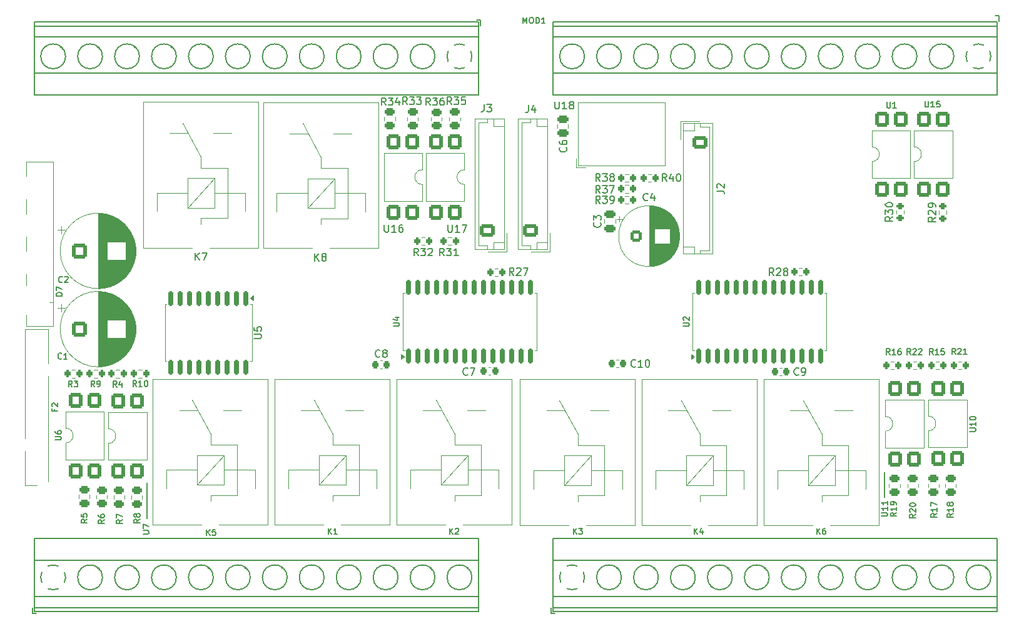
<source format=gbr>
%TF.GenerationSoftware,KiCad,Pcbnew,9.0.3*%
%TF.CreationDate,2025-11-14T19:54:21+01:00*%
%TF.ProjectId,ESPhome_greenhouse_controller,45535068-6f6d-4655-9f67-7265656e686f,rev?*%
%TF.SameCoordinates,Original*%
%TF.FileFunction,Legend,Top*%
%TF.FilePolarity,Positive*%
%FSLAX46Y46*%
G04 Gerber Fmt 4.6, Leading zero omitted, Abs format (unit mm)*
G04 Created by KiCad (PCBNEW 9.0.3) date 2025-11-14 19:54:21*
%MOMM*%
%LPD*%
G01*
G04 APERTURE LIST*
G04 Aperture macros list*
%AMRoundRect*
0 Rectangle with rounded corners*
0 $1 Rounding radius*
0 $2 $3 $4 $5 $6 $7 $8 $9 X,Y pos of 4 corners*
0 Add a 4 corners polygon primitive as box body*
4,1,4,$2,$3,$4,$5,$6,$7,$8,$9,$2,$3,0*
0 Add four circle primitives for the rounded corners*
1,1,$1+$1,$2,$3*
1,1,$1+$1,$4,$5*
1,1,$1+$1,$6,$7*
1,1,$1+$1,$8,$9*
0 Add four rect primitives between the rounded corners*
20,1,$1+$1,$2,$3,$4,$5,0*
20,1,$1+$1,$4,$5,$6,$7,0*
20,1,$1+$1,$6,$7,$8,$9,0*
20,1,$1+$1,$8,$9,$2,$3,0*%
G04 Aperture macros list end*
%ADD10C,0.150000*%
%ADD11C,0.120000*%
%ADD12RoundRect,0.250000X-0.725000X0.600000X-0.725000X-0.600000X0.725000X-0.600000X0.725000X0.600000X0*%
%ADD13O,1.950000X1.700000*%
%ADD14RoundRect,0.200000X-0.200000X-0.275000X0.200000X-0.275000X0.200000X0.275000X-0.200000X0.275000X0*%
%ADD15RoundRect,0.150000X0.150000X-0.875000X0.150000X0.875000X-0.150000X0.875000X-0.150000X-0.875000X0*%
%ADD16RoundRect,0.250000X-0.450000X0.262500X-0.450000X-0.262500X0.450000X-0.262500X0.450000X0.262500X0*%
%ADD17C,3.000000*%
%ADD18C,2.500000*%
%ADD19RoundRect,0.250000X0.450000X-0.262500X0.450000X0.262500X-0.450000X0.262500X-0.450000X-0.262500X0*%
%ADD20RoundRect,0.249999X-0.640001X0.750001X-0.640001X-0.750001X0.640001X-0.750001X0.640001X0.750001X0*%
%ADD21RoundRect,0.250000X-0.550000X-0.550000X0.550000X-0.550000X0.550000X0.550000X-0.550000X0.550000X0*%
%ADD22C,1.600000*%
%ADD23RoundRect,0.200000X0.200000X0.275000X-0.200000X0.275000X-0.200000X-0.275000X0.200000X-0.275000X0*%
%ADD24RoundRect,0.150000X-0.150000X0.875000X-0.150000X-0.875000X0.150000X-0.875000X0.150000X0.875000X0*%
%ADD25RoundRect,0.250000X-0.750000X-0.750000X0.750000X-0.750000X0.750000X0.750000X-0.750000X0.750000X0*%
%ADD26C,2.000000*%
%ADD27RoundRect,0.249999X0.640001X-0.750001X0.640001X0.750001X-0.640001X0.750001X-0.640001X-0.750001X0*%
%ADD28R,3.200000X3.200000*%
%ADD29C,3.200000*%
%ADD30RoundRect,0.250000X0.475000X-0.250000X0.475000X0.250000X-0.475000X0.250000X-0.475000X-0.250000X0*%
%ADD31RoundRect,0.200000X0.275000X-0.200000X0.275000X0.200000X-0.275000X0.200000X-0.275000X-0.200000X0*%
%ADD32RoundRect,0.250000X0.725000X-0.600000X0.725000X0.600000X-0.725000X0.600000X-0.725000X-0.600000X0*%
%ADD33R,2.600000X2.600000*%
%ADD34C,2.600000*%
%ADD35C,5.600000*%
%ADD36RoundRect,0.225000X-0.225000X-0.250000X0.225000X-0.250000X0.225000X0.250000X-0.225000X0.250000X0*%
%ADD37R,1.500000X2.300000*%
%ADD38O,1.500000X2.300000*%
%ADD39C,2.010000*%
G04 APERTURE END LIST*
D10*
X105100000Y-136950000D02*
X105100000Y-132150000D01*
X204950000Y-134050000D02*
X204950000Y-130700000D01*
X182254819Y-92583333D02*
X182969104Y-92583333D01*
X182969104Y-92583333D02*
X183111961Y-92630952D01*
X183111961Y-92630952D02*
X183207200Y-92726190D01*
X183207200Y-92726190D02*
X183254819Y-92869047D01*
X183254819Y-92869047D02*
X183254819Y-92964285D01*
X182350057Y-92154761D02*
X182302438Y-92107142D01*
X182302438Y-92107142D02*
X182254819Y-92011904D01*
X182254819Y-92011904D02*
X182254819Y-91773809D01*
X182254819Y-91773809D02*
X182302438Y-91678571D01*
X182302438Y-91678571D02*
X182350057Y-91630952D01*
X182350057Y-91630952D02*
X182445295Y-91583333D01*
X182445295Y-91583333D02*
X182540533Y-91583333D01*
X182540533Y-91583333D02*
X182683390Y-91630952D01*
X182683390Y-91630952D02*
X183254819Y-92202380D01*
X183254819Y-92202380D02*
X183254819Y-91583333D01*
X175457142Y-91254819D02*
X175123809Y-90778628D01*
X174885714Y-91254819D02*
X174885714Y-90254819D01*
X174885714Y-90254819D02*
X175266666Y-90254819D01*
X175266666Y-90254819D02*
X175361904Y-90302438D01*
X175361904Y-90302438D02*
X175409523Y-90350057D01*
X175409523Y-90350057D02*
X175457142Y-90445295D01*
X175457142Y-90445295D02*
X175457142Y-90588152D01*
X175457142Y-90588152D02*
X175409523Y-90683390D01*
X175409523Y-90683390D02*
X175361904Y-90731009D01*
X175361904Y-90731009D02*
X175266666Y-90778628D01*
X175266666Y-90778628D02*
X174885714Y-90778628D01*
X176314285Y-90588152D02*
X176314285Y-91254819D01*
X176076190Y-90207200D02*
X175838095Y-90921485D01*
X175838095Y-90921485D02*
X176457142Y-90921485D01*
X177028571Y-90254819D02*
X177123809Y-90254819D01*
X177123809Y-90254819D02*
X177219047Y-90302438D01*
X177219047Y-90302438D02*
X177266666Y-90350057D01*
X177266666Y-90350057D02*
X177314285Y-90445295D01*
X177314285Y-90445295D02*
X177361904Y-90635771D01*
X177361904Y-90635771D02*
X177361904Y-90873866D01*
X177361904Y-90873866D02*
X177314285Y-91064342D01*
X177314285Y-91064342D02*
X177266666Y-91159580D01*
X177266666Y-91159580D02*
X177219047Y-91207200D01*
X177219047Y-91207200D02*
X177123809Y-91254819D01*
X177123809Y-91254819D02*
X177028571Y-91254819D01*
X177028571Y-91254819D02*
X176933333Y-91207200D01*
X176933333Y-91207200D02*
X176885714Y-91159580D01*
X176885714Y-91159580D02*
X176838095Y-91064342D01*
X176838095Y-91064342D02*
X176790476Y-90873866D01*
X176790476Y-90873866D02*
X176790476Y-90635771D01*
X176790476Y-90635771D02*
X176838095Y-90445295D01*
X176838095Y-90445295D02*
X176885714Y-90350057D01*
X176885714Y-90350057D02*
X176933333Y-90302438D01*
X176933333Y-90302438D02*
X177028571Y-90254819D01*
X138462295Y-110909523D02*
X139109914Y-110909523D01*
X139109914Y-110909523D02*
X139186104Y-110871428D01*
X139186104Y-110871428D02*
X139224200Y-110833333D01*
X139224200Y-110833333D02*
X139262295Y-110757142D01*
X139262295Y-110757142D02*
X139262295Y-110604761D01*
X139262295Y-110604761D02*
X139224200Y-110528571D01*
X139224200Y-110528571D02*
X139186104Y-110490476D01*
X139186104Y-110490476D02*
X139109914Y-110452380D01*
X139109914Y-110452380D02*
X138462295Y-110452380D01*
X138728961Y-109728571D02*
X139262295Y-109728571D01*
X138424200Y-109919047D02*
X138995628Y-110109524D01*
X138995628Y-110109524D02*
X138995628Y-109614285D01*
X137457142Y-80954819D02*
X137123809Y-80478628D01*
X136885714Y-80954819D02*
X136885714Y-79954819D01*
X136885714Y-79954819D02*
X137266666Y-79954819D01*
X137266666Y-79954819D02*
X137361904Y-80002438D01*
X137361904Y-80002438D02*
X137409523Y-80050057D01*
X137409523Y-80050057D02*
X137457142Y-80145295D01*
X137457142Y-80145295D02*
X137457142Y-80288152D01*
X137457142Y-80288152D02*
X137409523Y-80383390D01*
X137409523Y-80383390D02*
X137361904Y-80431009D01*
X137361904Y-80431009D02*
X137266666Y-80478628D01*
X137266666Y-80478628D02*
X136885714Y-80478628D01*
X137790476Y-79954819D02*
X138409523Y-79954819D01*
X138409523Y-79954819D02*
X138076190Y-80335771D01*
X138076190Y-80335771D02*
X138219047Y-80335771D01*
X138219047Y-80335771D02*
X138314285Y-80383390D01*
X138314285Y-80383390D02*
X138361904Y-80431009D01*
X138361904Y-80431009D02*
X138409523Y-80526247D01*
X138409523Y-80526247D02*
X138409523Y-80764342D01*
X138409523Y-80764342D02*
X138361904Y-80859580D01*
X138361904Y-80859580D02*
X138314285Y-80907200D01*
X138314285Y-80907200D02*
X138219047Y-80954819D01*
X138219047Y-80954819D02*
X137933333Y-80954819D01*
X137933333Y-80954819D02*
X137838095Y-80907200D01*
X137838095Y-80907200D02*
X137790476Y-80859580D01*
X139266666Y-80288152D02*
X139266666Y-80954819D01*
X139028571Y-79907200D02*
X138790476Y-80621485D01*
X138790476Y-80621485D02*
X139409523Y-80621485D01*
X162859524Y-139112295D02*
X162859524Y-138312295D01*
X163316667Y-139112295D02*
X162973809Y-138655152D01*
X163316667Y-138312295D02*
X162859524Y-138769438D01*
X163583333Y-138312295D02*
X164078571Y-138312295D01*
X164078571Y-138312295D02*
X163811905Y-138617057D01*
X163811905Y-138617057D02*
X163926190Y-138617057D01*
X163926190Y-138617057D02*
X164002381Y-138655152D01*
X164002381Y-138655152D02*
X164040476Y-138693247D01*
X164040476Y-138693247D02*
X164078571Y-138769438D01*
X164078571Y-138769438D02*
X164078571Y-138959914D01*
X164078571Y-138959914D02*
X164040476Y-139036104D01*
X164040476Y-139036104D02*
X164002381Y-139074200D01*
X164002381Y-139074200D02*
X163926190Y-139112295D01*
X163926190Y-139112295D02*
X163697619Y-139112295D01*
X163697619Y-139112295D02*
X163621428Y-139074200D01*
X163621428Y-139074200D02*
X163583333Y-139036104D01*
X97012295Y-137083332D02*
X96631342Y-137349999D01*
X97012295Y-137540475D02*
X96212295Y-137540475D01*
X96212295Y-137540475D02*
X96212295Y-137235713D01*
X96212295Y-137235713D02*
X96250390Y-137159523D01*
X96250390Y-137159523D02*
X96288485Y-137121428D01*
X96288485Y-137121428D02*
X96364676Y-137083332D01*
X96364676Y-137083332D02*
X96478961Y-137083332D01*
X96478961Y-137083332D02*
X96555152Y-137121428D01*
X96555152Y-137121428D02*
X96593247Y-137159523D01*
X96593247Y-137159523D02*
X96631342Y-137235713D01*
X96631342Y-137235713D02*
X96631342Y-137540475D01*
X96212295Y-136359523D02*
X96212295Y-136740475D01*
X96212295Y-136740475D02*
X96593247Y-136778571D01*
X96593247Y-136778571D02*
X96555152Y-136740475D01*
X96555152Y-136740475D02*
X96517057Y-136664285D01*
X96517057Y-136664285D02*
X96517057Y-136473809D01*
X96517057Y-136473809D02*
X96555152Y-136397618D01*
X96555152Y-136397618D02*
X96593247Y-136359523D01*
X96593247Y-136359523D02*
X96669438Y-136321428D01*
X96669438Y-136321428D02*
X96859914Y-136321428D01*
X96859914Y-136321428D02*
X96936104Y-136359523D01*
X96936104Y-136359523D02*
X96974200Y-136397618D01*
X96974200Y-136397618D02*
X97012295Y-136473809D01*
X97012295Y-136473809D02*
X97012295Y-136664285D01*
X97012295Y-136664285D02*
X96974200Y-136740475D01*
X96974200Y-136740475D02*
X96936104Y-136778571D01*
X104162295Y-137070832D02*
X103781342Y-137337499D01*
X104162295Y-137527975D02*
X103362295Y-137527975D01*
X103362295Y-137527975D02*
X103362295Y-137223213D01*
X103362295Y-137223213D02*
X103400390Y-137147023D01*
X103400390Y-137147023D02*
X103438485Y-137108928D01*
X103438485Y-137108928D02*
X103514676Y-137070832D01*
X103514676Y-137070832D02*
X103628961Y-137070832D01*
X103628961Y-137070832D02*
X103705152Y-137108928D01*
X103705152Y-137108928D02*
X103743247Y-137147023D01*
X103743247Y-137147023D02*
X103781342Y-137223213D01*
X103781342Y-137223213D02*
X103781342Y-137527975D01*
X103705152Y-136613690D02*
X103667057Y-136689880D01*
X103667057Y-136689880D02*
X103628961Y-136727975D01*
X103628961Y-136727975D02*
X103552771Y-136766071D01*
X103552771Y-136766071D02*
X103514676Y-136766071D01*
X103514676Y-136766071D02*
X103438485Y-136727975D01*
X103438485Y-136727975D02*
X103400390Y-136689880D01*
X103400390Y-136689880D02*
X103362295Y-136613690D01*
X103362295Y-136613690D02*
X103362295Y-136461309D01*
X103362295Y-136461309D02*
X103400390Y-136385118D01*
X103400390Y-136385118D02*
X103438485Y-136347023D01*
X103438485Y-136347023D02*
X103514676Y-136308928D01*
X103514676Y-136308928D02*
X103552771Y-136308928D01*
X103552771Y-136308928D02*
X103628961Y-136347023D01*
X103628961Y-136347023D02*
X103667057Y-136385118D01*
X103667057Y-136385118D02*
X103705152Y-136461309D01*
X103705152Y-136461309D02*
X103705152Y-136613690D01*
X103705152Y-136613690D02*
X103743247Y-136689880D01*
X103743247Y-136689880D02*
X103781342Y-136727975D01*
X103781342Y-136727975D02*
X103857533Y-136766071D01*
X103857533Y-136766071D02*
X104009914Y-136766071D01*
X104009914Y-136766071D02*
X104086104Y-136727975D01*
X104086104Y-136727975D02*
X104124200Y-136689880D01*
X104124200Y-136689880D02*
X104162295Y-136613690D01*
X104162295Y-136613690D02*
X104162295Y-136461309D01*
X104162295Y-136461309D02*
X104124200Y-136385118D01*
X104124200Y-136385118D02*
X104086104Y-136347023D01*
X104086104Y-136347023D02*
X104009914Y-136308928D01*
X104009914Y-136308928D02*
X103857533Y-136308928D01*
X103857533Y-136308928D02*
X103781342Y-136347023D01*
X103781342Y-136347023D02*
X103743247Y-136385118D01*
X103743247Y-136385118D02*
X103705152Y-136461309D01*
X206562295Y-136214285D02*
X206181342Y-136480952D01*
X206562295Y-136671428D02*
X205762295Y-136671428D01*
X205762295Y-136671428D02*
X205762295Y-136366666D01*
X205762295Y-136366666D02*
X205800390Y-136290476D01*
X205800390Y-136290476D02*
X205838485Y-136252381D01*
X205838485Y-136252381D02*
X205914676Y-136214285D01*
X205914676Y-136214285D02*
X206028961Y-136214285D01*
X206028961Y-136214285D02*
X206105152Y-136252381D01*
X206105152Y-136252381D02*
X206143247Y-136290476D01*
X206143247Y-136290476D02*
X206181342Y-136366666D01*
X206181342Y-136366666D02*
X206181342Y-136671428D01*
X206562295Y-135452381D02*
X206562295Y-135909524D01*
X206562295Y-135680952D02*
X205762295Y-135680952D01*
X205762295Y-135680952D02*
X205876580Y-135757143D01*
X205876580Y-135757143D02*
X205952771Y-135833333D01*
X205952771Y-135833333D02*
X205990866Y-135909524D01*
X206562295Y-135071428D02*
X206562295Y-134919047D01*
X206562295Y-134919047D02*
X206524200Y-134842857D01*
X206524200Y-134842857D02*
X206486104Y-134804761D01*
X206486104Y-134804761D02*
X206371819Y-134728571D01*
X206371819Y-134728571D02*
X206219438Y-134690476D01*
X206219438Y-134690476D02*
X205914676Y-134690476D01*
X205914676Y-134690476D02*
X205838485Y-134728571D01*
X205838485Y-134728571D02*
X205800390Y-134766666D01*
X205800390Y-134766666D02*
X205762295Y-134842857D01*
X205762295Y-134842857D02*
X205762295Y-134995238D01*
X205762295Y-134995238D02*
X205800390Y-135071428D01*
X205800390Y-135071428D02*
X205838485Y-135109523D01*
X205838485Y-135109523D02*
X205914676Y-135147619D01*
X205914676Y-135147619D02*
X206105152Y-135147619D01*
X206105152Y-135147619D02*
X206181342Y-135109523D01*
X206181342Y-135109523D02*
X206219438Y-135071428D01*
X206219438Y-135071428D02*
X206257533Y-134995238D01*
X206257533Y-134995238D02*
X206257533Y-134842857D01*
X206257533Y-134842857D02*
X206219438Y-134766666D01*
X206219438Y-134766666D02*
X206181342Y-134728571D01*
X206181342Y-134728571D02*
X206105152Y-134690476D01*
X137261905Y-97154819D02*
X137261905Y-97964342D01*
X137261905Y-97964342D02*
X137309524Y-98059580D01*
X137309524Y-98059580D02*
X137357143Y-98107200D01*
X137357143Y-98107200D02*
X137452381Y-98154819D01*
X137452381Y-98154819D02*
X137642857Y-98154819D01*
X137642857Y-98154819D02*
X137738095Y-98107200D01*
X137738095Y-98107200D02*
X137785714Y-98059580D01*
X137785714Y-98059580D02*
X137833333Y-97964342D01*
X137833333Y-97964342D02*
X137833333Y-97154819D01*
X138833333Y-98154819D02*
X138261905Y-98154819D01*
X138547619Y-98154819D02*
X138547619Y-97154819D01*
X138547619Y-97154819D02*
X138452381Y-97297676D01*
X138452381Y-97297676D02*
X138357143Y-97392914D01*
X138357143Y-97392914D02*
X138261905Y-97440533D01*
X139690476Y-97154819D02*
X139500000Y-97154819D01*
X139500000Y-97154819D02*
X139404762Y-97202438D01*
X139404762Y-97202438D02*
X139357143Y-97250057D01*
X139357143Y-97250057D02*
X139261905Y-97392914D01*
X139261905Y-97392914D02*
X139214286Y-97583390D01*
X139214286Y-97583390D02*
X139214286Y-97964342D01*
X139214286Y-97964342D02*
X139261905Y-98059580D01*
X139261905Y-98059580D02*
X139309524Y-98107200D01*
X139309524Y-98107200D02*
X139404762Y-98154819D01*
X139404762Y-98154819D02*
X139595238Y-98154819D01*
X139595238Y-98154819D02*
X139690476Y-98107200D01*
X139690476Y-98107200D02*
X139738095Y-98059580D01*
X139738095Y-98059580D02*
X139785714Y-97964342D01*
X139785714Y-97964342D02*
X139785714Y-97726247D01*
X139785714Y-97726247D02*
X139738095Y-97631009D01*
X139738095Y-97631009D02*
X139690476Y-97583390D01*
X139690476Y-97583390D02*
X139595238Y-97535771D01*
X139595238Y-97535771D02*
X139404762Y-97535771D01*
X139404762Y-97535771D02*
X139309524Y-97583390D01*
X139309524Y-97583390D02*
X139261905Y-97631009D01*
X139261905Y-97631009D02*
X139214286Y-97726247D01*
X172930682Y-93809580D02*
X172883063Y-93857200D01*
X172883063Y-93857200D02*
X172740206Y-93904819D01*
X172740206Y-93904819D02*
X172644968Y-93904819D01*
X172644968Y-93904819D02*
X172502111Y-93857200D01*
X172502111Y-93857200D02*
X172406873Y-93761961D01*
X172406873Y-93761961D02*
X172359254Y-93666723D01*
X172359254Y-93666723D02*
X172311635Y-93476247D01*
X172311635Y-93476247D02*
X172311635Y-93333390D01*
X172311635Y-93333390D02*
X172359254Y-93142914D01*
X172359254Y-93142914D02*
X172406873Y-93047676D01*
X172406873Y-93047676D02*
X172502111Y-92952438D01*
X172502111Y-92952438D02*
X172644968Y-92904819D01*
X172644968Y-92904819D02*
X172740206Y-92904819D01*
X172740206Y-92904819D02*
X172883063Y-92952438D01*
X172883063Y-92952438D02*
X172930682Y-93000057D01*
X173787825Y-93238152D02*
X173787825Y-93904819D01*
X173549730Y-92857200D02*
X173311635Y-93571485D01*
X173311635Y-93571485D02*
X173930682Y-93571485D01*
X95016667Y-119112295D02*
X94750000Y-118731342D01*
X94559524Y-119112295D02*
X94559524Y-118312295D01*
X94559524Y-118312295D02*
X94864286Y-118312295D01*
X94864286Y-118312295D02*
X94940476Y-118350390D01*
X94940476Y-118350390D02*
X94978571Y-118388485D01*
X94978571Y-118388485D02*
X95016667Y-118464676D01*
X95016667Y-118464676D02*
X95016667Y-118578961D01*
X95016667Y-118578961D02*
X94978571Y-118655152D01*
X94978571Y-118655152D02*
X94940476Y-118693247D01*
X94940476Y-118693247D02*
X94864286Y-118731342D01*
X94864286Y-118731342D02*
X94559524Y-118731342D01*
X95283333Y-118312295D02*
X95778571Y-118312295D01*
X95778571Y-118312295D02*
X95511905Y-118617057D01*
X95511905Y-118617057D02*
X95626190Y-118617057D01*
X95626190Y-118617057D02*
X95702381Y-118655152D01*
X95702381Y-118655152D02*
X95740476Y-118693247D01*
X95740476Y-118693247D02*
X95778571Y-118769438D01*
X95778571Y-118769438D02*
X95778571Y-118959914D01*
X95778571Y-118959914D02*
X95740476Y-119036104D01*
X95740476Y-119036104D02*
X95702381Y-119074200D01*
X95702381Y-119074200D02*
X95626190Y-119112295D01*
X95626190Y-119112295D02*
X95397619Y-119112295D01*
X95397619Y-119112295D02*
X95321428Y-119074200D01*
X95321428Y-119074200D02*
X95283333Y-119036104D01*
X119614819Y-112561904D02*
X120424342Y-112561904D01*
X120424342Y-112561904D02*
X120519580Y-112514285D01*
X120519580Y-112514285D02*
X120567200Y-112466666D01*
X120567200Y-112466666D02*
X120614819Y-112371428D01*
X120614819Y-112371428D02*
X120614819Y-112180952D01*
X120614819Y-112180952D02*
X120567200Y-112085714D01*
X120567200Y-112085714D02*
X120519580Y-112038095D01*
X120519580Y-112038095D02*
X120424342Y-111990476D01*
X120424342Y-111990476D02*
X119614819Y-111990476D01*
X119614819Y-111038095D02*
X119614819Y-111514285D01*
X119614819Y-111514285D02*
X120091009Y-111561904D01*
X120091009Y-111561904D02*
X120043390Y-111514285D01*
X120043390Y-111514285D02*
X119995771Y-111419047D01*
X119995771Y-111419047D02*
X119995771Y-111180952D01*
X119995771Y-111180952D02*
X120043390Y-111085714D01*
X120043390Y-111085714D02*
X120091009Y-111038095D01*
X120091009Y-111038095D02*
X120186247Y-110990476D01*
X120186247Y-110990476D02*
X120424342Y-110990476D01*
X120424342Y-110990476D02*
X120519580Y-111038095D01*
X120519580Y-111038095D02*
X120567200Y-111085714D01*
X120567200Y-111085714D02*
X120614819Y-111180952D01*
X120614819Y-111180952D02*
X120614819Y-111419047D01*
X120614819Y-111419047D02*
X120567200Y-111514285D01*
X120567200Y-111514285D02*
X120519580Y-111561904D01*
X166457142Y-94254819D02*
X166123809Y-93778628D01*
X165885714Y-94254819D02*
X165885714Y-93254819D01*
X165885714Y-93254819D02*
X166266666Y-93254819D01*
X166266666Y-93254819D02*
X166361904Y-93302438D01*
X166361904Y-93302438D02*
X166409523Y-93350057D01*
X166409523Y-93350057D02*
X166457142Y-93445295D01*
X166457142Y-93445295D02*
X166457142Y-93588152D01*
X166457142Y-93588152D02*
X166409523Y-93683390D01*
X166409523Y-93683390D02*
X166361904Y-93731009D01*
X166361904Y-93731009D02*
X166266666Y-93778628D01*
X166266666Y-93778628D02*
X165885714Y-93778628D01*
X166790476Y-93254819D02*
X167409523Y-93254819D01*
X167409523Y-93254819D02*
X167076190Y-93635771D01*
X167076190Y-93635771D02*
X167219047Y-93635771D01*
X167219047Y-93635771D02*
X167314285Y-93683390D01*
X167314285Y-93683390D02*
X167361904Y-93731009D01*
X167361904Y-93731009D02*
X167409523Y-93826247D01*
X167409523Y-93826247D02*
X167409523Y-94064342D01*
X167409523Y-94064342D02*
X167361904Y-94159580D01*
X167361904Y-94159580D02*
X167314285Y-94207200D01*
X167314285Y-94207200D02*
X167219047Y-94254819D01*
X167219047Y-94254819D02*
X166933333Y-94254819D01*
X166933333Y-94254819D02*
X166838095Y-94207200D01*
X166838095Y-94207200D02*
X166790476Y-94159580D01*
X167885714Y-94254819D02*
X168076190Y-94254819D01*
X168076190Y-94254819D02*
X168171428Y-94207200D01*
X168171428Y-94207200D02*
X168219047Y-94159580D01*
X168219047Y-94159580D02*
X168314285Y-94016723D01*
X168314285Y-94016723D02*
X168361904Y-93826247D01*
X168361904Y-93826247D02*
X168361904Y-93445295D01*
X168361904Y-93445295D02*
X168314285Y-93350057D01*
X168314285Y-93350057D02*
X168266666Y-93302438D01*
X168266666Y-93302438D02*
X168171428Y-93254819D01*
X168171428Y-93254819D02*
X167980952Y-93254819D01*
X167980952Y-93254819D02*
X167885714Y-93302438D01*
X167885714Y-93302438D02*
X167838095Y-93350057D01*
X167838095Y-93350057D02*
X167790476Y-93445295D01*
X167790476Y-93445295D02*
X167790476Y-93683390D01*
X167790476Y-93683390D02*
X167838095Y-93778628D01*
X167838095Y-93778628D02*
X167885714Y-93826247D01*
X167885714Y-93826247D02*
X167980952Y-93873866D01*
X167980952Y-93873866D02*
X168171428Y-93873866D01*
X168171428Y-93873866D02*
X168266666Y-93826247D01*
X168266666Y-93826247D02*
X168314285Y-93778628D01*
X168314285Y-93778628D02*
X168361904Y-93683390D01*
X93566667Y-115286104D02*
X93528571Y-115324200D01*
X93528571Y-115324200D02*
X93414286Y-115362295D01*
X93414286Y-115362295D02*
X93338095Y-115362295D01*
X93338095Y-115362295D02*
X93223809Y-115324200D01*
X93223809Y-115324200D02*
X93147619Y-115248009D01*
X93147619Y-115248009D02*
X93109524Y-115171819D01*
X93109524Y-115171819D02*
X93071428Y-115019438D01*
X93071428Y-115019438D02*
X93071428Y-114905152D01*
X93071428Y-114905152D02*
X93109524Y-114752771D01*
X93109524Y-114752771D02*
X93147619Y-114676580D01*
X93147619Y-114676580D02*
X93223809Y-114600390D01*
X93223809Y-114600390D02*
X93338095Y-114562295D01*
X93338095Y-114562295D02*
X93414286Y-114562295D01*
X93414286Y-114562295D02*
X93528571Y-114600390D01*
X93528571Y-114600390D02*
X93566667Y-114638485D01*
X94328571Y-115362295D02*
X93871428Y-115362295D01*
X94100000Y-115362295D02*
X94100000Y-114562295D01*
X94100000Y-114562295D02*
X94023809Y-114676580D01*
X94023809Y-114676580D02*
X93947619Y-114752771D01*
X93947619Y-114752771D02*
X93871428Y-114790866D01*
X93666667Y-104886104D02*
X93628571Y-104924200D01*
X93628571Y-104924200D02*
X93514286Y-104962295D01*
X93514286Y-104962295D02*
X93438095Y-104962295D01*
X93438095Y-104962295D02*
X93323809Y-104924200D01*
X93323809Y-104924200D02*
X93247619Y-104848009D01*
X93247619Y-104848009D02*
X93209524Y-104771819D01*
X93209524Y-104771819D02*
X93171428Y-104619438D01*
X93171428Y-104619438D02*
X93171428Y-104505152D01*
X93171428Y-104505152D02*
X93209524Y-104352771D01*
X93209524Y-104352771D02*
X93247619Y-104276580D01*
X93247619Y-104276580D02*
X93323809Y-104200390D01*
X93323809Y-104200390D02*
X93438095Y-104162295D01*
X93438095Y-104162295D02*
X93514286Y-104162295D01*
X93514286Y-104162295D02*
X93628571Y-104200390D01*
X93628571Y-104200390D02*
X93666667Y-104238485D01*
X93971428Y-104238485D02*
X94009524Y-104200390D01*
X94009524Y-104200390D02*
X94085714Y-104162295D01*
X94085714Y-104162295D02*
X94276190Y-104162295D01*
X94276190Y-104162295D02*
X94352381Y-104200390D01*
X94352381Y-104200390D02*
X94390476Y-104238485D01*
X94390476Y-104238485D02*
X94428571Y-104314676D01*
X94428571Y-104314676D02*
X94428571Y-104390866D01*
X94428571Y-104390866D02*
X94390476Y-104505152D01*
X94390476Y-104505152D02*
X93933333Y-104962295D01*
X93933333Y-104962295D02*
X94428571Y-104962295D01*
X129659524Y-139112295D02*
X129659524Y-138312295D01*
X130116667Y-139112295D02*
X129773809Y-138655152D01*
X130116667Y-138312295D02*
X129659524Y-138769438D01*
X130878571Y-139112295D02*
X130421428Y-139112295D01*
X130650000Y-139112295D02*
X130650000Y-138312295D01*
X130650000Y-138312295D02*
X130573809Y-138426580D01*
X130573809Y-138426580D02*
X130497619Y-138502771D01*
X130497619Y-138502771D02*
X130421428Y-138540866D01*
X146357142Y-80854819D02*
X146023809Y-80378628D01*
X145785714Y-80854819D02*
X145785714Y-79854819D01*
X145785714Y-79854819D02*
X146166666Y-79854819D01*
X146166666Y-79854819D02*
X146261904Y-79902438D01*
X146261904Y-79902438D02*
X146309523Y-79950057D01*
X146309523Y-79950057D02*
X146357142Y-80045295D01*
X146357142Y-80045295D02*
X146357142Y-80188152D01*
X146357142Y-80188152D02*
X146309523Y-80283390D01*
X146309523Y-80283390D02*
X146261904Y-80331009D01*
X146261904Y-80331009D02*
X146166666Y-80378628D01*
X146166666Y-80378628D02*
X145785714Y-80378628D01*
X146690476Y-79854819D02*
X147309523Y-79854819D01*
X147309523Y-79854819D02*
X146976190Y-80235771D01*
X146976190Y-80235771D02*
X147119047Y-80235771D01*
X147119047Y-80235771D02*
X147214285Y-80283390D01*
X147214285Y-80283390D02*
X147261904Y-80331009D01*
X147261904Y-80331009D02*
X147309523Y-80426247D01*
X147309523Y-80426247D02*
X147309523Y-80664342D01*
X147309523Y-80664342D02*
X147261904Y-80759580D01*
X147261904Y-80759580D02*
X147214285Y-80807200D01*
X147214285Y-80807200D02*
X147119047Y-80854819D01*
X147119047Y-80854819D02*
X146833333Y-80854819D01*
X146833333Y-80854819D02*
X146738095Y-80807200D01*
X146738095Y-80807200D02*
X146690476Y-80759580D01*
X148214285Y-79854819D02*
X147738095Y-79854819D01*
X147738095Y-79854819D02*
X147690476Y-80331009D01*
X147690476Y-80331009D02*
X147738095Y-80283390D01*
X147738095Y-80283390D02*
X147833333Y-80235771D01*
X147833333Y-80235771D02*
X148071428Y-80235771D01*
X148071428Y-80235771D02*
X148166666Y-80283390D01*
X148166666Y-80283390D02*
X148214285Y-80331009D01*
X148214285Y-80331009D02*
X148261904Y-80426247D01*
X148261904Y-80426247D02*
X148261904Y-80664342D01*
X148261904Y-80664342D02*
X148214285Y-80759580D01*
X148214285Y-80759580D02*
X148166666Y-80807200D01*
X148166666Y-80807200D02*
X148071428Y-80854819D01*
X148071428Y-80854819D02*
X147833333Y-80854819D01*
X147833333Y-80854819D02*
X147738095Y-80807200D01*
X147738095Y-80807200D02*
X147690476Y-80759580D01*
X210459524Y-80412295D02*
X210459524Y-81059914D01*
X210459524Y-81059914D02*
X210497619Y-81136104D01*
X210497619Y-81136104D02*
X210535714Y-81174200D01*
X210535714Y-81174200D02*
X210611905Y-81212295D01*
X210611905Y-81212295D02*
X210764286Y-81212295D01*
X210764286Y-81212295D02*
X210840476Y-81174200D01*
X210840476Y-81174200D02*
X210878571Y-81136104D01*
X210878571Y-81136104D02*
X210916667Y-81059914D01*
X210916667Y-81059914D02*
X210916667Y-80412295D01*
X211716666Y-81212295D02*
X211259523Y-81212295D01*
X211488095Y-81212295D02*
X211488095Y-80412295D01*
X211488095Y-80412295D02*
X211411904Y-80526580D01*
X211411904Y-80526580D02*
X211335714Y-80602771D01*
X211335714Y-80602771D02*
X211259523Y-80640866D01*
X212440476Y-80412295D02*
X212059524Y-80412295D01*
X212059524Y-80412295D02*
X212021428Y-80793247D01*
X212021428Y-80793247D02*
X212059524Y-80755152D01*
X212059524Y-80755152D02*
X212135714Y-80717057D01*
X212135714Y-80717057D02*
X212326190Y-80717057D01*
X212326190Y-80717057D02*
X212402381Y-80755152D01*
X212402381Y-80755152D02*
X212440476Y-80793247D01*
X212440476Y-80793247D02*
X212478571Y-80869438D01*
X212478571Y-80869438D02*
X212478571Y-81059914D01*
X212478571Y-81059914D02*
X212440476Y-81136104D01*
X212440476Y-81136104D02*
X212402381Y-81174200D01*
X212402381Y-81174200D02*
X212326190Y-81212295D01*
X212326190Y-81212295D02*
X212135714Y-81212295D01*
X212135714Y-81212295D02*
X212059524Y-81174200D01*
X212059524Y-81174200D02*
X212021428Y-81136104D01*
X204562295Y-136640475D02*
X205209914Y-136640475D01*
X205209914Y-136640475D02*
X205286104Y-136602380D01*
X205286104Y-136602380D02*
X205324200Y-136564285D01*
X205324200Y-136564285D02*
X205362295Y-136488094D01*
X205362295Y-136488094D02*
X205362295Y-136335713D01*
X205362295Y-136335713D02*
X205324200Y-136259523D01*
X205324200Y-136259523D02*
X205286104Y-136221428D01*
X205286104Y-136221428D02*
X205209914Y-136183332D01*
X205209914Y-136183332D02*
X204562295Y-136183332D01*
X205362295Y-135383333D02*
X205362295Y-135840476D01*
X205362295Y-135611904D02*
X204562295Y-135611904D01*
X204562295Y-135611904D02*
X204676580Y-135688095D01*
X204676580Y-135688095D02*
X204752771Y-135764285D01*
X204752771Y-135764285D02*
X204790866Y-135840476D01*
X205362295Y-134621428D02*
X205362295Y-135078571D01*
X205362295Y-134849999D02*
X204562295Y-134849999D01*
X204562295Y-134849999D02*
X204676580Y-134926190D01*
X204676580Y-134926190D02*
X204752771Y-135002380D01*
X204752771Y-135002380D02*
X204790866Y-135078571D01*
X92712295Y-126309523D02*
X93359914Y-126309523D01*
X93359914Y-126309523D02*
X93436104Y-126271428D01*
X93436104Y-126271428D02*
X93474200Y-126233333D01*
X93474200Y-126233333D02*
X93512295Y-126157142D01*
X93512295Y-126157142D02*
X93512295Y-126004761D01*
X93512295Y-126004761D02*
X93474200Y-125928571D01*
X93474200Y-125928571D02*
X93436104Y-125890476D01*
X93436104Y-125890476D02*
X93359914Y-125852380D01*
X93359914Y-125852380D02*
X92712295Y-125852380D01*
X92712295Y-125128571D02*
X92712295Y-125280952D01*
X92712295Y-125280952D02*
X92750390Y-125357143D01*
X92750390Y-125357143D02*
X92788485Y-125395238D01*
X92788485Y-125395238D02*
X92902771Y-125471428D01*
X92902771Y-125471428D02*
X93055152Y-125509524D01*
X93055152Y-125509524D02*
X93359914Y-125509524D01*
X93359914Y-125509524D02*
X93436104Y-125471428D01*
X93436104Y-125471428D02*
X93474200Y-125433333D01*
X93474200Y-125433333D02*
X93512295Y-125357143D01*
X93512295Y-125357143D02*
X93512295Y-125204762D01*
X93512295Y-125204762D02*
X93474200Y-125128571D01*
X93474200Y-125128571D02*
X93436104Y-125090476D01*
X93436104Y-125090476D02*
X93359914Y-125052381D01*
X93359914Y-125052381D02*
X93169438Y-125052381D01*
X93169438Y-125052381D02*
X93093247Y-125090476D01*
X93093247Y-125090476D02*
X93055152Y-125128571D01*
X93055152Y-125128571D02*
X93017057Y-125204762D01*
X93017057Y-125204762D02*
X93017057Y-125357143D01*
X93017057Y-125357143D02*
X93055152Y-125433333D01*
X93055152Y-125433333D02*
X93093247Y-125471428D01*
X93093247Y-125471428D02*
X93169438Y-125509524D01*
X93662295Y-106790475D02*
X92862295Y-106790475D01*
X92862295Y-106790475D02*
X92862295Y-106599999D01*
X92862295Y-106599999D02*
X92900390Y-106485713D01*
X92900390Y-106485713D02*
X92976580Y-106409523D01*
X92976580Y-106409523D02*
X93052771Y-106371428D01*
X93052771Y-106371428D02*
X93205152Y-106333332D01*
X93205152Y-106333332D02*
X93319438Y-106333332D01*
X93319438Y-106333332D02*
X93471819Y-106371428D01*
X93471819Y-106371428D02*
X93548009Y-106409523D01*
X93548009Y-106409523D02*
X93624200Y-106485713D01*
X93624200Y-106485713D02*
X93662295Y-106599999D01*
X93662295Y-106599999D02*
X93662295Y-106790475D01*
X92862295Y-106066666D02*
X92862295Y-105533332D01*
X92862295Y-105533332D02*
X93662295Y-105876190D01*
X154782142Y-104004819D02*
X154448809Y-103528628D01*
X154210714Y-104004819D02*
X154210714Y-103004819D01*
X154210714Y-103004819D02*
X154591666Y-103004819D01*
X154591666Y-103004819D02*
X154686904Y-103052438D01*
X154686904Y-103052438D02*
X154734523Y-103100057D01*
X154734523Y-103100057D02*
X154782142Y-103195295D01*
X154782142Y-103195295D02*
X154782142Y-103338152D01*
X154782142Y-103338152D02*
X154734523Y-103433390D01*
X154734523Y-103433390D02*
X154686904Y-103481009D01*
X154686904Y-103481009D02*
X154591666Y-103528628D01*
X154591666Y-103528628D02*
X154210714Y-103528628D01*
X155163095Y-103100057D02*
X155210714Y-103052438D01*
X155210714Y-103052438D02*
X155305952Y-103004819D01*
X155305952Y-103004819D02*
X155544047Y-103004819D01*
X155544047Y-103004819D02*
X155639285Y-103052438D01*
X155639285Y-103052438D02*
X155686904Y-103100057D01*
X155686904Y-103100057D02*
X155734523Y-103195295D01*
X155734523Y-103195295D02*
X155734523Y-103290533D01*
X155734523Y-103290533D02*
X155686904Y-103433390D01*
X155686904Y-103433390D02*
X155115476Y-104004819D01*
X155115476Y-104004819D02*
X155734523Y-104004819D01*
X156067857Y-103004819D02*
X156734523Y-103004819D01*
X156734523Y-103004819D02*
X156305952Y-104004819D01*
X127861905Y-102054819D02*
X127861905Y-101054819D01*
X128433333Y-102054819D02*
X128004762Y-101483390D01*
X128433333Y-101054819D02*
X127861905Y-101626247D01*
X129004762Y-101483390D02*
X128909524Y-101435771D01*
X128909524Y-101435771D02*
X128861905Y-101388152D01*
X128861905Y-101388152D02*
X128814286Y-101292914D01*
X128814286Y-101292914D02*
X128814286Y-101245295D01*
X128814286Y-101245295D02*
X128861905Y-101150057D01*
X128861905Y-101150057D02*
X128909524Y-101102438D01*
X128909524Y-101102438D02*
X129004762Y-101054819D01*
X129004762Y-101054819D02*
X129195238Y-101054819D01*
X129195238Y-101054819D02*
X129290476Y-101102438D01*
X129290476Y-101102438D02*
X129338095Y-101150057D01*
X129338095Y-101150057D02*
X129385714Y-101245295D01*
X129385714Y-101245295D02*
X129385714Y-101292914D01*
X129385714Y-101292914D02*
X129338095Y-101388152D01*
X129338095Y-101388152D02*
X129290476Y-101435771D01*
X129290476Y-101435771D02*
X129195238Y-101483390D01*
X129195238Y-101483390D02*
X129004762Y-101483390D01*
X129004762Y-101483390D02*
X128909524Y-101531009D01*
X128909524Y-101531009D02*
X128861905Y-101578628D01*
X128861905Y-101578628D02*
X128814286Y-101673866D01*
X128814286Y-101673866D02*
X128814286Y-101864342D01*
X128814286Y-101864342D02*
X128861905Y-101959580D01*
X128861905Y-101959580D02*
X128909524Y-102007200D01*
X128909524Y-102007200D02*
X129004762Y-102054819D01*
X129004762Y-102054819D02*
X129195238Y-102054819D01*
X129195238Y-102054819D02*
X129290476Y-102007200D01*
X129290476Y-102007200D02*
X129338095Y-101959580D01*
X129338095Y-101959580D02*
X129385714Y-101864342D01*
X129385714Y-101864342D02*
X129385714Y-101673866D01*
X129385714Y-101673866D02*
X129338095Y-101578628D01*
X129338095Y-101578628D02*
X129290476Y-101531009D01*
X129290476Y-101531009D02*
X129195238Y-101483390D01*
X161859580Y-86666666D02*
X161907200Y-86714285D01*
X161907200Y-86714285D02*
X161954819Y-86857142D01*
X161954819Y-86857142D02*
X161954819Y-86952380D01*
X161954819Y-86952380D02*
X161907200Y-87095237D01*
X161907200Y-87095237D02*
X161811961Y-87190475D01*
X161811961Y-87190475D02*
X161716723Y-87238094D01*
X161716723Y-87238094D02*
X161526247Y-87285713D01*
X161526247Y-87285713D02*
X161383390Y-87285713D01*
X161383390Y-87285713D02*
X161192914Y-87238094D01*
X161192914Y-87238094D02*
X161097676Y-87190475D01*
X161097676Y-87190475D02*
X161002438Y-87095237D01*
X161002438Y-87095237D02*
X160954819Y-86952380D01*
X160954819Y-86952380D02*
X160954819Y-86857142D01*
X160954819Y-86857142D02*
X161002438Y-86714285D01*
X161002438Y-86714285D02*
X161050057Y-86666666D01*
X160954819Y-85809523D02*
X160954819Y-85999999D01*
X160954819Y-85999999D02*
X161002438Y-86095237D01*
X161002438Y-86095237D02*
X161050057Y-86142856D01*
X161050057Y-86142856D02*
X161192914Y-86238094D01*
X161192914Y-86238094D02*
X161383390Y-86285713D01*
X161383390Y-86285713D02*
X161764342Y-86285713D01*
X161764342Y-86285713D02*
X161859580Y-86238094D01*
X161859580Y-86238094D02*
X161907200Y-86190475D01*
X161907200Y-86190475D02*
X161954819Y-86095237D01*
X161954819Y-86095237D02*
X161954819Y-85904761D01*
X161954819Y-85904761D02*
X161907200Y-85809523D01*
X161907200Y-85809523D02*
X161859580Y-85761904D01*
X161859580Y-85761904D02*
X161764342Y-85714285D01*
X161764342Y-85714285D02*
X161526247Y-85714285D01*
X161526247Y-85714285D02*
X161431009Y-85761904D01*
X161431009Y-85761904D02*
X161383390Y-85809523D01*
X161383390Y-85809523D02*
X161335771Y-85904761D01*
X161335771Y-85904761D02*
X161335771Y-86095237D01*
X161335771Y-86095237D02*
X161383390Y-86190475D01*
X161383390Y-86190475D02*
X161431009Y-86238094D01*
X161431009Y-86238094D02*
X161526247Y-86285713D01*
X98041667Y-119112295D02*
X97775000Y-118731342D01*
X97584524Y-119112295D02*
X97584524Y-118312295D01*
X97584524Y-118312295D02*
X97889286Y-118312295D01*
X97889286Y-118312295D02*
X97965476Y-118350390D01*
X97965476Y-118350390D02*
X98003571Y-118388485D01*
X98003571Y-118388485D02*
X98041667Y-118464676D01*
X98041667Y-118464676D02*
X98041667Y-118578961D01*
X98041667Y-118578961D02*
X98003571Y-118655152D01*
X98003571Y-118655152D02*
X97965476Y-118693247D01*
X97965476Y-118693247D02*
X97889286Y-118731342D01*
X97889286Y-118731342D02*
X97584524Y-118731342D01*
X98422619Y-119112295D02*
X98575000Y-119112295D01*
X98575000Y-119112295D02*
X98651190Y-119074200D01*
X98651190Y-119074200D02*
X98689286Y-119036104D01*
X98689286Y-119036104D02*
X98765476Y-118921819D01*
X98765476Y-118921819D02*
X98803571Y-118769438D01*
X98803571Y-118769438D02*
X98803571Y-118464676D01*
X98803571Y-118464676D02*
X98765476Y-118388485D01*
X98765476Y-118388485D02*
X98727381Y-118350390D01*
X98727381Y-118350390D02*
X98651190Y-118312295D01*
X98651190Y-118312295D02*
X98498809Y-118312295D01*
X98498809Y-118312295D02*
X98422619Y-118350390D01*
X98422619Y-118350390D02*
X98384524Y-118388485D01*
X98384524Y-118388485D02*
X98346428Y-118464676D01*
X98346428Y-118464676D02*
X98346428Y-118655152D01*
X98346428Y-118655152D02*
X98384524Y-118731342D01*
X98384524Y-118731342D02*
X98422619Y-118769438D01*
X98422619Y-118769438D02*
X98498809Y-118807533D01*
X98498809Y-118807533D02*
X98651190Y-118807533D01*
X98651190Y-118807533D02*
X98727381Y-118769438D01*
X98727381Y-118769438D02*
X98765476Y-118731342D01*
X98765476Y-118731342D02*
X98803571Y-118655152D01*
X104612295Y-139059523D02*
X105259914Y-139059523D01*
X105259914Y-139059523D02*
X105336104Y-139021428D01*
X105336104Y-139021428D02*
X105374200Y-138983333D01*
X105374200Y-138983333D02*
X105412295Y-138907142D01*
X105412295Y-138907142D02*
X105412295Y-138754761D01*
X105412295Y-138754761D02*
X105374200Y-138678571D01*
X105374200Y-138678571D02*
X105336104Y-138640476D01*
X105336104Y-138640476D02*
X105259914Y-138602380D01*
X105259914Y-138602380D02*
X104612295Y-138602380D01*
X104612295Y-138297619D02*
X104612295Y-137764285D01*
X104612295Y-137764285D02*
X105412295Y-138107143D01*
X216512295Y-125190475D02*
X217159914Y-125190475D01*
X217159914Y-125190475D02*
X217236104Y-125152380D01*
X217236104Y-125152380D02*
X217274200Y-125114285D01*
X217274200Y-125114285D02*
X217312295Y-125038094D01*
X217312295Y-125038094D02*
X217312295Y-124885713D01*
X217312295Y-124885713D02*
X217274200Y-124809523D01*
X217274200Y-124809523D02*
X217236104Y-124771428D01*
X217236104Y-124771428D02*
X217159914Y-124733332D01*
X217159914Y-124733332D02*
X216512295Y-124733332D01*
X217312295Y-123933333D02*
X217312295Y-124390476D01*
X217312295Y-124161904D02*
X216512295Y-124161904D01*
X216512295Y-124161904D02*
X216626580Y-124238095D01*
X216626580Y-124238095D02*
X216702771Y-124314285D01*
X216702771Y-124314285D02*
X216740866Y-124390476D01*
X216512295Y-123438094D02*
X216512295Y-123361904D01*
X216512295Y-123361904D02*
X216550390Y-123285713D01*
X216550390Y-123285713D02*
X216588485Y-123247618D01*
X216588485Y-123247618D02*
X216664676Y-123209523D01*
X216664676Y-123209523D02*
X216817057Y-123171428D01*
X216817057Y-123171428D02*
X217007533Y-123171428D01*
X217007533Y-123171428D02*
X217159914Y-123209523D01*
X217159914Y-123209523D02*
X217236104Y-123247618D01*
X217236104Y-123247618D02*
X217274200Y-123285713D01*
X217274200Y-123285713D02*
X217312295Y-123361904D01*
X217312295Y-123361904D02*
X217312295Y-123438094D01*
X217312295Y-123438094D02*
X217274200Y-123514285D01*
X217274200Y-123514285D02*
X217236104Y-123552380D01*
X217236104Y-123552380D02*
X217159914Y-123590475D01*
X217159914Y-123590475D02*
X217007533Y-123628571D01*
X217007533Y-123628571D02*
X216817057Y-123628571D01*
X216817057Y-123628571D02*
X216664676Y-123590475D01*
X216664676Y-123590475D02*
X216588485Y-123552380D01*
X216588485Y-123552380D02*
X216550390Y-123514285D01*
X216550390Y-123514285D02*
X216512295Y-123438094D01*
X146109524Y-139112295D02*
X146109524Y-138312295D01*
X146566667Y-139112295D02*
X146223809Y-138655152D01*
X146566667Y-138312295D02*
X146109524Y-138769438D01*
X146871428Y-138388485D02*
X146909524Y-138350390D01*
X146909524Y-138350390D02*
X146985714Y-138312295D01*
X146985714Y-138312295D02*
X147176190Y-138312295D01*
X147176190Y-138312295D02*
X147252381Y-138350390D01*
X147252381Y-138350390D02*
X147290476Y-138388485D01*
X147290476Y-138388485D02*
X147328571Y-138464676D01*
X147328571Y-138464676D02*
X147328571Y-138540866D01*
X147328571Y-138540866D02*
X147290476Y-138655152D01*
X147290476Y-138655152D02*
X146833333Y-139112295D01*
X146833333Y-139112295D02*
X147328571Y-139112295D01*
X166457142Y-91254819D02*
X166123809Y-90778628D01*
X165885714Y-91254819D02*
X165885714Y-90254819D01*
X165885714Y-90254819D02*
X166266666Y-90254819D01*
X166266666Y-90254819D02*
X166361904Y-90302438D01*
X166361904Y-90302438D02*
X166409523Y-90350057D01*
X166409523Y-90350057D02*
X166457142Y-90445295D01*
X166457142Y-90445295D02*
X166457142Y-90588152D01*
X166457142Y-90588152D02*
X166409523Y-90683390D01*
X166409523Y-90683390D02*
X166361904Y-90731009D01*
X166361904Y-90731009D02*
X166266666Y-90778628D01*
X166266666Y-90778628D02*
X165885714Y-90778628D01*
X166790476Y-90254819D02*
X167409523Y-90254819D01*
X167409523Y-90254819D02*
X167076190Y-90635771D01*
X167076190Y-90635771D02*
X167219047Y-90635771D01*
X167219047Y-90635771D02*
X167314285Y-90683390D01*
X167314285Y-90683390D02*
X167361904Y-90731009D01*
X167361904Y-90731009D02*
X167409523Y-90826247D01*
X167409523Y-90826247D02*
X167409523Y-91064342D01*
X167409523Y-91064342D02*
X167361904Y-91159580D01*
X167361904Y-91159580D02*
X167314285Y-91207200D01*
X167314285Y-91207200D02*
X167219047Y-91254819D01*
X167219047Y-91254819D02*
X166933333Y-91254819D01*
X166933333Y-91254819D02*
X166838095Y-91207200D01*
X166838095Y-91207200D02*
X166790476Y-91159580D01*
X167980952Y-90683390D02*
X167885714Y-90635771D01*
X167885714Y-90635771D02*
X167838095Y-90588152D01*
X167838095Y-90588152D02*
X167790476Y-90492914D01*
X167790476Y-90492914D02*
X167790476Y-90445295D01*
X167790476Y-90445295D02*
X167838095Y-90350057D01*
X167838095Y-90350057D02*
X167885714Y-90302438D01*
X167885714Y-90302438D02*
X167980952Y-90254819D01*
X167980952Y-90254819D02*
X168171428Y-90254819D01*
X168171428Y-90254819D02*
X168266666Y-90302438D01*
X168266666Y-90302438D02*
X168314285Y-90350057D01*
X168314285Y-90350057D02*
X168361904Y-90445295D01*
X168361904Y-90445295D02*
X168361904Y-90492914D01*
X168361904Y-90492914D02*
X168314285Y-90588152D01*
X168314285Y-90588152D02*
X168266666Y-90635771D01*
X168266666Y-90635771D02*
X168171428Y-90683390D01*
X168171428Y-90683390D02*
X167980952Y-90683390D01*
X167980952Y-90683390D02*
X167885714Y-90731009D01*
X167885714Y-90731009D02*
X167838095Y-90778628D01*
X167838095Y-90778628D02*
X167790476Y-90873866D01*
X167790476Y-90873866D02*
X167790476Y-91064342D01*
X167790476Y-91064342D02*
X167838095Y-91159580D01*
X167838095Y-91159580D02*
X167885714Y-91207200D01*
X167885714Y-91207200D02*
X167980952Y-91254819D01*
X167980952Y-91254819D02*
X168171428Y-91254819D01*
X168171428Y-91254819D02*
X168266666Y-91207200D01*
X168266666Y-91207200D02*
X168314285Y-91159580D01*
X168314285Y-91159580D02*
X168361904Y-91064342D01*
X168361904Y-91064342D02*
X168361904Y-90873866D01*
X168361904Y-90873866D02*
X168314285Y-90778628D01*
X168314285Y-90778628D02*
X168266666Y-90731009D01*
X168266666Y-90731009D02*
X168171428Y-90683390D01*
X206074819Y-96067857D02*
X205598628Y-96401190D01*
X206074819Y-96639285D02*
X205074819Y-96639285D01*
X205074819Y-96639285D02*
X205074819Y-96258333D01*
X205074819Y-96258333D02*
X205122438Y-96163095D01*
X205122438Y-96163095D02*
X205170057Y-96115476D01*
X205170057Y-96115476D02*
X205265295Y-96067857D01*
X205265295Y-96067857D02*
X205408152Y-96067857D01*
X205408152Y-96067857D02*
X205503390Y-96115476D01*
X205503390Y-96115476D02*
X205551009Y-96163095D01*
X205551009Y-96163095D02*
X205598628Y-96258333D01*
X205598628Y-96258333D02*
X205598628Y-96639285D01*
X205074819Y-95734523D02*
X205074819Y-95115476D01*
X205074819Y-95115476D02*
X205455771Y-95448809D01*
X205455771Y-95448809D02*
X205455771Y-95305952D01*
X205455771Y-95305952D02*
X205503390Y-95210714D01*
X205503390Y-95210714D02*
X205551009Y-95163095D01*
X205551009Y-95163095D02*
X205646247Y-95115476D01*
X205646247Y-95115476D02*
X205884342Y-95115476D01*
X205884342Y-95115476D02*
X205979580Y-95163095D01*
X205979580Y-95163095D02*
X206027200Y-95210714D01*
X206027200Y-95210714D02*
X206074819Y-95305952D01*
X206074819Y-95305952D02*
X206074819Y-95591666D01*
X206074819Y-95591666D02*
X206027200Y-95686904D01*
X206027200Y-95686904D02*
X205979580Y-95734523D01*
X205074819Y-94496428D02*
X205074819Y-94401190D01*
X205074819Y-94401190D02*
X205122438Y-94305952D01*
X205122438Y-94305952D02*
X205170057Y-94258333D01*
X205170057Y-94258333D02*
X205265295Y-94210714D01*
X205265295Y-94210714D02*
X205455771Y-94163095D01*
X205455771Y-94163095D02*
X205693866Y-94163095D01*
X205693866Y-94163095D02*
X205884342Y-94210714D01*
X205884342Y-94210714D02*
X205979580Y-94258333D01*
X205979580Y-94258333D02*
X206027200Y-94305952D01*
X206027200Y-94305952D02*
X206074819Y-94401190D01*
X206074819Y-94401190D02*
X206074819Y-94496428D01*
X206074819Y-94496428D02*
X206027200Y-94591666D01*
X206027200Y-94591666D02*
X205979580Y-94639285D01*
X205979580Y-94639285D02*
X205884342Y-94686904D01*
X205884342Y-94686904D02*
X205693866Y-94734523D01*
X205693866Y-94734523D02*
X205455771Y-94734523D01*
X205455771Y-94734523D02*
X205265295Y-94686904D01*
X205265295Y-94686904D02*
X205170057Y-94639285D01*
X205170057Y-94639285D02*
X205122438Y-94591666D01*
X205122438Y-94591666D02*
X205074819Y-94496428D01*
X214585714Y-114712295D02*
X214319047Y-114331342D01*
X214128571Y-114712295D02*
X214128571Y-113912295D01*
X214128571Y-113912295D02*
X214433333Y-113912295D01*
X214433333Y-113912295D02*
X214509523Y-113950390D01*
X214509523Y-113950390D02*
X214547618Y-113988485D01*
X214547618Y-113988485D02*
X214585714Y-114064676D01*
X214585714Y-114064676D02*
X214585714Y-114178961D01*
X214585714Y-114178961D02*
X214547618Y-114255152D01*
X214547618Y-114255152D02*
X214509523Y-114293247D01*
X214509523Y-114293247D02*
X214433333Y-114331342D01*
X214433333Y-114331342D02*
X214128571Y-114331342D01*
X214890475Y-113988485D02*
X214928571Y-113950390D01*
X214928571Y-113950390D02*
X215004761Y-113912295D01*
X215004761Y-113912295D02*
X215195237Y-113912295D01*
X215195237Y-113912295D02*
X215271428Y-113950390D01*
X215271428Y-113950390D02*
X215309523Y-113988485D01*
X215309523Y-113988485D02*
X215347618Y-114064676D01*
X215347618Y-114064676D02*
X215347618Y-114140866D01*
X215347618Y-114140866D02*
X215309523Y-114255152D01*
X215309523Y-114255152D02*
X214852380Y-114712295D01*
X214852380Y-114712295D02*
X215347618Y-114712295D01*
X216109523Y-114712295D02*
X215652380Y-114712295D01*
X215880952Y-114712295D02*
X215880952Y-113912295D01*
X215880952Y-113912295D02*
X215804761Y-114026580D01*
X215804761Y-114026580D02*
X215728571Y-114102771D01*
X215728571Y-114102771D02*
X215652380Y-114140866D01*
X156766666Y-80954819D02*
X156766666Y-81669104D01*
X156766666Y-81669104D02*
X156719047Y-81811961D01*
X156719047Y-81811961D02*
X156623809Y-81907200D01*
X156623809Y-81907200D02*
X156480952Y-81954819D01*
X156480952Y-81954819D02*
X156385714Y-81954819D01*
X157671428Y-81288152D02*
X157671428Y-81954819D01*
X157433333Y-80907200D02*
X157195238Y-81621485D01*
X157195238Y-81621485D02*
X157814285Y-81621485D01*
X145861905Y-97154819D02*
X145861905Y-97964342D01*
X145861905Y-97964342D02*
X145909524Y-98059580D01*
X145909524Y-98059580D02*
X145957143Y-98107200D01*
X145957143Y-98107200D02*
X146052381Y-98154819D01*
X146052381Y-98154819D02*
X146242857Y-98154819D01*
X146242857Y-98154819D02*
X146338095Y-98107200D01*
X146338095Y-98107200D02*
X146385714Y-98059580D01*
X146385714Y-98059580D02*
X146433333Y-97964342D01*
X146433333Y-97964342D02*
X146433333Y-97154819D01*
X147433333Y-98154819D02*
X146861905Y-98154819D01*
X147147619Y-98154819D02*
X147147619Y-97154819D01*
X147147619Y-97154819D02*
X147052381Y-97297676D01*
X147052381Y-97297676D02*
X146957143Y-97392914D01*
X146957143Y-97392914D02*
X146861905Y-97440533D01*
X147766667Y-97154819D02*
X148433333Y-97154819D01*
X148433333Y-97154819D02*
X148004762Y-98154819D01*
X156033333Y-69862295D02*
X156033333Y-69062295D01*
X156033333Y-69062295D02*
X156299999Y-69633723D01*
X156299999Y-69633723D02*
X156566666Y-69062295D01*
X156566666Y-69062295D02*
X156566666Y-69862295D01*
X157100000Y-69062295D02*
X157252381Y-69062295D01*
X157252381Y-69062295D02*
X157328571Y-69100390D01*
X157328571Y-69100390D02*
X157404762Y-69176580D01*
X157404762Y-69176580D02*
X157442857Y-69328961D01*
X157442857Y-69328961D02*
X157442857Y-69595628D01*
X157442857Y-69595628D02*
X157404762Y-69748009D01*
X157404762Y-69748009D02*
X157328571Y-69824200D01*
X157328571Y-69824200D02*
X157252381Y-69862295D01*
X157252381Y-69862295D02*
X157100000Y-69862295D01*
X157100000Y-69862295D02*
X157023809Y-69824200D01*
X157023809Y-69824200D02*
X156947619Y-69748009D01*
X156947619Y-69748009D02*
X156909523Y-69595628D01*
X156909523Y-69595628D02*
X156909523Y-69328961D01*
X156909523Y-69328961D02*
X156947619Y-69176580D01*
X156947619Y-69176580D02*
X157023809Y-69100390D01*
X157023809Y-69100390D02*
X157100000Y-69062295D01*
X157785714Y-69862295D02*
X157785714Y-69062295D01*
X157785714Y-69062295D02*
X157976190Y-69062295D01*
X157976190Y-69062295D02*
X158090476Y-69100390D01*
X158090476Y-69100390D02*
X158166666Y-69176580D01*
X158166666Y-69176580D02*
X158204761Y-69252771D01*
X158204761Y-69252771D02*
X158242857Y-69405152D01*
X158242857Y-69405152D02*
X158242857Y-69519438D01*
X158242857Y-69519438D02*
X158204761Y-69671819D01*
X158204761Y-69671819D02*
X158166666Y-69748009D01*
X158166666Y-69748009D02*
X158090476Y-69824200D01*
X158090476Y-69824200D02*
X157976190Y-69862295D01*
X157976190Y-69862295D02*
X157785714Y-69862295D01*
X159004761Y-69862295D02*
X158547618Y-69862295D01*
X158776190Y-69862295D02*
X158776190Y-69062295D01*
X158776190Y-69062295D02*
X158699999Y-69176580D01*
X158699999Y-69176580D02*
X158623809Y-69252771D01*
X158623809Y-69252771D02*
X158547618Y-69290866D01*
X179209524Y-139112295D02*
X179209524Y-138312295D01*
X179666667Y-139112295D02*
X179323809Y-138655152D01*
X179666667Y-138312295D02*
X179209524Y-138769438D01*
X180352381Y-138578961D02*
X180352381Y-139112295D01*
X180161905Y-138274200D02*
X179971428Y-138845628D01*
X179971428Y-138845628D02*
X180466667Y-138845628D01*
X166479580Y-96866666D02*
X166527200Y-96914285D01*
X166527200Y-96914285D02*
X166574819Y-97057142D01*
X166574819Y-97057142D02*
X166574819Y-97152380D01*
X166574819Y-97152380D02*
X166527200Y-97295237D01*
X166527200Y-97295237D02*
X166431961Y-97390475D01*
X166431961Y-97390475D02*
X166336723Y-97438094D01*
X166336723Y-97438094D02*
X166146247Y-97485713D01*
X166146247Y-97485713D02*
X166003390Y-97485713D01*
X166003390Y-97485713D02*
X165812914Y-97438094D01*
X165812914Y-97438094D02*
X165717676Y-97390475D01*
X165717676Y-97390475D02*
X165622438Y-97295237D01*
X165622438Y-97295237D02*
X165574819Y-97152380D01*
X165574819Y-97152380D02*
X165574819Y-97057142D01*
X165574819Y-97057142D02*
X165622438Y-96914285D01*
X165622438Y-96914285D02*
X165670057Y-96866666D01*
X165574819Y-96533332D02*
X165574819Y-95914285D01*
X165574819Y-95914285D02*
X165955771Y-96247618D01*
X165955771Y-96247618D02*
X165955771Y-96104761D01*
X165955771Y-96104761D02*
X166003390Y-96009523D01*
X166003390Y-96009523D02*
X166051009Y-95961904D01*
X166051009Y-95961904D02*
X166146247Y-95914285D01*
X166146247Y-95914285D02*
X166384342Y-95914285D01*
X166384342Y-95914285D02*
X166479580Y-95961904D01*
X166479580Y-95961904D02*
X166527200Y-96009523D01*
X166527200Y-96009523D02*
X166574819Y-96104761D01*
X166574819Y-96104761D02*
X166574819Y-96390475D01*
X166574819Y-96390475D02*
X166527200Y-96485713D01*
X166527200Y-96485713D02*
X166479580Y-96533332D01*
X141857142Y-101354819D02*
X141523809Y-100878628D01*
X141285714Y-101354819D02*
X141285714Y-100354819D01*
X141285714Y-100354819D02*
X141666666Y-100354819D01*
X141666666Y-100354819D02*
X141761904Y-100402438D01*
X141761904Y-100402438D02*
X141809523Y-100450057D01*
X141809523Y-100450057D02*
X141857142Y-100545295D01*
X141857142Y-100545295D02*
X141857142Y-100688152D01*
X141857142Y-100688152D02*
X141809523Y-100783390D01*
X141809523Y-100783390D02*
X141761904Y-100831009D01*
X141761904Y-100831009D02*
X141666666Y-100878628D01*
X141666666Y-100878628D02*
X141285714Y-100878628D01*
X142190476Y-100354819D02*
X142809523Y-100354819D01*
X142809523Y-100354819D02*
X142476190Y-100735771D01*
X142476190Y-100735771D02*
X142619047Y-100735771D01*
X142619047Y-100735771D02*
X142714285Y-100783390D01*
X142714285Y-100783390D02*
X142761904Y-100831009D01*
X142761904Y-100831009D02*
X142809523Y-100926247D01*
X142809523Y-100926247D02*
X142809523Y-101164342D01*
X142809523Y-101164342D02*
X142761904Y-101259580D01*
X142761904Y-101259580D02*
X142714285Y-101307200D01*
X142714285Y-101307200D02*
X142619047Y-101354819D01*
X142619047Y-101354819D02*
X142333333Y-101354819D01*
X142333333Y-101354819D02*
X142238095Y-101307200D01*
X142238095Y-101307200D02*
X142190476Y-101259580D01*
X143190476Y-100450057D02*
X143238095Y-100402438D01*
X143238095Y-100402438D02*
X143333333Y-100354819D01*
X143333333Y-100354819D02*
X143571428Y-100354819D01*
X143571428Y-100354819D02*
X143666666Y-100402438D01*
X143666666Y-100402438D02*
X143714285Y-100450057D01*
X143714285Y-100450057D02*
X143761904Y-100545295D01*
X143761904Y-100545295D02*
X143761904Y-100640533D01*
X143761904Y-100640533D02*
X143714285Y-100783390D01*
X143714285Y-100783390D02*
X143142857Y-101354819D01*
X143142857Y-101354819D02*
X143761904Y-101354819D01*
X113209524Y-139262295D02*
X113209524Y-138462295D01*
X113666667Y-139262295D02*
X113323809Y-138805152D01*
X113666667Y-138462295D02*
X113209524Y-138919438D01*
X114390476Y-138462295D02*
X114009524Y-138462295D01*
X114009524Y-138462295D02*
X113971428Y-138843247D01*
X113971428Y-138843247D02*
X114009524Y-138805152D01*
X114009524Y-138805152D02*
X114085714Y-138767057D01*
X114085714Y-138767057D02*
X114276190Y-138767057D01*
X114276190Y-138767057D02*
X114352381Y-138805152D01*
X114352381Y-138805152D02*
X114390476Y-138843247D01*
X114390476Y-138843247D02*
X114428571Y-138919438D01*
X114428571Y-138919438D02*
X114428571Y-139109914D01*
X114428571Y-139109914D02*
X114390476Y-139186104D01*
X114390476Y-139186104D02*
X114352381Y-139224200D01*
X114352381Y-139224200D02*
X114276190Y-139262295D01*
X114276190Y-139262295D02*
X114085714Y-139262295D01*
X114085714Y-139262295D02*
X114009524Y-139224200D01*
X114009524Y-139224200D02*
X113971428Y-139186104D01*
X136658333Y-115029580D02*
X136610714Y-115077200D01*
X136610714Y-115077200D02*
X136467857Y-115124819D01*
X136467857Y-115124819D02*
X136372619Y-115124819D01*
X136372619Y-115124819D02*
X136229762Y-115077200D01*
X136229762Y-115077200D02*
X136134524Y-114981961D01*
X136134524Y-114981961D02*
X136086905Y-114886723D01*
X136086905Y-114886723D02*
X136039286Y-114696247D01*
X136039286Y-114696247D02*
X136039286Y-114553390D01*
X136039286Y-114553390D02*
X136086905Y-114362914D01*
X136086905Y-114362914D02*
X136134524Y-114267676D01*
X136134524Y-114267676D02*
X136229762Y-114172438D01*
X136229762Y-114172438D02*
X136372619Y-114124819D01*
X136372619Y-114124819D02*
X136467857Y-114124819D01*
X136467857Y-114124819D02*
X136610714Y-114172438D01*
X136610714Y-114172438D02*
X136658333Y-114220057D01*
X137229762Y-114553390D02*
X137134524Y-114505771D01*
X137134524Y-114505771D02*
X137086905Y-114458152D01*
X137086905Y-114458152D02*
X137039286Y-114362914D01*
X137039286Y-114362914D02*
X137039286Y-114315295D01*
X137039286Y-114315295D02*
X137086905Y-114220057D01*
X137086905Y-114220057D02*
X137134524Y-114172438D01*
X137134524Y-114172438D02*
X137229762Y-114124819D01*
X137229762Y-114124819D02*
X137420238Y-114124819D01*
X137420238Y-114124819D02*
X137515476Y-114172438D01*
X137515476Y-114172438D02*
X137563095Y-114220057D01*
X137563095Y-114220057D02*
X137610714Y-114315295D01*
X137610714Y-114315295D02*
X137610714Y-114362914D01*
X137610714Y-114362914D02*
X137563095Y-114458152D01*
X137563095Y-114458152D02*
X137515476Y-114505771D01*
X137515476Y-114505771D02*
X137420238Y-114553390D01*
X137420238Y-114553390D02*
X137229762Y-114553390D01*
X137229762Y-114553390D02*
X137134524Y-114601009D01*
X137134524Y-114601009D02*
X137086905Y-114648628D01*
X137086905Y-114648628D02*
X137039286Y-114743866D01*
X137039286Y-114743866D02*
X137039286Y-114934342D01*
X137039286Y-114934342D02*
X137086905Y-115029580D01*
X137086905Y-115029580D02*
X137134524Y-115077200D01*
X137134524Y-115077200D02*
X137229762Y-115124819D01*
X137229762Y-115124819D02*
X137420238Y-115124819D01*
X137420238Y-115124819D02*
X137515476Y-115077200D01*
X137515476Y-115077200D02*
X137563095Y-115029580D01*
X137563095Y-115029580D02*
X137610714Y-114934342D01*
X137610714Y-114934342D02*
X137610714Y-114743866D01*
X137610714Y-114743866D02*
X137563095Y-114648628D01*
X137563095Y-114648628D02*
X137515476Y-114601009D01*
X137515476Y-114601009D02*
X137420238Y-114553390D01*
X211535714Y-114762295D02*
X211269047Y-114381342D01*
X211078571Y-114762295D02*
X211078571Y-113962295D01*
X211078571Y-113962295D02*
X211383333Y-113962295D01*
X211383333Y-113962295D02*
X211459523Y-114000390D01*
X211459523Y-114000390D02*
X211497618Y-114038485D01*
X211497618Y-114038485D02*
X211535714Y-114114676D01*
X211535714Y-114114676D02*
X211535714Y-114228961D01*
X211535714Y-114228961D02*
X211497618Y-114305152D01*
X211497618Y-114305152D02*
X211459523Y-114343247D01*
X211459523Y-114343247D02*
X211383333Y-114381342D01*
X211383333Y-114381342D02*
X211078571Y-114381342D01*
X212297618Y-114762295D02*
X211840475Y-114762295D01*
X212069047Y-114762295D02*
X212069047Y-113962295D01*
X212069047Y-113962295D02*
X211992856Y-114076580D01*
X211992856Y-114076580D02*
X211916666Y-114152771D01*
X211916666Y-114152771D02*
X211840475Y-114190866D01*
X213021428Y-113962295D02*
X212640476Y-113962295D01*
X212640476Y-113962295D02*
X212602380Y-114343247D01*
X212602380Y-114343247D02*
X212640476Y-114305152D01*
X212640476Y-114305152D02*
X212716666Y-114267057D01*
X212716666Y-114267057D02*
X212907142Y-114267057D01*
X212907142Y-114267057D02*
X212983333Y-114305152D01*
X212983333Y-114305152D02*
X213021428Y-114343247D01*
X213021428Y-114343247D02*
X213059523Y-114419438D01*
X213059523Y-114419438D02*
X213059523Y-114609914D01*
X213059523Y-114609914D02*
X213021428Y-114686104D01*
X213021428Y-114686104D02*
X212983333Y-114724200D01*
X212983333Y-114724200D02*
X212907142Y-114762295D01*
X212907142Y-114762295D02*
X212716666Y-114762295D01*
X212716666Y-114762295D02*
X212640476Y-114724200D01*
X212640476Y-114724200D02*
X212602380Y-114686104D01*
X214262295Y-136314285D02*
X213881342Y-136580952D01*
X214262295Y-136771428D02*
X213462295Y-136771428D01*
X213462295Y-136771428D02*
X213462295Y-136466666D01*
X213462295Y-136466666D02*
X213500390Y-136390476D01*
X213500390Y-136390476D02*
X213538485Y-136352381D01*
X213538485Y-136352381D02*
X213614676Y-136314285D01*
X213614676Y-136314285D02*
X213728961Y-136314285D01*
X213728961Y-136314285D02*
X213805152Y-136352381D01*
X213805152Y-136352381D02*
X213843247Y-136390476D01*
X213843247Y-136390476D02*
X213881342Y-136466666D01*
X213881342Y-136466666D02*
X213881342Y-136771428D01*
X214262295Y-135552381D02*
X214262295Y-136009524D01*
X214262295Y-135780952D02*
X213462295Y-135780952D01*
X213462295Y-135780952D02*
X213576580Y-135857143D01*
X213576580Y-135857143D02*
X213652771Y-135933333D01*
X213652771Y-135933333D02*
X213690866Y-136009524D01*
X213805152Y-135095238D02*
X213767057Y-135171428D01*
X213767057Y-135171428D02*
X213728961Y-135209523D01*
X213728961Y-135209523D02*
X213652771Y-135247619D01*
X213652771Y-135247619D02*
X213614676Y-135247619D01*
X213614676Y-135247619D02*
X213538485Y-135209523D01*
X213538485Y-135209523D02*
X213500390Y-135171428D01*
X213500390Y-135171428D02*
X213462295Y-135095238D01*
X213462295Y-135095238D02*
X213462295Y-134942857D01*
X213462295Y-134942857D02*
X213500390Y-134866666D01*
X213500390Y-134866666D02*
X213538485Y-134828571D01*
X213538485Y-134828571D02*
X213614676Y-134790476D01*
X213614676Y-134790476D02*
X213652771Y-134790476D01*
X213652771Y-134790476D02*
X213728961Y-134828571D01*
X213728961Y-134828571D02*
X213767057Y-134866666D01*
X213767057Y-134866666D02*
X213805152Y-134942857D01*
X213805152Y-134942857D02*
X213805152Y-135095238D01*
X213805152Y-135095238D02*
X213843247Y-135171428D01*
X213843247Y-135171428D02*
X213881342Y-135209523D01*
X213881342Y-135209523D02*
X213957533Y-135247619D01*
X213957533Y-135247619D02*
X214109914Y-135247619D01*
X214109914Y-135247619D02*
X214186104Y-135209523D01*
X214186104Y-135209523D02*
X214224200Y-135171428D01*
X214224200Y-135171428D02*
X214262295Y-135095238D01*
X214262295Y-135095238D02*
X214262295Y-134942857D01*
X214262295Y-134942857D02*
X214224200Y-134866666D01*
X214224200Y-134866666D02*
X214186104Y-134828571D01*
X214186104Y-134828571D02*
X214109914Y-134790476D01*
X214109914Y-134790476D02*
X213957533Y-134790476D01*
X213957533Y-134790476D02*
X213881342Y-134828571D01*
X213881342Y-134828571D02*
X213843247Y-134866666D01*
X213843247Y-134866666D02*
X213805152Y-134942857D01*
X148533333Y-117459580D02*
X148485714Y-117507200D01*
X148485714Y-117507200D02*
X148342857Y-117554819D01*
X148342857Y-117554819D02*
X148247619Y-117554819D01*
X148247619Y-117554819D02*
X148104762Y-117507200D01*
X148104762Y-117507200D02*
X148009524Y-117411961D01*
X148009524Y-117411961D02*
X147961905Y-117316723D01*
X147961905Y-117316723D02*
X147914286Y-117126247D01*
X147914286Y-117126247D02*
X147914286Y-116983390D01*
X147914286Y-116983390D02*
X147961905Y-116792914D01*
X147961905Y-116792914D02*
X148009524Y-116697676D01*
X148009524Y-116697676D02*
X148104762Y-116602438D01*
X148104762Y-116602438D02*
X148247619Y-116554819D01*
X148247619Y-116554819D02*
X148342857Y-116554819D01*
X148342857Y-116554819D02*
X148485714Y-116602438D01*
X148485714Y-116602438D02*
X148533333Y-116650057D01*
X148866667Y-116554819D02*
X149533333Y-116554819D01*
X149533333Y-116554819D02*
X149104762Y-117554819D01*
X160361905Y-80454819D02*
X160361905Y-81264342D01*
X160361905Y-81264342D02*
X160409524Y-81359580D01*
X160409524Y-81359580D02*
X160457143Y-81407200D01*
X160457143Y-81407200D02*
X160552381Y-81454819D01*
X160552381Y-81454819D02*
X160742857Y-81454819D01*
X160742857Y-81454819D02*
X160838095Y-81407200D01*
X160838095Y-81407200D02*
X160885714Y-81359580D01*
X160885714Y-81359580D02*
X160933333Y-81264342D01*
X160933333Y-81264342D02*
X160933333Y-80454819D01*
X161933333Y-81454819D02*
X161361905Y-81454819D01*
X161647619Y-81454819D02*
X161647619Y-80454819D01*
X161647619Y-80454819D02*
X161552381Y-80597676D01*
X161552381Y-80597676D02*
X161457143Y-80692914D01*
X161457143Y-80692914D02*
X161361905Y-80740533D01*
X162504762Y-80883390D02*
X162409524Y-80835771D01*
X162409524Y-80835771D02*
X162361905Y-80788152D01*
X162361905Y-80788152D02*
X162314286Y-80692914D01*
X162314286Y-80692914D02*
X162314286Y-80645295D01*
X162314286Y-80645295D02*
X162361905Y-80550057D01*
X162361905Y-80550057D02*
X162409524Y-80502438D01*
X162409524Y-80502438D02*
X162504762Y-80454819D01*
X162504762Y-80454819D02*
X162695238Y-80454819D01*
X162695238Y-80454819D02*
X162790476Y-80502438D01*
X162790476Y-80502438D02*
X162838095Y-80550057D01*
X162838095Y-80550057D02*
X162885714Y-80645295D01*
X162885714Y-80645295D02*
X162885714Y-80692914D01*
X162885714Y-80692914D02*
X162838095Y-80788152D01*
X162838095Y-80788152D02*
X162790476Y-80835771D01*
X162790476Y-80835771D02*
X162695238Y-80883390D01*
X162695238Y-80883390D02*
X162504762Y-80883390D01*
X162504762Y-80883390D02*
X162409524Y-80931009D01*
X162409524Y-80931009D02*
X162361905Y-80978628D01*
X162361905Y-80978628D02*
X162314286Y-81073866D01*
X162314286Y-81073866D02*
X162314286Y-81264342D01*
X162314286Y-81264342D02*
X162361905Y-81359580D01*
X162361905Y-81359580D02*
X162409524Y-81407200D01*
X162409524Y-81407200D02*
X162504762Y-81454819D01*
X162504762Y-81454819D02*
X162695238Y-81454819D01*
X162695238Y-81454819D02*
X162790476Y-81407200D01*
X162790476Y-81407200D02*
X162838095Y-81359580D01*
X162838095Y-81359580D02*
X162885714Y-81264342D01*
X162885714Y-81264342D02*
X162885714Y-81073866D01*
X162885714Y-81073866D02*
X162838095Y-80978628D01*
X162838095Y-80978628D02*
X162790476Y-80931009D01*
X162790476Y-80931009D02*
X162695238Y-80883390D01*
X193333333Y-117459580D02*
X193285714Y-117507200D01*
X193285714Y-117507200D02*
X193142857Y-117554819D01*
X193142857Y-117554819D02*
X193047619Y-117554819D01*
X193047619Y-117554819D02*
X192904762Y-117507200D01*
X192904762Y-117507200D02*
X192809524Y-117411961D01*
X192809524Y-117411961D02*
X192761905Y-117316723D01*
X192761905Y-117316723D02*
X192714286Y-117126247D01*
X192714286Y-117126247D02*
X192714286Y-116983390D01*
X192714286Y-116983390D02*
X192761905Y-116792914D01*
X192761905Y-116792914D02*
X192809524Y-116697676D01*
X192809524Y-116697676D02*
X192904762Y-116602438D01*
X192904762Y-116602438D02*
X193047619Y-116554819D01*
X193047619Y-116554819D02*
X193142857Y-116554819D01*
X193142857Y-116554819D02*
X193285714Y-116602438D01*
X193285714Y-116602438D02*
X193333333Y-116650057D01*
X193809524Y-117554819D02*
X194000000Y-117554819D01*
X194000000Y-117554819D02*
X194095238Y-117507200D01*
X194095238Y-117507200D02*
X194142857Y-117459580D01*
X194142857Y-117459580D02*
X194238095Y-117316723D01*
X194238095Y-117316723D02*
X194285714Y-117126247D01*
X194285714Y-117126247D02*
X194285714Y-116745295D01*
X194285714Y-116745295D02*
X194238095Y-116650057D01*
X194238095Y-116650057D02*
X194190476Y-116602438D01*
X194190476Y-116602438D02*
X194095238Y-116554819D01*
X194095238Y-116554819D02*
X193904762Y-116554819D01*
X193904762Y-116554819D02*
X193809524Y-116602438D01*
X193809524Y-116602438D02*
X193761905Y-116650057D01*
X193761905Y-116650057D02*
X193714286Y-116745295D01*
X193714286Y-116745295D02*
X193714286Y-116983390D01*
X193714286Y-116983390D02*
X193761905Y-117078628D01*
X193761905Y-117078628D02*
X193809524Y-117126247D01*
X193809524Y-117126247D02*
X193904762Y-117173866D01*
X193904762Y-117173866D02*
X194095238Y-117173866D01*
X194095238Y-117173866D02*
X194190476Y-117126247D01*
X194190476Y-117126247D02*
X194238095Y-117078628D01*
X194238095Y-117078628D02*
X194285714Y-116983390D01*
X101812295Y-137158332D02*
X101431342Y-137424999D01*
X101812295Y-137615475D02*
X101012295Y-137615475D01*
X101012295Y-137615475D02*
X101012295Y-137310713D01*
X101012295Y-137310713D02*
X101050390Y-137234523D01*
X101050390Y-137234523D02*
X101088485Y-137196428D01*
X101088485Y-137196428D02*
X101164676Y-137158332D01*
X101164676Y-137158332D02*
X101278961Y-137158332D01*
X101278961Y-137158332D02*
X101355152Y-137196428D01*
X101355152Y-137196428D02*
X101393247Y-137234523D01*
X101393247Y-137234523D02*
X101431342Y-137310713D01*
X101431342Y-137310713D02*
X101431342Y-137615475D01*
X101012295Y-136891666D02*
X101012295Y-136358332D01*
X101012295Y-136358332D02*
X101812295Y-136701190D01*
X103710714Y-119062295D02*
X103444047Y-118681342D01*
X103253571Y-119062295D02*
X103253571Y-118262295D01*
X103253571Y-118262295D02*
X103558333Y-118262295D01*
X103558333Y-118262295D02*
X103634523Y-118300390D01*
X103634523Y-118300390D02*
X103672618Y-118338485D01*
X103672618Y-118338485D02*
X103710714Y-118414676D01*
X103710714Y-118414676D02*
X103710714Y-118528961D01*
X103710714Y-118528961D02*
X103672618Y-118605152D01*
X103672618Y-118605152D02*
X103634523Y-118643247D01*
X103634523Y-118643247D02*
X103558333Y-118681342D01*
X103558333Y-118681342D02*
X103253571Y-118681342D01*
X104472618Y-119062295D02*
X104015475Y-119062295D01*
X104244047Y-119062295D02*
X104244047Y-118262295D01*
X104244047Y-118262295D02*
X104167856Y-118376580D01*
X104167856Y-118376580D02*
X104091666Y-118452771D01*
X104091666Y-118452771D02*
X104015475Y-118490866D01*
X104967857Y-118262295D02*
X105044047Y-118262295D01*
X105044047Y-118262295D02*
X105120238Y-118300390D01*
X105120238Y-118300390D02*
X105158333Y-118338485D01*
X105158333Y-118338485D02*
X105196428Y-118414676D01*
X105196428Y-118414676D02*
X105234523Y-118567057D01*
X105234523Y-118567057D02*
X105234523Y-118757533D01*
X105234523Y-118757533D02*
X105196428Y-118909914D01*
X105196428Y-118909914D02*
X105158333Y-118986104D01*
X105158333Y-118986104D02*
X105120238Y-119024200D01*
X105120238Y-119024200D02*
X105044047Y-119062295D01*
X105044047Y-119062295D02*
X104967857Y-119062295D01*
X104967857Y-119062295D02*
X104891666Y-119024200D01*
X104891666Y-119024200D02*
X104853571Y-118986104D01*
X104853571Y-118986104D02*
X104815476Y-118909914D01*
X104815476Y-118909914D02*
X104777380Y-118757533D01*
X104777380Y-118757533D02*
X104777380Y-118567057D01*
X104777380Y-118567057D02*
X104815476Y-118414676D01*
X104815476Y-118414676D02*
X104853571Y-118338485D01*
X104853571Y-118338485D02*
X104891666Y-118300390D01*
X104891666Y-118300390D02*
X104967857Y-118262295D01*
X212062295Y-136314285D02*
X211681342Y-136580952D01*
X212062295Y-136771428D02*
X211262295Y-136771428D01*
X211262295Y-136771428D02*
X211262295Y-136466666D01*
X211262295Y-136466666D02*
X211300390Y-136390476D01*
X211300390Y-136390476D02*
X211338485Y-136352381D01*
X211338485Y-136352381D02*
X211414676Y-136314285D01*
X211414676Y-136314285D02*
X211528961Y-136314285D01*
X211528961Y-136314285D02*
X211605152Y-136352381D01*
X211605152Y-136352381D02*
X211643247Y-136390476D01*
X211643247Y-136390476D02*
X211681342Y-136466666D01*
X211681342Y-136466666D02*
X211681342Y-136771428D01*
X212062295Y-135552381D02*
X212062295Y-136009524D01*
X212062295Y-135780952D02*
X211262295Y-135780952D01*
X211262295Y-135780952D02*
X211376580Y-135857143D01*
X211376580Y-135857143D02*
X211452771Y-135933333D01*
X211452771Y-135933333D02*
X211490866Y-136009524D01*
X211262295Y-135285714D02*
X211262295Y-134752380D01*
X211262295Y-134752380D02*
X212062295Y-135095238D01*
X189957142Y-104054819D02*
X189623809Y-103578628D01*
X189385714Y-104054819D02*
X189385714Y-103054819D01*
X189385714Y-103054819D02*
X189766666Y-103054819D01*
X189766666Y-103054819D02*
X189861904Y-103102438D01*
X189861904Y-103102438D02*
X189909523Y-103150057D01*
X189909523Y-103150057D02*
X189957142Y-103245295D01*
X189957142Y-103245295D02*
X189957142Y-103388152D01*
X189957142Y-103388152D02*
X189909523Y-103483390D01*
X189909523Y-103483390D02*
X189861904Y-103531009D01*
X189861904Y-103531009D02*
X189766666Y-103578628D01*
X189766666Y-103578628D02*
X189385714Y-103578628D01*
X190338095Y-103150057D02*
X190385714Y-103102438D01*
X190385714Y-103102438D02*
X190480952Y-103054819D01*
X190480952Y-103054819D02*
X190719047Y-103054819D01*
X190719047Y-103054819D02*
X190814285Y-103102438D01*
X190814285Y-103102438D02*
X190861904Y-103150057D01*
X190861904Y-103150057D02*
X190909523Y-103245295D01*
X190909523Y-103245295D02*
X190909523Y-103340533D01*
X190909523Y-103340533D02*
X190861904Y-103483390D01*
X190861904Y-103483390D02*
X190290476Y-104054819D01*
X190290476Y-104054819D02*
X190909523Y-104054819D01*
X191480952Y-103483390D02*
X191385714Y-103435771D01*
X191385714Y-103435771D02*
X191338095Y-103388152D01*
X191338095Y-103388152D02*
X191290476Y-103292914D01*
X191290476Y-103292914D02*
X191290476Y-103245295D01*
X191290476Y-103245295D02*
X191338095Y-103150057D01*
X191338095Y-103150057D02*
X191385714Y-103102438D01*
X191385714Y-103102438D02*
X191480952Y-103054819D01*
X191480952Y-103054819D02*
X191671428Y-103054819D01*
X191671428Y-103054819D02*
X191766666Y-103102438D01*
X191766666Y-103102438D02*
X191814285Y-103150057D01*
X191814285Y-103150057D02*
X191861904Y-103245295D01*
X191861904Y-103245295D02*
X191861904Y-103292914D01*
X191861904Y-103292914D02*
X191814285Y-103388152D01*
X191814285Y-103388152D02*
X191766666Y-103435771D01*
X191766666Y-103435771D02*
X191671428Y-103483390D01*
X191671428Y-103483390D02*
X191480952Y-103483390D01*
X191480952Y-103483390D02*
X191385714Y-103531009D01*
X191385714Y-103531009D02*
X191338095Y-103578628D01*
X191338095Y-103578628D02*
X191290476Y-103673866D01*
X191290476Y-103673866D02*
X191290476Y-103864342D01*
X191290476Y-103864342D02*
X191338095Y-103959580D01*
X191338095Y-103959580D02*
X191385714Y-104007200D01*
X191385714Y-104007200D02*
X191480952Y-104054819D01*
X191480952Y-104054819D02*
X191671428Y-104054819D01*
X191671428Y-104054819D02*
X191766666Y-104007200D01*
X191766666Y-104007200D02*
X191814285Y-103959580D01*
X191814285Y-103959580D02*
X191861904Y-103864342D01*
X191861904Y-103864342D02*
X191861904Y-103673866D01*
X191861904Y-103673866D02*
X191814285Y-103578628D01*
X191814285Y-103578628D02*
X191766666Y-103531009D01*
X191766666Y-103531009D02*
X191671428Y-103483390D01*
X150766666Y-80854819D02*
X150766666Y-81569104D01*
X150766666Y-81569104D02*
X150719047Y-81711961D01*
X150719047Y-81711961D02*
X150623809Y-81807200D01*
X150623809Y-81807200D02*
X150480952Y-81854819D01*
X150480952Y-81854819D02*
X150385714Y-81854819D01*
X151147619Y-80854819D02*
X151766666Y-80854819D01*
X151766666Y-80854819D02*
X151433333Y-81235771D01*
X151433333Y-81235771D02*
X151576190Y-81235771D01*
X151576190Y-81235771D02*
X151671428Y-81283390D01*
X151671428Y-81283390D02*
X151719047Y-81331009D01*
X151719047Y-81331009D02*
X151766666Y-81426247D01*
X151766666Y-81426247D02*
X151766666Y-81664342D01*
X151766666Y-81664342D02*
X151719047Y-81759580D01*
X151719047Y-81759580D02*
X151671428Y-81807200D01*
X151671428Y-81807200D02*
X151576190Y-81854819D01*
X151576190Y-81854819D02*
X151290476Y-81854819D01*
X151290476Y-81854819D02*
X151195238Y-81807200D01*
X151195238Y-81807200D02*
X151147619Y-81759580D01*
X177707295Y-110909523D02*
X178354914Y-110909523D01*
X178354914Y-110909523D02*
X178431104Y-110871428D01*
X178431104Y-110871428D02*
X178469200Y-110833333D01*
X178469200Y-110833333D02*
X178507295Y-110757142D01*
X178507295Y-110757142D02*
X178507295Y-110604761D01*
X178507295Y-110604761D02*
X178469200Y-110528571D01*
X178469200Y-110528571D02*
X178431104Y-110490476D01*
X178431104Y-110490476D02*
X178354914Y-110452380D01*
X178354914Y-110452380D02*
X177707295Y-110452380D01*
X177783485Y-110109524D02*
X177745390Y-110071428D01*
X177745390Y-110071428D02*
X177707295Y-109995238D01*
X177707295Y-109995238D02*
X177707295Y-109804762D01*
X177707295Y-109804762D02*
X177745390Y-109728571D01*
X177745390Y-109728571D02*
X177783485Y-109690476D01*
X177783485Y-109690476D02*
X177859676Y-109652381D01*
X177859676Y-109652381D02*
X177935866Y-109652381D01*
X177935866Y-109652381D02*
X178050152Y-109690476D01*
X178050152Y-109690476D02*
X178507295Y-110147619D01*
X178507295Y-110147619D02*
X178507295Y-109652381D01*
X140357142Y-80854819D02*
X140023809Y-80378628D01*
X139785714Y-80854819D02*
X139785714Y-79854819D01*
X139785714Y-79854819D02*
X140166666Y-79854819D01*
X140166666Y-79854819D02*
X140261904Y-79902438D01*
X140261904Y-79902438D02*
X140309523Y-79950057D01*
X140309523Y-79950057D02*
X140357142Y-80045295D01*
X140357142Y-80045295D02*
X140357142Y-80188152D01*
X140357142Y-80188152D02*
X140309523Y-80283390D01*
X140309523Y-80283390D02*
X140261904Y-80331009D01*
X140261904Y-80331009D02*
X140166666Y-80378628D01*
X140166666Y-80378628D02*
X139785714Y-80378628D01*
X140690476Y-79854819D02*
X141309523Y-79854819D01*
X141309523Y-79854819D02*
X140976190Y-80235771D01*
X140976190Y-80235771D02*
X141119047Y-80235771D01*
X141119047Y-80235771D02*
X141214285Y-80283390D01*
X141214285Y-80283390D02*
X141261904Y-80331009D01*
X141261904Y-80331009D02*
X141309523Y-80426247D01*
X141309523Y-80426247D02*
X141309523Y-80664342D01*
X141309523Y-80664342D02*
X141261904Y-80759580D01*
X141261904Y-80759580D02*
X141214285Y-80807200D01*
X141214285Y-80807200D02*
X141119047Y-80854819D01*
X141119047Y-80854819D02*
X140833333Y-80854819D01*
X140833333Y-80854819D02*
X140738095Y-80807200D01*
X140738095Y-80807200D02*
X140690476Y-80759580D01*
X141642857Y-79854819D02*
X142261904Y-79854819D01*
X142261904Y-79854819D02*
X141928571Y-80235771D01*
X141928571Y-80235771D02*
X142071428Y-80235771D01*
X142071428Y-80235771D02*
X142166666Y-80283390D01*
X142166666Y-80283390D02*
X142214285Y-80331009D01*
X142214285Y-80331009D02*
X142261904Y-80426247D01*
X142261904Y-80426247D02*
X142261904Y-80664342D01*
X142261904Y-80664342D02*
X142214285Y-80759580D01*
X142214285Y-80759580D02*
X142166666Y-80807200D01*
X142166666Y-80807200D02*
X142071428Y-80854819D01*
X142071428Y-80854819D02*
X141785714Y-80854819D01*
X141785714Y-80854819D02*
X141690476Y-80807200D01*
X141690476Y-80807200D02*
X141642857Y-80759580D01*
X195809524Y-139112295D02*
X195809524Y-138312295D01*
X196266667Y-139112295D02*
X195923809Y-138655152D01*
X196266667Y-138312295D02*
X195809524Y-138769438D01*
X196952381Y-138312295D02*
X196800000Y-138312295D01*
X196800000Y-138312295D02*
X196723809Y-138350390D01*
X196723809Y-138350390D02*
X196685714Y-138388485D01*
X196685714Y-138388485D02*
X196609524Y-138502771D01*
X196609524Y-138502771D02*
X196571428Y-138655152D01*
X196571428Y-138655152D02*
X196571428Y-138959914D01*
X196571428Y-138959914D02*
X196609524Y-139036104D01*
X196609524Y-139036104D02*
X196647619Y-139074200D01*
X196647619Y-139074200D02*
X196723809Y-139112295D01*
X196723809Y-139112295D02*
X196876190Y-139112295D01*
X196876190Y-139112295D02*
X196952381Y-139074200D01*
X196952381Y-139074200D02*
X196990476Y-139036104D01*
X196990476Y-139036104D02*
X197028571Y-138959914D01*
X197028571Y-138959914D02*
X197028571Y-138769438D01*
X197028571Y-138769438D02*
X196990476Y-138693247D01*
X196990476Y-138693247D02*
X196952381Y-138655152D01*
X196952381Y-138655152D02*
X196876190Y-138617057D01*
X196876190Y-138617057D02*
X196723809Y-138617057D01*
X196723809Y-138617057D02*
X196647619Y-138655152D01*
X196647619Y-138655152D02*
X196609524Y-138693247D01*
X196609524Y-138693247D02*
X196571428Y-138769438D01*
X92643247Y-122166666D02*
X92643247Y-122433332D01*
X93062295Y-122433332D02*
X92262295Y-122433332D01*
X92262295Y-122433332D02*
X92262295Y-122052380D01*
X92338485Y-121785714D02*
X92300390Y-121747618D01*
X92300390Y-121747618D02*
X92262295Y-121671428D01*
X92262295Y-121671428D02*
X92262295Y-121480952D01*
X92262295Y-121480952D02*
X92300390Y-121404761D01*
X92300390Y-121404761D02*
X92338485Y-121366666D01*
X92338485Y-121366666D02*
X92414676Y-121328571D01*
X92414676Y-121328571D02*
X92490866Y-121328571D01*
X92490866Y-121328571D02*
X92605152Y-121366666D01*
X92605152Y-121366666D02*
X93062295Y-121823809D01*
X93062295Y-121823809D02*
X93062295Y-121328571D01*
X166457142Y-92854819D02*
X166123809Y-92378628D01*
X165885714Y-92854819D02*
X165885714Y-91854819D01*
X165885714Y-91854819D02*
X166266666Y-91854819D01*
X166266666Y-91854819D02*
X166361904Y-91902438D01*
X166361904Y-91902438D02*
X166409523Y-91950057D01*
X166409523Y-91950057D02*
X166457142Y-92045295D01*
X166457142Y-92045295D02*
X166457142Y-92188152D01*
X166457142Y-92188152D02*
X166409523Y-92283390D01*
X166409523Y-92283390D02*
X166361904Y-92331009D01*
X166361904Y-92331009D02*
X166266666Y-92378628D01*
X166266666Y-92378628D02*
X165885714Y-92378628D01*
X166790476Y-91854819D02*
X167409523Y-91854819D01*
X167409523Y-91854819D02*
X167076190Y-92235771D01*
X167076190Y-92235771D02*
X167219047Y-92235771D01*
X167219047Y-92235771D02*
X167314285Y-92283390D01*
X167314285Y-92283390D02*
X167361904Y-92331009D01*
X167361904Y-92331009D02*
X167409523Y-92426247D01*
X167409523Y-92426247D02*
X167409523Y-92664342D01*
X167409523Y-92664342D02*
X167361904Y-92759580D01*
X167361904Y-92759580D02*
X167314285Y-92807200D01*
X167314285Y-92807200D02*
X167219047Y-92854819D01*
X167219047Y-92854819D02*
X166933333Y-92854819D01*
X166933333Y-92854819D02*
X166838095Y-92807200D01*
X166838095Y-92807200D02*
X166790476Y-92759580D01*
X167742857Y-91854819D02*
X168409523Y-91854819D01*
X168409523Y-91854819D02*
X167980952Y-92854819D01*
X111661905Y-101954819D02*
X111661905Y-100954819D01*
X112233333Y-101954819D02*
X111804762Y-101383390D01*
X112233333Y-100954819D02*
X111661905Y-101526247D01*
X112566667Y-100954819D02*
X113233333Y-100954819D01*
X113233333Y-100954819D02*
X112804762Y-101954819D01*
X209162295Y-136414285D02*
X208781342Y-136680952D01*
X209162295Y-136871428D02*
X208362295Y-136871428D01*
X208362295Y-136871428D02*
X208362295Y-136566666D01*
X208362295Y-136566666D02*
X208400390Y-136490476D01*
X208400390Y-136490476D02*
X208438485Y-136452381D01*
X208438485Y-136452381D02*
X208514676Y-136414285D01*
X208514676Y-136414285D02*
X208628961Y-136414285D01*
X208628961Y-136414285D02*
X208705152Y-136452381D01*
X208705152Y-136452381D02*
X208743247Y-136490476D01*
X208743247Y-136490476D02*
X208781342Y-136566666D01*
X208781342Y-136566666D02*
X208781342Y-136871428D01*
X208438485Y-136109524D02*
X208400390Y-136071428D01*
X208400390Y-136071428D02*
X208362295Y-135995238D01*
X208362295Y-135995238D02*
X208362295Y-135804762D01*
X208362295Y-135804762D02*
X208400390Y-135728571D01*
X208400390Y-135728571D02*
X208438485Y-135690476D01*
X208438485Y-135690476D02*
X208514676Y-135652381D01*
X208514676Y-135652381D02*
X208590866Y-135652381D01*
X208590866Y-135652381D02*
X208705152Y-135690476D01*
X208705152Y-135690476D02*
X209162295Y-136147619D01*
X209162295Y-136147619D02*
X209162295Y-135652381D01*
X208362295Y-135157142D02*
X208362295Y-135080952D01*
X208362295Y-135080952D02*
X208400390Y-135004761D01*
X208400390Y-135004761D02*
X208438485Y-134966666D01*
X208438485Y-134966666D02*
X208514676Y-134928571D01*
X208514676Y-134928571D02*
X208667057Y-134890476D01*
X208667057Y-134890476D02*
X208857533Y-134890476D01*
X208857533Y-134890476D02*
X209009914Y-134928571D01*
X209009914Y-134928571D02*
X209086104Y-134966666D01*
X209086104Y-134966666D02*
X209124200Y-135004761D01*
X209124200Y-135004761D02*
X209162295Y-135080952D01*
X209162295Y-135080952D02*
X209162295Y-135157142D01*
X209162295Y-135157142D02*
X209124200Y-135233333D01*
X209124200Y-135233333D02*
X209086104Y-135271428D01*
X209086104Y-135271428D02*
X209009914Y-135309523D01*
X209009914Y-135309523D02*
X208857533Y-135347619D01*
X208857533Y-135347619D02*
X208667057Y-135347619D01*
X208667057Y-135347619D02*
X208514676Y-135309523D01*
X208514676Y-135309523D02*
X208438485Y-135271428D01*
X208438485Y-135271428D02*
X208400390Y-135233333D01*
X208400390Y-135233333D02*
X208362295Y-135157142D01*
X205290476Y-80512295D02*
X205290476Y-81159914D01*
X205290476Y-81159914D02*
X205328571Y-81236104D01*
X205328571Y-81236104D02*
X205366666Y-81274200D01*
X205366666Y-81274200D02*
X205442857Y-81312295D01*
X205442857Y-81312295D02*
X205595238Y-81312295D01*
X205595238Y-81312295D02*
X205671428Y-81274200D01*
X205671428Y-81274200D02*
X205709523Y-81236104D01*
X205709523Y-81236104D02*
X205747619Y-81159914D01*
X205747619Y-81159914D02*
X205747619Y-80512295D01*
X206547618Y-81312295D02*
X206090475Y-81312295D01*
X206319047Y-81312295D02*
X206319047Y-80512295D01*
X206319047Y-80512295D02*
X206242856Y-80626580D01*
X206242856Y-80626580D02*
X206166666Y-80702771D01*
X206166666Y-80702771D02*
X206090475Y-80740866D01*
X211874819Y-96142857D02*
X211398628Y-96476190D01*
X211874819Y-96714285D02*
X210874819Y-96714285D01*
X210874819Y-96714285D02*
X210874819Y-96333333D01*
X210874819Y-96333333D02*
X210922438Y-96238095D01*
X210922438Y-96238095D02*
X210970057Y-96190476D01*
X210970057Y-96190476D02*
X211065295Y-96142857D01*
X211065295Y-96142857D02*
X211208152Y-96142857D01*
X211208152Y-96142857D02*
X211303390Y-96190476D01*
X211303390Y-96190476D02*
X211351009Y-96238095D01*
X211351009Y-96238095D02*
X211398628Y-96333333D01*
X211398628Y-96333333D02*
X211398628Y-96714285D01*
X210970057Y-95761904D02*
X210922438Y-95714285D01*
X210922438Y-95714285D02*
X210874819Y-95619047D01*
X210874819Y-95619047D02*
X210874819Y-95380952D01*
X210874819Y-95380952D02*
X210922438Y-95285714D01*
X210922438Y-95285714D02*
X210970057Y-95238095D01*
X210970057Y-95238095D02*
X211065295Y-95190476D01*
X211065295Y-95190476D02*
X211160533Y-95190476D01*
X211160533Y-95190476D02*
X211303390Y-95238095D01*
X211303390Y-95238095D02*
X211874819Y-95809523D01*
X211874819Y-95809523D02*
X211874819Y-95190476D01*
X211874819Y-94714285D02*
X211874819Y-94523809D01*
X211874819Y-94523809D02*
X211827200Y-94428571D01*
X211827200Y-94428571D02*
X211779580Y-94380952D01*
X211779580Y-94380952D02*
X211636723Y-94285714D01*
X211636723Y-94285714D02*
X211446247Y-94238095D01*
X211446247Y-94238095D02*
X211065295Y-94238095D01*
X211065295Y-94238095D02*
X210970057Y-94285714D01*
X210970057Y-94285714D02*
X210922438Y-94333333D01*
X210922438Y-94333333D02*
X210874819Y-94428571D01*
X210874819Y-94428571D02*
X210874819Y-94619047D01*
X210874819Y-94619047D02*
X210922438Y-94714285D01*
X210922438Y-94714285D02*
X210970057Y-94761904D01*
X210970057Y-94761904D02*
X211065295Y-94809523D01*
X211065295Y-94809523D02*
X211303390Y-94809523D01*
X211303390Y-94809523D02*
X211398628Y-94761904D01*
X211398628Y-94761904D02*
X211446247Y-94714285D01*
X211446247Y-94714285D02*
X211493866Y-94619047D01*
X211493866Y-94619047D02*
X211493866Y-94428571D01*
X211493866Y-94428571D02*
X211446247Y-94333333D01*
X211446247Y-94333333D02*
X211398628Y-94285714D01*
X211398628Y-94285714D02*
X211303390Y-94238095D01*
X208485714Y-114762295D02*
X208219047Y-114381342D01*
X208028571Y-114762295D02*
X208028571Y-113962295D01*
X208028571Y-113962295D02*
X208333333Y-113962295D01*
X208333333Y-113962295D02*
X208409523Y-114000390D01*
X208409523Y-114000390D02*
X208447618Y-114038485D01*
X208447618Y-114038485D02*
X208485714Y-114114676D01*
X208485714Y-114114676D02*
X208485714Y-114228961D01*
X208485714Y-114228961D02*
X208447618Y-114305152D01*
X208447618Y-114305152D02*
X208409523Y-114343247D01*
X208409523Y-114343247D02*
X208333333Y-114381342D01*
X208333333Y-114381342D02*
X208028571Y-114381342D01*
X208790475Y-114038485D02*
X208828571Y-114000390D01*
X208828571Y-114000390D02*
X208904761Y-113962295D01*
X208904761Y-113962295D02*
X209095237Y-113962295D01*
X209095237Y-113962295D02*
X209171428Y-114000390D01*
X209171428Y-114000390D02*
X209209523Y-114038485D01*
X209209523Y-114038485D02*
X209247618Y-114114676D01*
X209247618Y-114114676D02*
X209247618Y-114190866D01*
X209247618Y-114190866D02*
X209209523Y-114305152D01*
X209209523Y-114305152D02*
X208752380Y-114762295D01*
X208752380Y-114762295D02*
X209247618Y-114762295D01*
X209552380Y-114038485D02*
X209590476Y-114000390D01*
X209590476Y-114000390D02*
X209666666Y-113962295D01*
X209666666Y-113962295D02*
X209857142Y-113962295D01*
X209857142Y-113962295D02*
X209933333Y-114000390D01*
X209933333Y-114000390D02*
X209971428Y-114038485D01*
X209971428Y-114038485D02*
X210009523Y-114114676D01*
X210009523Y-114114676D02*
X210009523Y-114190866D01*
X210009523Y-114190866D02*
X209971428Y-114305152D01*
X209971428Y-114305152D02*
X209514285Y-114762295D01*
X209514285Y-114762295D02*
X210009523Y-114762295D01*
X143457142Y-80954819D02*
X143123809Y-80478628D01*
X142885714Y-80954819D02*
X142885714Y-79954819D01*
X142885714Y-79954819D02*
X143266666Y-79954819D01*
X143266666Y-79954819D02*
X143361904Y-80002438D01*
X143361904Y-80002438D02*
X143409523Y-80050057D01*
X143409523Y-80050057D02*
X143457142Y-80145295D01*
X143457142Y-80145295D02*
X143457142Y-80288152D01*
X143457142Y-80288152D02*
X143409523Y-80383390D01*
X143409523Y-80383390D02*
X143361904Y-80431009D01*
X143361904Y-80431009D02*
X143266666Y-80478628D01*
X143266666Y-80478628D02*
X142885714Y-80478628D01*
X143790476Y-79954819D02*
X144409523Y-79954819D01*
X144409523Y-79954819D02*
X144076190Y-80335771D01*
X144076190Y-80335771D02*
X144219047Y-80335771D01*
X144219047Y-80335771D02*
X144314285Y-80383390D01*
X144314285Y-80383390D02*
X144361904Y-80431009D01*
X144361904Y-80431009D02*
X144409523Y-80526247D01*
X144409523Y-80526247D02*
X144409523Y-80764342D01*
X144409523Y-80764342D02*
X144361904Y-80859580D01*
X144361904Y-80859580D02*
X144314285Y-80907200D01*
X144314285Y-80907200D02*
X144219047Y-80954819D01*
X144219047Y-80954819D02*
X143933333Y-80954819D01*
X143933333Y-80954819D02*
X143838095Y-80907200D01*
X143838095Y-80907200D02*
X143790476Y-80859580D01*
X145266666Y-79954819D02*
X145076190Y-79954819D01*
X145076190Y-79954819D02*
X144980952Y-80002438D01*
X144980952Y-80002438D02*
X144933333Y-80050057D01*
X144933333Y-80050057D02*
X144838095Y-80192914D01*
X144838095Y-80192914D02*
X144790476Y-80383390D01*
X144790476Y-80383390D02*
X144790476Y-80764342D01*
X144790476Y-80764342D02*
X144838095Y-80859580D01*
X144838095Y-80859580D02*
X144885714Y-80907200D01*
X144885714Y-80907200D02*
X144980952Y-80954819D01*
X144980952Y-80954819D02*
X145171428Y-80954819D01*
X145171428Y-80954819D02*
X145266666Y-80907200D01*
X145266666Y-80907200D02*
X145314285Y-80859580D01*
X145314285Y-80859580D02*
X145361904Y-80764342D01*
X145361904Y-80764342D02*
X145361904Y-80526247D01*
X145361904Y-80526247D02*
X145314285Y-80431009D01*
X145314285Y-80431009D02*
X145266666Y-80383390D01*
X145266666Y-80383390D02*
X145171428Y-80335771D01*
X145171428Y-80335771D02*
X144980952Y-80335771D01*
X144980952Y-80335771D02*
X144885714Y-80383390D01*
X144885714Y-80383390D02*
X144838095Y-80431009D01*
X144838095Y-80431009D02*
X144790476Y-80526247D01*
X171257142Y-116359580D02*
X171209523Y-116407200D01*
X171209523Y-116407200D02*
X171066666Y-116454819D01*
X171066666Y-116454819D02*
X170971428Y-116454819D01*
X170971428Y-116454819D02*
X170828571Y-116407200D01*
X170828571Y-116407200D02*
X170733333Y-116311961D01*
X170733333Y-116311961D02*
X170685714Y-116216723D01*
X170685714Y-116216723D02*
X170638095Y-116026247D01*
X170638095Y-116026247D02*
X170638095Y-115883390D01*
X170638095Y-115883390D02*
X170685714Y-115692914D01*
X170685714Y-115692914D02*
X170733333Y-115597676D01*
X170733333Y-115597676D02*
X170828571Y-115502438D01*
X170828571Y-115502438D02*
X170971428Y-115454819D01*
X170971428Y-115454819D02*
X171066666Y-115454819D01*
X171066666Y-115454819D02*
X171209523Y-115502438D01*
X171209523Y-115502438D02*
X171257142Y-115550057D01*
X172209523Y-116454819D02*
X171638095Y-116454819D01*
X171923809Y-116454819D02*
X171923809Y-115454819D01*
X171923809Y-115454819D02*
X171828571Y-115597676D01*
X171828571Y-115597676D02*
X171733333Y-115692914D01*
X171733333Y-115692914D02*
X171638095Y-115740533D01*
X172828571Y-115454819D02*
X172923809Y-115454819D01*
X172923809Y-115454819D02*
X173019047Y-115502438D01*
X173019047Y-115502438D02*
X173066666Y-115550057D01*
X173066666Y-115550057D02*
X173114285Y-115645295D01*
X173114285Y-115645295D02*
X173161904Y-115835771D01*
X173161904Y-115835771D02*
X173161904Y-116073866D01*
X173161904Y-116073866D02*
X173114285Y-116264342D01*
X173114285Y-116264342D02*
X173066666Y-116359580D01*
X173066666Y-116359580D02*
X173019047Y-116407200D01*
X173019047Y-116407200D02*
X172923809Y-116454819D01*
X172923809Y-116454819D02*
X172828571Y-116454819D01*
X172828571Y-116454819D02*
X172733333Y-116407200D01*
X172733333Y-116407200D02*
X172685714Y-116359580D01*
X172685714Y-116359580D02*
X172638095Y-116264342D01*
X172638095Y-116264342D02*
X172590476Y-116073866D01*
X172590476Y-116073866D02*
X172590476Y-115835771D01*
X172590476Y-115835771D02*
X172638095Y-115645295D01*
X172638095Y-115645295D02*
X172685714Y-115550057D01*
X172685714Y-115550057D02*
X172733333Y-115502438D01*
X172733333Y-115502438D02*
X172828571Y-115454819D01*
X145357142Y-101354819D02*
X145023809Y-100878628D01*
X144785714Y-101354819D02*
X144785714Y-100354819D01*
X144785714Y-100354819D02*
X145166666Y-100354819D01*
X145166666Y-100354819D02*
X145261904Y-100402438D01*
X145261904Y-100402438D02*
X145309523Y-100450057D01*
X145309523Y-100450057D02*
X145357142Y-100545295D01*
X145357142Y-100545295D02*
X145357142Y-100688152D01*
X145357142Y-100688152D02*
X145309523Y-100783390D01*
X145309523Y-100783390D02*
X145261904Y-100831009D01*
X145261904Y-100831009D02*
X145166666Y-100878628D01*
X145166666Y-100878628D02*
X144785714Y-100878628D01*
X145690476Y-100354819D02*
X146309523Y-100354819D01*
X146309523Y-100354819D02*
X145976190Y-100735771D01*
X145976190Y-100735771D02*
X146119047Y-100735771D01*
X146119047Y-100735771D02*
X146214285Y-100783390D01*
X146214285Y-100783390D02*
X146261904Y-100831009D01*
X146261904Y-100831009D02*
X146309523Y-100926247D01*
X146309523Y-100926247D02*
X146309523Y-101164342D01*
X146309523Y-101164342D02*
X146261904Y-101259580D01*
X146261904Y-101259580D02*
X146214285Y-101307200D01*
X146214285Y-101307200D02*
X146119047Y-101354819D01*
X146119047Y-101354819D02*
X145833333Y-101354819D01*
X145833333Y-101354819D02*
X145738095Y-101307200D01*
X145738095Y-101307200D02*
X145690476Y-101259580D01*
X147261904Y-101354819D02*
X146690476Y-101354819D01*
X146976190Y-101354819D02*
X146976190Y-100354819D01*
X146976190Y-100354819D02*
X146880952Y-100497676D01*
X146880952Y-100497676D02*
X146785714Y-100592914D01*
X146785714Y-100592914D02*
X146690476Y-100640533D01*
X205685714Y-114762295D02*
X205419047Y-114381342D01*
X205228571Y-114762295D02*
X205228571Y-113962295D01*
X205228571Y-113962295D02*
X205533333Y-113962295D01*
X205533333Y-113962295D02*
X205609523Y-114000390D01*
X205609523Y-114000390D02*
X205647618Y-114038485D01*
X205647618Y-114038485D02*
X205685714Y-114114676D01*
X205685714Y-114114676D02*
X205685714Y-114228961D01*
X205685714Y-114228961D02*
X205647618Y-114305152D01*
X205647618Y-114305152D02*
X205609523Y-114343247D01*
X205609523Y-114343247D02*
X205533333Y-114381342D01*
X205533333Y-114381342D02*
X205228571Y-114381342D01*
X206447618Y-114762295D02*
X205990475Y-114762295D01*
X206219047Y-114762295D02*
X206219047Y-113962295D01*
X206219047Y-113962295D02*
X206142856Y-114076580D01*
X206142856Y-114076580D02*
X206066666Y-114152771D01*
X206066666Y-114152771D02*
X205990475Y-114190866D01*
X207133333Y-113962295D02*
X206980952Y-113962295D01*
X206980952Y-113962295D02*
X206904761Y-114000390D01*
X206904761Y-114000390D02*
X206866666Y-114038485D01*
X206866666Y-114038485D02*
X206790476Y-114152771D01*
X206790476Y-114152771D02*
X206752380Y-114305152D01*
X206752380Y-114305152D02*
X206752380Y-114609914D01*
X206752380Y-114609914D02*
X206790476Y-114686104D01*
X206790476Y-114686104D02*
X206828571Y-114724200D01*
X206828571Y-114724200D02*
X206904761Y-114762295D01*
X206904761Y-114762295D02*
X207057142Y-114762295D01*
X207057142Y-114762295D02*
X207133333Y-114724200D01*
X207133333Y-114724200D02*
X207171428Y-114686104D01*
X207171428Y-114686104D02*
X207209523Y-114609914D01*
X207209523Y-114609914D02*
X207209523Y-114419438D01*
X207209523Y-114419438D02*
X207171428Y-114343247D01*
X207171428Y-114343247D02*
X207133333Y-114305152D01*
X207133333Y-114305152D02*
X207057142Y-114267057D01*
X207057142Y-114267057D02*
X206904761Y-114267057D01*
X206904761Y-114267057D02*
X206828571Y-114305152D01*
X206828571Y-114305152D02*
X206790476Y-114343247D01*
X206790476Y-114343247D02*
X206752380Y-114419438D01*
X101041667Y-119154795D02*
X100775000Y-118773842D01*
X100584524Y-119154795D02*
X100584524Y-118354795D01*
X100584524Y-118354795D02*
X100889286Y-118354795D01*
X100889286Y-118354795D02*
X100965476Y-118392890D01*
X100965476Y-118392890D02*
X101003571Y-118430985D01*
X101003571Y-118430985D02*
X101041667Y-118507176D01*
X101041667Y-118507176D02*
X101041667Y-118621461D01*
X101041667Y-118621461D02*
X101003571Y-118697652D01*
X101003571Y-118697652D02*
X100965476Y-118735747D01*
X100965476Y-118735747D02*
X100889286Y-118773842D01*
X100889286Y-118773842D02*
X100584524Y-118773842D01*
X101727381Y-118621461D02*
X101727381Y-119154795D01*
X101536905Y-118316700D02*
X101346428Y-118888128D01*
X101346428Y-118888128D02*
X101841667Y-118888128D01*
X99362295Y-137170832D02*
X98981342Y-137437499D01*
X99362295Y-137627975D02*
X98562295Y-137627975D01*
X98562295Y-137627975D02*
X98562295Y-137323213D01*
X98562295Y-137323213D02*
X98600390Y-137247023D01*
X98600390Y-137247023D02*
X98638485Y-137208928D01*
X98638485Y-137208928D02*
X98714676Y-137170832D01*
X98714676Y-137170832D02*
X98828961Y-137170832D01*
X98828961Y-137170832D02*
X98905152Y-137208928D01*
X98905152Y-137208928D02*
X98943247Y-137247023D01*
X98943247Y-137247023D02*
X98981342Y-137323213D01*
X98981342Y-137323213D02*
X98981342Y-137627975D01*
X98562295Y-136485118D02*
X98562295Y-136637499D01*
X98562295Y-136637499D02*
X98600390Y-136713690D01*
X98600390Y-136713690D02*
X98638485Y-136751785D01*
X98638485Y-136751785D02*
X98752771Y-136827975D01*
X98752771Y-136827975D02*
X98905152Y-136866071D01*
X98905152Y-136866071D02*
X99209914Y-136866071D01*
X99209914Y-136866071D02*
X99286104Y-136827975D01*
X99286104Y-136827975D02*
X99324200Y-136789880D01*
X99324200Y-136789880D02*
X99362295Y-136713690D01*
X99362295Y-136713690D02*
X99362295Y-136561309D01*
X99362295Y-136561309D02*
X99324200Y-136485118D01*
X99324200Y-136485118D02*
X99286104Y-136447023D01*
X99286104Y-136447023D02*
X99209914Y-136408928D01*
X99209914Y-136408928D02*
X99019438Y-136408928D01*
X99019438Y-136408928D02*
X98943247Y-136447023D01*
X98943247Y-136447023D02*
X98905152Y-136485118D01*
X98905152Y-136485118D02*
X98867057Y-136561309D01*
X98867057Y-136561309D02*
X98867057Y-136713690D01*
X98867057Y-136713690D02*
X98905152Y-136789880D01*
X98905152Y-136789880D02*
X98943247Y-136827975D01*
X98943247Y-136827975D02*
X99019438Y-136866071D01*
D11*
%TO.C,J2*%
X179890000Y-83090000D02*
X177390000Y-83090000D01*
X177390000Y-83090000D02*
X177390000Y-85590000D01*
X181710000Y-83390000D02*
X177690000Y-83390000D01*
X180000000Y-83390000D02*
X180000000Y-83890000D01*
X179190000Y-83390000D02*
X179190000Y-84390000D01*
X177690000Y-83390000D02*
X177690000Y-101110000D01*
X181210000Y-83890000D02*
X181210000Y-100610000D01*
X180000000Y-83890000D02*
X181210000Y-83890000D01*
X179190000Y-84390000D02*
X177690000Y-84390000D01*
X179190000Y-100110000D02*
X177690000Y-100110000D01*
X181210000Y-100610000D02*
X180000000Y-100610000D01*
X180000000Y-100610000D02*
X180000000Y-101110000D01*
X181710000Y-101110000D02*
X181710000Y-83390000D01*
X179190000Y-101110000D02*
X179190000Y-100110000D01*
X177690000Y-101110000D02*
X181710000Y-101110000D01*
%TO.C,R40*%
X172937742Y-90277500D02*
X173412258Y-90277500D01*
X172937742Y-91322500D02*
X173412258Y-91322500D01*
%TO.C,U4*%
X139740000Y-106440000D02*
X139985000Y-106440000D01*
X139740000Y-110300000D02*
X139740000Y-106440000D01*
X139740000Y-110300000D02*
X139740000Y-114160000D01*
X139740000Y-114160000D02*
X139985000Y-114160000D01*
X157860000Y-106440000D02*
X157615000Y-106440000D01*
X157860000Y-110300000D02*
X157860000Y-106440000D01*
X157860000Y-110300000D02*
X157860000Y-114160000D01*
X157860000Y-114160000D02*
X157615000Y-114160000D01*
X139985000Y-115012500D02*
X139515000Y-115352500D01*
X139515000Y-114672500D01*
X139985000Y-115012500D01*
G36*
X139985000Y-115012500D02*
G01*
X139515000Y-115352500D01*
X139515000Y-114672500D01*
X139985000Y-115012500D01*
G37*
%TO.C,R34*%
X137265000Y-82560436D02*
X137265000Y-83014564D01*
X138735000Y-82560436D02*
X138735000Y-83014564D01*
%TO.C,K3*%
X155600000Y-118100000D02*
X171200000Y-118100000D01*
X155600000Y-137900000D02*
X155600000Y-118100000D01*
X155600000Y-137900000D02*
X162200000Y-137900000D01*
X157450000Y-130450000D02*
X157450000Y-132950000D01*
X157450000Y-130450000D02*
X161650000Y-130450000D01*
X159200000Y-122350000D02*
X161700000Y-122350000D01*
X161650000Y-128450000D02*
X165250000Y-128450000D01*
X161650000Y-132450000D02*
X161650000Y-128450000D01*
X163450000Y-125550000D02*
X160950000Y-120950000D01*
X163450000Y-127050000D02*
X163450000Y-125550000D01*
X163450000Y-127050000D02*
X167050000Y-127050000D01*
X163450000Y-133850000D02*
X163450000Y-134650000D01*
X163450000Y-133850000D02*
X167050000Y-133850000D01*
X164600000Y-137900000D02*
X171200000Y-137900000D01*
X165250000Y-128450000D02*
X161650000Y-132450000D01*
X165250000Y-128450000D02*
X165250000Y-132450000D01*
X165250000Y-130450000D02*
X169450000Y-130450000D01*
X165250000Y-132450000D02*
X161650000Y-132450000D01*
X167050000Y-127050000D02*
X167050000Y-133850000D01*
X167600000Y-122350000D02*
X165150000Y-122350000D01*
X169450000Y-132950000D02*
X169450000Y-130450000D01*
X171200000Y-118100000D02*
X171200000Y-137900000D01*
%TO.C,R5*%
X95915000Y-134227064D02*
X95915000Y-133772936D01*
X97385000Y-134227064D02*
X97385000Y-133772936D01*
%TO.C,R8*%
X103015000Y-134314564D02*
X103015000Y-133860436D01*
X104485000Y-134314564D02*
X104485000Y-133860436D01*
%TO.C,R19*%
X205565000Y-132727064D02*
X205565000Y-132272936D01*
X207035000Y-132727064D02*
X207035000Y-132272936D01*
%TO.C,U16*%
X137200000Y-87465000D02*
X137200000Y-93935000D01*
X137200000Y-93935000D02*
X142400000Y-93935000D01*
X142400000Y-87465000D02*
X137200000Y-87465000D01*
X142400000Y-89700000D02*
X142400000Y-87465000D01*
X142400000Y-93935000D02*
X142400000Y-91700000D01*
X142400000Y-91700000D02*
G75*
G02*
X142400000Y-89700000I0J1000000D01*
G01*
%TO.C,C4*%
X168687651Y-96385000D02*
X169487651Y-96385000D01*
X169087651Y-95985000D02*
X169087651Y-96785000D01*
X173097349Y-94620000D02*
X173097349Y-102780000D01*
X173137349Y-94620000D02*
X173137349Y-102780000D01*
X173177349Y-94621000D02*
X173177349Y-102779000D01*
X173217349Y-94622000D02*
X173217349Y-102778000D01*
X173257349Y-94623000D02*
X173257349Y-102777000D01*
X173297349Y-94625000D02*
X173297349Y-102775000D01*
X173337349Y-94627000D02*
X173337349Y-102773000D01*
X173377349Y-94630000D02*
X173377349Y-102770000D01*
X173417349Y-94632000D02*
X173417349Y-102768000D01*
X173457349Y-94636000D02*
X173457349Y-102764000D01*
X173497349Y-94639000D02*
X173497349Y-102761000D01*
X173537349Y-94644000D02*
X173537349Y-102756000D01*
X173577349Y-94648000D02*
X173577349Y-102752000D01*
X173617349Y-94653000D02*
X173617349Y-102747000D01*
X173657349Y-94658000D02*
X173657349Y-102742000D01*
X173697349Y-94664000D02*
X173697349Y-102736000D01*
X173737349Y-94670000D02*
X173737349Y-102730000D01*
X173777349Y-94677000D02*
X173777349Y-102723000D01*
X173817349Y-94683000D02*
X173817349Y-97660000D01*
X173817349Y-99740000D02*
X173817349Y-102717000D01*
X173857349Y-94691000D02*
X173857349Y-97660000D01*
X173857349Y-99740000D02*
X173857349Y-102709000D01*
X173897349Y-94698000D02*
X173897349Y-97660000D01*
X173897349Y-99740000D02*
X173897349Y-102702000D01*
X173937349Y-94707000D02*
X173937349Y-97660000D01*
X173937349Y-99740000D02*
X173937349Y-102693000D01*
X173977349Y-94715000D02*
X173977349Y-97660000D01*
X173977349Y-99740000D02*
X173977349Y-102685000D01*
X174017349Y-94724000D02*
X174017349Y-97660000D01*
X174017349Y-99740000D02*
X174017349Y-102676000D01*
X174057349Y-94733000D02*
X174057349Y-97660000D01*
X174057349Y-99740000D02*
X174057349Y-102667000D01*
X174097349Y-94743000D02*
X174097349Y-97660000D01*
X174097349Y-99740000D02*
X174097349Y-102657000D01*
X174137349Y-94753000D02*
X174137349Y-97660000D01*
X174137349Y-99740000D02*
X174137349Y-102647000D01*
X174177349Y-94764000D02*
X174177349Y-97660000D01*
X174177349Y-99740000D02*
X174177349Y-102636000D01*
X174217349Y-94775000D02*
X174217349Y-97660000D01*
X174217349Y-99740000D02*
X174217349Y-102625000D01*
X174257349Y-94787000D02*
X174257349Y-97660000D01*
X174257349Y-99740000D02*
X174257349Y-102613000D01*
X174297349Y-94799000D02*
X174297349Y-97660000D01*
X174297349Y-99740000D02*
X174297349Y-102601000D01*
X174337349Y-94811000D02*
X174337349Y-97660000D01*
X174337349Y-99740000D02*
X174337349Y-102589000D01*
X174377349Y-94824000D02*
X174377349Y-97660000D01*
X174377349Y-99740000D02*
X174377349Y-102576000D01*
X174417349Y-94837000D02*
X174417349Y-97660000D01*
X174417349Y-99740000D02*
X174417349Y-102563000D01*
X174457349Y-94851000D02*
X174457349Y-97660000D01*
X174457349Y-99740000D02*
X174457349Y-102549000D01*
X174497349Y-94865000D02*
X174497349Y-97660000D01*
X174497349Y-99740000D02*
X174497349Y-102535000D01*
X174537349Y-94880000D02*
X174537349Y-97660000D01*
X174537349Y-99740000D02*
X174537349Y-102520000D01*
X174577349Y-94895000D02*
X174577349Y-97660000D01*
X174577349Y-99740000D02*
X174577349Y-102505000D01*
X174617349Y-94911000D02*
X174617349Y-97660000D01*
X174617349Y-99740000D02*
X174617349Y-102489000D01*
X174657349Y-94927000D02*
X174657349Y-97660000D01*
X174657349Y-99740000D02*
X174657349Y-102473000D01*
X174697349Y-94943000D02*
X174697349Y-97660000D01*
X174697349Y-99740000D02*
X174697349Y-102457000D01*
X174737349Y-94960000D02*
X174737349Y-97660000D01*
X174737349Y-99740000D02*
X174737349Y-102440000D01*
X174777349Y-94978000D02*
X174777349Y-97660000D01*
X174777349Y-99740000D02*
X174777349Y-102422000D01*
X174817349Y-94996000D02*
X174817349Y-97660000D01*
X174817349Y-99740000D02*
X174817349Y-102404000D01*
X174857349Y-95015000D02*
X174857349Y-97660000D01*
X174857349Y-99740000D02*
X174857349Y-102385000D01*
X174897349Y-95034000D02*
X174897349Y-97660000D01*
X174897349Y-99740000D02*
X174897349Y-102366000D01*
X174937349Y-95054000D02*
X174937349Y-97660000D01*
X174937349Y-99740000D02*
X174937349Y-102346000D01*
X174977349Y-95074000D02*
X174977349Y-97660000D01*
X174977349Y-99740000D02*
X174977349Y-102326000D01*
X175017349Y-95095000D02*
X175017349Y-97660000D01*
X175017349Y-99740000D02*
X175017349Y-102305000D01*
X175057349Y-95116000D02*
X175057349Y-97660000D01*
X175057349Y-99740000D02*
X175057349Y-102284000D01*
X175097349Y-95138000D02*
X175097349Y-97660000D01*
X175097349Y-99740000D02*
X175097349Y-102262000D01*
X175137349Y-95161000D02*
X175137349Y-97660000D01*
X175137349Y-99740000D02*
X175137349Y-102239000D01*
X175177349Y-95184000D02*
X175177349Y-97660000D01*
X175177349Y-99740000D02*
X175177349Y-102216000D01*
X175217349Y-95207000D02*
X175217349Y-97660000D01*
X175217349Y-99740000D02*
X175217349Y-102193000D01*
X175257349Y-95232000D02*
X175257349Y-97660000D01*
X175257349Y-99740000D02*
X175257349Y-102168000D01*
X175297349Y-95257000D02*
X175297349Y-97660000D01*
X175297349Y-99740000D02*
X175297349Y-102143000D01*
X175337349Y-95282000D02*
X175337349Y-97660000D01*
X175337349Y-99740000D02*
X175337349Y-102118000D01*
X175377349Y-95308000D02*
X175377349Y-97660000D01*
X175377349Y-99740000D02*
X175377349Y-102092000D01*
X175417349Y-95335000D02*
X175417349Y-97660000D01*
X175417349Y-99740000D02*
X175417349Y-102065000D01*
X175457349Y-95363000D02*
X175457349Y-97660000D01*
X175457349Y-99740000D02*
X175457349Y-102037000D01*
X175497349Y-95391000D02*
X175497349Y-97660000D01*
X175497349Y-99740000D02*
X175497349Y-102009000D01*
X175537349Y-95420000D02*
X175537349Y-97660000D01*
X175537349Y-99740000D02*
X175537349Y-101980000D01*
X175577349Y-95450000D02*
X175577349Y-97660000D01*
X175577349Y-99740000D02*
X175577349Y-101950000D01*
X175617349Y-95481000D02*
X175617349Y-97660000D01*
X175617349Y-99740000D02*
X175617349Y-101919000D01*
X175657349Y-95512000D02*
X175657349Y-97660000D01*
X175657349Y-99740000D02*
X175657349Y-101888000D01*
X175697349Y-95544000D02*
X175697349Y-97660000D01*
X175697349Y-99740000D02*
X175697349Y-101856000D01*
X175737349Y-95577000D02*
X175737349Y-97660000D01*
X175737349Y-99740000D02*
X175737349Y-101823000D01*
X175777349Y-95611000D02*
X175777349Y-97660000D01*
X175777349Y-99740000D02*
X175777349Y-101789000D01*
X175817349Y-95645000D02*
X175817349Y-97660000D01*
X175817349Y-99740000D02*
X175817349Y-101755000D01*
X175857349Y-95681000D02*
X175857349Y-97660000D01*
X175857349Y-99740000D02*
X175857349Y-101719000D01*
X175897349Y-95718000D02*
X175897349Y-101682000D01*
X175937349Y-95755000D02*
X175937349Y-101645000D01*
X175977349Y-95794000D02*
X175977349Y-101606000D01*
X176017349Y-95833000D02*
X176017349Y-101567000D01*
X176057349Y-95874000D02*
X176057349Y-101526000D01*
X176097349Y-95916000D02*
X176097349Y-101484000D01*
X176137349Y-95959000D02*
X176137349Y-101441000D01*
X176177349Y-96004000D02*
X176177349Y-101396000D01*
X176217349Y-96049000D02*
X176217349Y-101351000D01*
X176257349Y-96096000D02*
X176257349Y-101304000D01*
X176297349Y-96145000D02*
X176297349Y-101255000D01*
X176337349Y-96195000D02*
X176337349Y-101205000D01*
X176377349Y-96247000D02*
X176377349Y-101153000D01*
X176417349Y-96300000D02*
X176417349Y-101100000D01*
X176457349Y-96356000D02*
X176457349Y-101044000D01*
X176497349Y-96413000D02*
X176497349Y-100987000D01*
X176537349Y-96473000D02*
X176537349Y-100927000D01*
X176577349Y-96535000D02*
X176577349Y-100865000D01*
X176617349Y-96599000D02*
X176617349Y-100801000D01*
X176657349Y-96666000D02*
X176657349Y-100734000D01*
X176697349Y-96736000D02*
X176697349Y-100664000D01*
X176737349Y-96810000D02*
X176737349Y-100590000D01*
X176777349Y-96887000D02*
X176777349Y-100513000D01*
X176817349Y-96969000D02*
X176817349Y-100431000D01*
X176857349Y-97056000D02*
X176857349Y-100344000D01*
X176897349Y-97148000D02*
X176897349Y-100252000D01*
X176937349Y-97247000D02*
X176937349Y-100153000D01*
X176977349Y-97354000D02*
X176977349Y-100046000D01*
X177017349Y-97472000D02*
X177017349Y-99928000D01*
X177057349Y-97603000D02*
X177057349Y-99797000D01*
X177097349Y-97753000D02*
X177097349Y-99647000D01*
X177137349Y-97932000D02*
X177137349Y-99468000D01*
X177177349Y-98167000D02*
X177177349Y-99233000D01*
X177217349Y-98700000D02*
G75*
G02*
X168977349Y-98700000I-4120000J0D01*
G01*
X168977349Y-98700000D02*
G75*
G02*
X177217349Y-98700000I4120000J0D01*
G01*
%TO.C,R3*%
X95412258Y-116840000D02*
X94937742Y-116840000D01*
X95412258Y-117885000D02*
X94937742Y-117885000D01*
%TO.C,U5*%
X107555000Y-107940000D02*
X107800000Y-107940000D01*
X107555000Y-111800000D02*
X107555000Y-107940000D01*
X107555000Y-111800000D02*
X107555000Y-115660000D01*
X107555000Y-115660000D02*
X107800000Y-115660000D01*
X119325000Y-107940000D02*
X119080000Y-107940000D01*
X119325000Y-111800000D02*
X119325000Y-107940000D01*
X119325000Y-111800000D02*
X119325000Y-115660000D01*
X119325000Y-115660000D02*
X119080000Y-115660000D01*
X119550000Y-107427500D02*
X119080000Y-107087500D01*
X119550000Y-106747500D01*
X119550000Y-107427500D01*
G36*
X119550000Y-107427500D02*
G01*
X119080000Y-107087500D01*
X119550000Y-106747500D01*
X119550000Y-107427500D01*
G37*
%TO.C,R39*%
X170337258Y-93277500D02*
X169862742Y-93277500D01*
X170337258Y-94322500D02*
X169862742Y-94322500D01*
%TO.C,C1*%
X93020354Y-108425000D02*
X94020354Y-108425000D01*
X93520354Y-107925000D02*
X93520354Y-108925000D01*
X98500000Y-106220000D02*
X98500000Y-116380000D01*
X98540000Y-106220000D02*
X98540000Y-116380000D01*
X98580000Y-106221000D02*
X98580000Y-116379000D01*
X98620000Y-106221000D02*
X98620000Y-116379000D01*
X98660000Y-106223000D02*
X98660000Y-116377000D01*
X98700000Y-106224000D02*
X98700000Y-116376000D01*
X98740000Y-106226000D02*
X98740000Y-116374000D01*
X98780000Y-106228000D02*
X98780000Y-116372000D01*
X98820000Y-106230000D02*
X98820000Y-116370000D01*
X98860000Y-106233000D02*
X98860000Y-116367000D01*
X98900000Y-106236000D02*
X98900000Y-116364000D01*
X98940000Y-106239000D02*
X98940000Y-116361000D01*
X98980000Y-106243000D02*
X98980000Y-116357000D01*
X99020000Y-106246000D02*
X99020000Y-116354000D01*
X99060000Y-106251000D02*
X99060000Y-116349000D01*
X99100000Y-106255000D02*
X99100000Y-116345000D01*
X99140000Y-106260000D02*
X99140000Y-116340000D01*
X99180000Y-106265000D02*
X99180000Y-116335000D01*
X99220000Y-106271000D02*
X99220000Y-116329000D01*
X99260000Y-106277000D02*
X99260000Y-116323000D01*
X99300000Y-106283000D02*
X99300000Y-116317000D01*
X99340000Y-106289000D02*
X99340000Y-116311000D01*
X99380000Y-106296000D02*
X99380000Y-116304000D01*
X99420000Y-106303000D02*
X99420000Y-116297000D01*
X99460000Y-106311000D02*
X99460000Y-116289000D01*
X99500000Y-106319000D02*
X99500000Y-116281000D01*
X99540000Y-106327000D02*
X99540000Y-116273000D01*
X99580000Y-106335000D02*
X99580000Y-116265000D01*
X99620000Y-106344000D02*
X99620000Y-116256000D01*
X99660000Y-106353000D02*
X99660000Y-116247000D01*
X99700000Y-106363000D02*
X99700000Y-116237000D01*
X99740000Y-106372000D02*
X99740000Y-116228000D01*
X99780000Y-106383000D02*
X99780000Y-110060000D01*
X99780000Y-112540000D02*
X99780000Y-116217000D01*
X99820000Y-106393000D02*
X99820000Y-110060000D01*
X99820000Y-112540000D02*
X99820000Y-116207000D01*
X99860000Y-106404000D02*
X99860000Y-110060000D01*
X99860000Y-112540000D02*
X99860000Y-116196000D01*
X99900000Y-106415000D02*
X99900000Y-110060000D01*
X99900000Y-112540000D02*
X99900000Y-116185000D01*
X99940000Y-106427000D02*
X99940000Y-110060000D01*
X99940000Y-112540000D02*
X99940000Y-116173000D01*
X99980000Y-106439000D02*
X99980000Y-110060000D01*
X99980000Y-112540000D02*
X99980000Y-116161000D01*
X100020000Y-106451000D02*
X100020000Y-110060000D01*
X100020000Y-112540000D02*
X100020000Y-116149000D01*
X100060000Y-106463000D02*
X100060000Y-110060000D01*
X100060000Y-112540000D02*
X100060000Y-116137000D01*
X100100000Y-106476000D02*
X100100000Y-110060000D01*
X100100000Y-112540000D02*
X100100000Y-116124000D01*
X100140000Y-106490000D02*
X100140000Y-110060000D01*
X100140000Y-112540000D02*
X100140000Y-116110000D01*
X100180000Y-106503000D02*
X100180000Y-110060000D01*
X100180000Y-112540000D02*
X100180000Y-116097000D01*
X100220000Y-106518000D02*
X100220000Y-110060000D01*
X100220000Y-112540000D02*
X100220000Y-116082000D01*
X100260000Y-106532000D02*
X100260000Y-110060000D01*
X100260000Y-112540000D02*
X100260000Y-116068000D01*
X100300000Y-106547000D02*
X100300000Y-110060000D01*
X100300000Y-112540000D02*
X100300000Y-116053000D01*
X100340000Y-106562000D02*
X100340000Y-110060000D01*
X100340000Y-112540000D02*
X100340000Y-116038000D01*
X100380000Y-106578000D02*
X100380000Y-110060000D01*
X100380000Y-112540000D02*
X100380000Y-116022000D01*
X100420000Y-106594000D02*
X100420000Y-110060000D01*
X100420000Y-112540000D02*
X100420000Y-116006000D01*
X100460000Y-106610000D02*
X100460000Y-110060000D01*
X100460000Y-112540000D02*
X100460000Y-115990000D01*
X100500000Y-106627000D02*
X100500000Y-110060000D01*
X100500000Y-112540000D02*
X100500000Y-115973000D01*
X100540000Y-106644000D02*
X100540000Y-110060000D01*
X100540000Y-112540000D02*
X100540000Y-115956000D01*
X100580000Y-106662000D02*
X100580000Y-110060000D01*
X100580000Y-112540000D02*
X100580000Y-115938000D01*
X100620000Y-106680000D02*
X100620000Y-110060000D01*
X100620000Y-112540000D02*
X100620000Y-115920000D01*
X100660000Y-106698000D02*
X100660000Y-110060000D01*
X100660000Y-112540000D02*
X100660000Y-115902000D01*
X100700000Y-106717000D02*
X100700000Y-110060000D01*
X100700000Y-112540000D02*
X100700000Y-115883000D01*
X100740000Y-106736000D02*
X100740000Y-110060000D01*
X100740000Y-112540000D02*
X100740000Y-115864000D01*
X100780000Y-106756000D02*
X100780000Y-110060000D01*
X100780000Y-112540000D02*
X100780000Y-115844000D01*
X100820000Y-106776000D02*
X100820000Y-110060000D01*
X100820000Y-112540000D02*
X100820000Y-115824000D01*
X100860000Y-106796000D02*
X100860000Y-110060000D01*
X100860000Y-112540000D02*
X100860000Y-115804000D01*
X100900000Y-106817000D02*
X100900000Y-110060000D01*
X100900000Y-112540000D02*
X100900000Y-115783000D01*
X100940000Y-106839000D02*
X100940000Y-110060000D01*
X100940000Y-112540000D02*
X100940000Y-115761000D01*
X100980000Y-106861000D02*
X100980000Y-110060000D01*
X100980000Y-112540000D02*
X100980000Y-115739000D01*
X101020000Y-106883000D02*
X101020000Y-110060000D01*
X101020000Y-112540000D02*
X101020000Y-115717000D01*
X101060000Y-106906000D02*
X101060000Y-110060000D01*
X101060000Y-112540000D02*
X101060000Y-115694000D01*
X101100000Y-106929000D02*
X101100000Y-110060000D01*
X101100000Y-112540000D02*
X101100000Y-115671000D01*
X101140000Y-106953000D02*
X101140000Y-110060000D01*
X101140000Y-112540000D02*
X101140000Y-115647000D01*
X101180000Y-106977000D02*
X101180000Y-110060000D01*
X101180000Y-112540000D02*
X101180000Y-115623000D01*
X101220000Y-107002000D02*
X101220000Y-110060000D01*
X101220000Y-112540000D02*
X101220000Y-115598000D01*
X101260000Y-107028000D02*
X101260000Y-110060000D01*
X101260000Y-112540000D02*
X101260000Y-115572000D01*
X101300000Y-107053000D02*
X101300000Y-110060000D01*
X101300000Y-112540000D02*
X101300000Y-115547000D01*
X101340000Y-107080000D02*
X101340000Y-110060000D01*
X101340000Y-112540000D02*
X101340000Y-115520000D01*
X101380000Y-107107000D02*
X101380000Y-110060000D01*
X101380000Y-112540000D02*
X101380000Y-115493000D01*
X101420000Y-107134000D02*
X101420000Y-110060000D01*
X101420000Y-112540000D02*
X101420000Y-115466000D01*
X101460000Y-107162000D02*
X101460000Y-110060000D01*
X101460000Y-112540000D02*
X101460000Y-115438000D01*
X101500000Y-107191000D02*
X101500000Y-110060000D01*
X101500000Y-112540000D02*
X101500000Y-115409000D01*
X101540000Y-107220000D02*
X101540000Y-110060000D01*
X101540000Y-112540000D02*
X101540000Y-115380000D01*
X101580000Y-107250000D02*
X101580000Y-110060000D01*
X101580000Y-112540000D02*
X101580000Y-115350000D01*
X101620000Y-107280000D02*
X101620000Y-110060000D01*
X101620000Y-112540000D02*
X101620000Y-115320000D01*
X101660000Y-107312000D02*
X101660000Y-110060000D01*
X101660000Y-112540000D02*
X101660000Y-115288000D01*
X101700000Y-107343000D02*
X101700000Y-110060000D01*
X101700000Y-112540000D02*
X101700000Y-115257000D01*
X101740000Y-107376000D02*
X101740000Y-110060000D01*
X101740000Y-112540000D02*
X101740000Y-115224000D01*
X101780000Y-107409000D02*
X101780000Y-110060000D01*
X101780000Y-112540000D02*
X101780000Y-115191000D01*
X101820000Y-107442000D02*
X101820000Y-110060000D01*
X101820000Y-112540000D02*
X101820000Y-115158000D01*
X101860000Y-107477000D02*
X101860000Y-110060000D01*
X101860000Y-112540000D02*
X101860000Y-115123000D01*
X101900000Y-107512000D02*
X101900000Y-110060000D01*
X101900000Y-112540000D02*
X101900000Y-115088000D01*
X101940000Y-107548000D02*
X101940000Y-110060000D01*
X101940000Y-112540000D02*
X101940000Y-115052000D01*
X101980000Y-107584000D02*
X101980000Y-110060000D01*
X101980000Y-112540000D02*
X101980000Y-115016000D01*
X102020000Y-107622000D02*
X102020000Y-110060000D01*
X102020000Y-112540000D02*
X102020000Y-114978000D01*
X102060000Y-107660000D02*
X102060000Y-110060000D01*
X102060000Y-112540000D02*
X102060000Y-114940000D01*
X102100000Y-107699000D02*
X102100000Y-110060000D01*
X102100000Y-112540000D02*
X102100000Y-114901000D01*
X102140000Y-107739000D02*
X102140000Y-110060000D01*
X102140000Y-112540000D02*
X102140000Y-114861000D01*
X102180000Y-107780000D02*
X102180000Y-110060000D01*
X102180000Y-112540000D02*
X102180000Y-114820000D01*
X102220000Y-107822000D02*
X102220000Y-110060000D01*
X102220000Y-112540000D02*
X102220000Y-114778000D01*
X102260000Y-107865000D02*
X102260000Y-114735000D01*
X102300000Y-107909000D02*
X102300000Y-114691000D01*
X102340000Y-107953000D02*
X102340000Y-114647000D01*
X102380000Y-107999000D02*
X102380000Y-114601000D01*
X102420000Y-108046000D02*
X102420000Y-114554000D01*
X102460000Y-108095000D02*
X102460000Y-114505000D01*
X102500000Y-108144000D02*
X102500000Y-114456000D01*
X102540000Y-108195000D02*
X102540000Y-114405000D01*
X102580000Y-108247000D02*
X102580000Y-114353000D01*
X102620000Y-108300000D02*
X102620000Y-114300000D01*
X102660000Y-108355000D02*
X102660000Y-114245000D01*
X102700000Y-108412000D02*
X102700000Y-114188000D01*
X102740000Y-108470000D02*
X102740000Y-114130000D01*
X102780000Y-108530000D02*
X102780000Y-114070000D01*
X102820000Y-108592000D02*
X102820000Y-114008000D01*
X102860000Y-108656000D02*
X102860000Y-113944000D01*
X102900000Y-108722000D02*
X102900000Y-113878000D01*
X102940000Y-108790000D02*
X102940000Y-113810000D01*
X102980000Y-108861000D02*
X102980000Y-113739000D01*
X103020000Y-108935000D02*
X103020000Y-113665000D01*
X103060000Y-109012000D02*
X103060000Y-113588000D01*
X103100000Y-109092000D02*
X103100000Y-113508000D01*
X103140000Y-109176000D02*
X103140000Y-113424000D01*
X103180000Y-109263000D02*
X103180000Y-113337000D01*
X103220000Y-109356000D02*
X103220000Y-113244000D01*
X103260000Y-109454000D02*
X103260000Y-113146000D01*
X103300000Y-109558000D02*
X103300000Y-113042000D01*
X103340000Y-109670000D02*
X103340000Y-112930000D01*
X103380000Y-109791000D02*
X103380000Y-112809000D01*
X103420000Y-109923000D02*
X103420000Y-112677000D01*
X103460000Y-110070000D02*
X103460000Y-112530000D01*
X103500000Y-110238000D02*
X103500000Y-112362000D01*
X103540000Y-110438000D02*
X103540000Y-112162000D01*
X103580000Y-110701000D02*
X103580000Y-111899000D01*
X103620000Y-111300000D02*
G75*
G02*
X93380000Y-111300000I-5120000J0D01*
G01*
X93380000Y-111300000D02*
G75*
G02*
X103620000Y-111300000I5120000J0D01*
G01*
%TO.C,C2*%
X93020354Y-97825000D02*
X94020354Y-97825000D01*
X93520354Y-97325000D02*
X93520354Y-98325000D01*
X98500000Y-95620000D02*
X98500000Y-105780000D01*
X98540000Y-95620000D02*
X98540000Y-105780000D01*
X98580000Y-95621000D02*
X98580000Y-105779000D01*
X98620000Y-95621000D02*
X98620000Y-105779000D01*
X98660000Y-95623000D02*
X98660000Y-105777000D01*
X98700000Y-95624000D02*
X98700000Y-105776000D01*
X98740000Y-95626000D02*
X98740000Y-105774000D01*
X98780000Y-95628000D02*
X98780000Y-105772000D01*
X98820000Y-95630000D02*
X98820000Y-105770000D01*
X98860000Y-95633000D02*
X98860000Y-105767000D01*
X98900000Y-95636000D02*
X98900000Y-105764000D01*
X98940000Y-95639000D02*
X98940000Y-105761000D01*
X98980000Y-95643000D02*
X98980000Y-105757000D01*
X99020000Y-95646000D02*
X99020000Y-105754000D01*
X99060000Y-95651000D02*
X99060000Y-105749000D01*
X99100000Y-95655000D02*
X99100000Y-105745000D01*
X99140000Y-95660000D02*
X99140000Y-105740000D01*
X99180000Y-95665000D02*
X99180000Y-105735000D01*
X99220000Y-95671000D02*
X99220000Y-105729000D01*
X99260000Y-95677000D02*
X99260000Y-105723000D01*
X99300000Y-95683000D02*
X99300000Y-105717000D01*
X99340000Y-95689000D02*
X99340000Y-105711000D01*
X99380000Y-95696000D02*
X99380000Y-105704000D01*
X99420000Y-95703000D02*
X99420000Y-105697000D01*
X99460000Y-95711000D02*
X99460000Y-105689000D01*
X99500000Y-95719000D02*
X99500000Y-105681000D01*
X99540000Y-95727000D02*
X99540000Y-105673000D01*
X99580000Y-95735000D02*
X99580000Y-105665000D01*
X99620000Y-95744000D02*
X99620000Y-105656000D01*
X99660000Y-95753000D02*
X99660000Y-105647000D01*
X99700000Y-95763000D02*
X99700000Y-105637000D01*
X99740000Y-95772000D02*
X99740000Y-105628000D01*
X99780000Y-95783000D02*
X99780000Y-99460000D01*
X99780000Y-101940000D02*
X99780000Y-105617000D01*
X99820000Y-95793000D02*
X99820000Y-99460000D01*
X99820000Y-101940000D02*
X99820000Y-105607000D01*
X99860000Y-95804000D02*
X99860000Y-99460000D01*
X99860000Y-101940000D02*
X99860000Y-105596000D01*
X99900000Y-95815000D02*
X99900000Y-99460000D01*
X99900000Y-101940000D02*
X99900000Y-105585000D01*
X99940000Y-95827000D02*
X99940000Y-99460000D01*
X99940000Y-101940000D02*
X99940000Y-105573000D01*
X99980000Y-95839000D02*
X99980000Y-99460000D01*
X99980000Y-101940000D02*
X99980000Y-105561000D01*
X100020000Y-95851000D02*
X100020000Y-99460000D01*
X100020000Y-101940000D02*
X100020000Y-105549000D01*
X100060000Y-95863000D02*
X100060000Y-99460000D01*
X100060000Y-101940000D02*
X100060000Y-105537000D01*
X100100000Y-95876000D02*
X100100000Y-99460000D01*
X100100000Y-101940000D02*
X100100000Y-105524000D01*
X100140000Y-95890000D02*
X100140000Y-99460000D01*
X100140000Y-101940000D02*
X100140000Y-105510000D01*
X100180000Y-95903000D02*
X100180000Y-99460000D01*
X100180000Y-101940000D02*
X100180000Y-105497000D01*
X100220000Y-95918000D02*
X100220000Y-99460000D01*
X100220000Y-101940000D02*
X100220000Y-105482000D01*
X100260000Y-95932000D02*
X100260000Y-99460000D01*
X100260000Y-101940000D02*
X100260000Y-105468000D01*
X100300000Y-95947000D02*
X100300000Y-99460000D01*
X100300000Y-101940000D02*
X100300000Y-105453000D01*
X100340000Y-95962000D02*
X100340000Y-99460000D01*
X100340000Y-101940000D02*
X100340000Y-105438000D01*
X100380000Y-95978000D02*
X100380000Y-99460000D01*
X100380000Y-101940000D02*
X100380000Y-105422000D01*
X100420000Y-95994000D02*
X100420000Y-99460000D01*
X100420000Y-101940000D02*
X100420000Y-105406000D01*
X100460000Y-96010000D02*
X100460000Y-99460000D01*
X100460000Y-101940000D02*
X100460000Y-105390000D01*
X100500000Y-96027000D02*
X100500000Y-99460000D01*
X100500000Y-101940000D02*
X100500000Y-105373000D01*
X100540000Y-96044000D02*
X100540000Y-99460000D01*
X100540000Y-101940000D02*
X100540000Y-105356000D01*
X100580000Y-96062000D02*
X100580000Y-99460000D01*
X100580000Y-101940000D02*
X100580000Y-105338000D01*
X100620000Y-96080000D02*
X100620000Y-99460000D01*
X100620000Y-101940000D02*
X100620000Y-105320000D01*
X100660000Y-96098000D02*
X100660000Y-99460000D01*
X100660000Y-101940000D02*
X100660000Y-105302000D01*
X100700000Y-96117000D02*
X100700000Y-99460000D01*
X100700000Y-101940000D02*
X100700000Y-105283000D01*
X100740000Y-96136000D02*
X100740000Y-99460000D01*
X100740000Y-101940000D02*
X100740000Y-105264000D01*
X100780000Y-96156000D02*
X100780000Y-99460000D01*
X100780000Y-101940000D02*
X100780000Y-105244000D01*
X100820000Y-96176000D02*
X100820000Y-99460000D01*
X100820000Y-101940000D02*
X100820000Y-105224000D01*
X100860000Y-96196000D02*
X100860000Y-99460000D01*
X100860000Y-101940000D02*
X100860000Y-105204000D01*
X100900000Y-96217000D02*
X100900000Y-99460000D01*
X100900000Y-101940000D02*
X100900000Y-105183000D01*
X100940000Y-96239000D02*
X100940000Y-99460000D01*
X100940000Y-101940000D02*
X100940000Y-105161000D01*
X100980000Y-96261000D02*
X100980000Y-99460000D01*
X100980000Y-101940000D02*
X100980000Y-105139000D01*
X101020000Y-96283000D02*
X101020000Y-99460000D01*
X101020000Y-101940000D02*
X101020000Y-105117000D01*
X101060000Y-96306000D02*
X101060000Y-99460000D01*
X101060000Y-101940000D02*
X101060000Y-105094000D01*
X101100000Y-96329000D02*
X101100000Y-99460000D01*
X101100000Y-101940000D02*
X101100000Y-105071000D01*
X101140000Y-96353000D02*
X101140000Y-99460000D01*
X101140000Y-101940000D02*
X101140000Y-105047000D01*
X101180000Y-96377000D02*
X101180000Y-99460000D01*
X101180000Y-101940000D02*
X101180000Y-105023000D01*
X101220000Y-96402000D02*
X101220000Y-99460000D01*
X101220000Y-101940000D02*
X101220000Y-104998000D01*
X101260000Y-96428000D02*
X101260000Y-99460000D01*
X101260000Y-101940000D02*
X101260000Y-104972000D01*
X101300000Y-96453000D02*
X101300000Y-99460000D01*
X101300000Y-101940000D02*
X101300000Y-104947000D01*
X101340000Y-96480000D02*
X101340000Y-99460000D01*
X101340000Y-101940000D02*
X101340000Y-104920000D01*
X101380000Y-96507000D02*
X101380000Y-99460000D01*
X101380000Y-101940000D02*
X101380000Y-104893000D01*
X101420000Y-96534000D02*
X101420000Y-99460000D01*
X101420000Y-101940000D02*
X101420000Y-104866000D01*
X101460000Y-96562000D02*
X101460000Y-99460000D01*
X101460000Y-101940000D02*
X101460000Y-104838000D01*
X101500000Y-96591000D02*
X101500000Y-99460000D01*
X101500000Y-101940000D02*
X101500000Y-104809000D01*
X101540000Y-96620000D02*
X101540000Y-99460000D01*
X101540000Y-101940000D02*
X101540000Y-104780000D01*
X101580000Y-96650000D02*
X101580000Y-99460000D01*
X101580000Y-101940000D02*
X101580000Y-104750000D01*
X101620000Y-96680000D02*
X101620000Y-99460000D01*
X101620000Y-101940000D02*
X101620000Y-104720000D01*
X101660000Y-96712000D02*
X101660000Y-99460000D01*
X101660000Y-101940000D02*
X101660000Y-104688000D01*
X101700000Y-96743000D02*
X101700000Y-99460000D01*
X101700000Y-101940000D02*
X101700000Y-104657000D01*
X101740000Y-96776000D02*
X101740000Y-99460000D01*
X101740000Y-101940000D02*
X101740000Y-104624000D01*
X101780000Y-96809000D02*
X101780000Y-99460000D01*
X101780000Y-101940000D02*
X101780000Y-104591000D01*
X101820000Y-96842000D02*
X101820000Y-99460000D01*
X101820000Y-101940000D02*
X101820000Y-104558000D01*
X101860000Y-96877000D02*
X101860000Y-99460000D01*
X101860000Y-101940000D02*
X101860000Y-104523000D01*
X101900000Y-96912000D02*
X101900000Y-99460000D01*
X101900000Y-101940000D02*
X101900000Y-104488000D01*
X101940000Y-96948000D02*
X101940000Y-99460000D01*
X101940000Y-101940000D02*
X101940000Y-104452000D01*
X101980000Y-96984000D02*
X101980000Y-99460000D01*
X101980000Y-101940000D02*
X101980000Y-104416000D01*
X102020000Y-97022000D02*
X102020000Y-99460000D01*
X102020000Y-101940000D02*
X102020000Y-104378000D01*
X102060000Y-97060000D02*
X102060000Y-99460000D01*
X102060000Y-101940000D02*
X102060000Y-104340000D01*
X102100000Y-97099000D02*
X102100000Y-99460000D01*
X102100000Y-101940000D02*
X102100000Y-104301000D01*
X102140000Y-97139000D02*
X102140000Y-99460000D01*
X102140000Y-101940000D02*
X102140000Y-104261000D01*
X102180000Y-97180000D02*
X102180000Y-99460000D01*
X102180000Y-101940000D02*
X102180000Y-104220000D01*
X102220000Y-97222000D02*
X102220000Y-99460000D01*
X102220000Y-101940000D02*
X102220000Y-104178000D01*
X102260000Y-97265000D02*
X102260000Y-104135000D01*
X102300000Y-97309000D02*
X102300000Y-104091000D01*
X102340000Y-97353000D02*
X102340000Y-104047000D01*
X102380000Y-97399000D02*
X102380000Y-104001000D01*
X102420000Y-97446000D02*
X102420000Y-103954000D01*
X102460000Y-97495000D02*
X102460000Y-103905000D01*
X102500000Y-97544000D02*
X102500000Y-103856000D01*
X102540000Y-97595000D02*
X102540000Y-103805000D01*
X102580000Y-97647000D02*
X102580000Y-103753000D01*
X102620000Y-97700000D02*
X102620000Y-103700000D01*
X102660000Y-97755000D02*
X102660000Y-103645000D01*
X102700000Y-97812000D02*
X102700000Y-103588000D01*
X102740000Y-97870000D02*
X102740000Y-103530000D01*
X102780000Y-97930000D02*
X102780000Y-103470000D01*
X102820000Y-97992000D02*
X102820000Y-103408000D01*
X102860000Y-98056000D02*
X102860000Y-103344000D01*
X102900000Y-98122000D02*
X102900000Y-103278000D01*
X102940000Y-98190000D02*
X102940000Y-103210000D01*
X102980000Y-98261000D02*
X102980000Y-103139000D01*
X103020000Y-98335000D02*
X103020000Y-103065000D01*
X103060000Y-98412000D02*
X103060000Y-102988000D01*
X103100000Y-98492000D02*
X103100000Y-102908000D01*
X103140000Y-98576000D02*
X103140000Y-102824000D01*
X103180000Y-98663000D02*
X103180000Y-102737000D01*
X103220000Y-98756000D02*
X103220000Y-102644000D01*
X103260000Y-98854000D02*
X103260000Y-102546000D01*
X103300000Y-98958000D02*
X103300000Y-102442000D01*
X103340000Y-99070000D02*
X103340000Y-102330000D01*
X103380000Y-99191000D02*
X103380000Y-102209000D01*
X103420000Y-99323000D02*
X103420000Y-102077000D01*
X103460000Y-99470000D02*
X103460000Y-101930000D01*
X103500000Y-99638000D02*
X103500000Y-101762000D01*
X103540000Y-99838000D02*
X103540000Y-101562000D01*
X103580000Y-100101000D02*
X103580000Y-101299000D01*
X103620000Y-100700000D02*
G75*
G02*
X93380000Y-100700000I-5120000J0D01*
G01*
X93380000Y-100700000D02*
G75*
G02*
X103620000Y-100700000I5120000J0D01*
G01*
%TO.C,K1*%
X122400000Y-118050000D02*
X138000000Y-118050000D01*
X122400000Y-137850000D02*
X122400000Y-118050000D01*
X122400000Y-137850000D02*
X129000000Y-137850000D01*
X124250000Y-130400000D02*
X124250000Y-132900000D01*
X124250000Y-130400000D02*
X128450000Y-130400000D01*
X126000000Y-122300000D02*
X128500000Y-122300000D01*
X128450000Y-128400000D02*
X132050000Y-128400000D01*
X128450000Y-132400000D02*
X128450000Y-128400000D01*
X130250000Y-125500000D02*
X127750000Y-120900000D01*
X130250000Y-127000000D02*
X130250000Y-125500000D01*
X130250000Y-127000000D02*
X133850000Y-127000000D01*
X130250000Y-133800000D02*
X130250000Y-134600000D01*
X130250000Y-133800000D02*
X133850000Y-133800000D01*
X131400000Y-137850000D02*
X138000000Y-137850000D01*
X132050000Y-128400000D02*
X128450000Y-132400000D01*
X132050000Y-128400000D02*
X132050000Y-132400000D01*
X132050000Y-130400000D02*
X136250000Y-130400000D01*
X132050000Y-132400000D02*
X128450000Y-132400000D01*
X133850000Y-127000000D02*
X133850000Y-133800000D01*
X134400000Y-122300000D02*
X131950000Y-122300000D01*
X136250000Y-132900000D02*
X136250000Y-130400000D01*
X138000000Y-118050000D02*
X138000000Y-137850000D01*
%TO.C,R35*%
X146065000Y-82572936D02*
X146065000Y-83027064D01*
X147535000Y-82572936D02*
X147535000Y-83027064D01*
%TO.C,U15*%
X208950000Y-84365000D02*
X208950000Y-86600000D01*
X208950000Y-88600000D02*
X208950000Y-90835000D01*
X208950000Y-90835000D02*
X214150000Y-90835000D01*
X214150000Y-84365000D02*
X208950000Y-84365000D01*
X214150000Y-90835000D02*
X214150000Y-84365000D01*
X208950000Y-86600000D02*
G75*
G02*
X208950000Y-88600000I0J-1000000D01*
G01*
%TO.C,U11*%
X205070000Y-120900000D02*
X205070000Y-123135000D01*
X205070000Y-125135000D02*
X205070000Y-127370000D01*
X205070000Y-127370000D02*
X210270000Y-127370000D01*
X210270000Y-120900000D02*
X205070000Y-120900000D01*
X210270000Y-127370000D02*
X210270000Y-120900000D01*
X205070000Y-123135000D02*
G75*
G02*
X205070000Y-125135000I0J-1000000D01*
G01*
%TO.C,U6*%
X94130000Y-122500000D02*
X94130000Y-124735000D01*
X94130000Y-126735000D02*
X94130000Y-128970000D01*
X94130000Y-128970000D02*
X99330000Y-128970000D01*
X99330000Y-122500000D02*
X94130000Y-122500000D01*
X99330000Y-128970000D02*
X99330000Y-122500000D01*
X94130000Y-124735000D02*
G75*
G02*
X94130000Y-126735000I0J-1000000D01*
G01*
%TO.C,D7*%
X88800000Y-88600000D02*
X92400000Y-88600000D01*
X88800000Y-90600000D02*
X88800000Y-88600000D01*
X88800000Y-95700000D02*
X88800000Y-93700000D01*
X88800000Y-100700000D02*
X88800000Y-98800000D01*
X88800000Y-105400000D02*
X88800000Y-103900000D01*
X88800000Y-110900000D02*
X88800000Y-109400000D01*
X92400000Y-88600000D02*
X92400000Y-110900000D01*
X92400000Y-107700000D02*
X91900000Y-107700000D01*
X92400000Y-110900000D02*
X88800000Y-110900000D01*
%TO.C,R27*%
X152187742Y-103077500D02*
X152662258Y-103077500D01*
X152187742Y-104122500D02*
X152662258Y-104122500D01*
%TO.C,K8*%
X120850000Y-80550000D02*
X136450000Y-80550000D01*
X120850000Y-100350000D02*
X120850000Y-80550000D01*
X120850000Y-100350000D02*
X127450000Y-100350000D01*
X122700000Y-92900000D02*
X122700000Y-95400000D01*
X122700000Y-92900000D02*
X126900000Y-92900000D01*
X124450000Y-84800000D02*
X126950000Y-84800000D01*
X126900000Y-90900000D02*
X130500000Y-90900000D01*
X126900000Y-94900000D02*
X126900000Y-90900000D01*
X128700000Y-88000000D02*
X126200000Y-83400000D01*
X128700000Y-89500000D02*
X128700000Y-88000000D01*
X128700000Y-89500000D02*
X132300000Y-89500000D01*
X128700000Y-96300000D02*
X128700000Y-97100000D01*
X128700000Y-96300000D02*
X132300000Y-96300000D01*
X129850000Y-100350000D02*
X136450000Y-100350000D01*
X130500000Y-90900000D02*
X126900000Y-94900000D01*
X130500000Y-90900000D02*
X130500000Y-94900000D01*
X130500000Y-92900000D02*
X134700000Y-92900000D01*
X130500000Y-94900000D02*
X126900000Y-94900000D01*
X132300000Y-89500000D02*
X132300000Y-96300000D01*
X132850000Y-84800000D02*
X130400000Y-84800000D01*
X134700000Y-95400000D02*
X134700000Y-92900000D01*
X136450000Y-80550000D02*
X136450000Y-100350000D01*
%TO.C,C6*%
X160665000Y-84061252D02*
X160665000Y-83538748D01*
X162135000Y-84061252D02*
X162135000Y-83538748D01*
%TO.C,R9*%
X97937742Y-116840000D02*
X98412258Y-116840000D01*
X97937742Y-117885000D02*
X98412258Y-117885000D01*
%TO.C,U7*%
X99900000Y-122565000D02*
X99900000Y-124800000D01*
X99900000Y-126800000D02*
X99900000Y-129035000D01*
X99900000Y-129035000D02*
X105100000Y-129035000D01*
X105100000Y-122565000D02*
X99900000Y-122565000D01*
X105100000Y-129035000D02*
X105100000Y-122565000D01*
X99900000Y-124800000D02*
G75*
G02*
X99900000Y-126800000I0J-1000000D01*
G01*
%TO.C,U10*%
X210900000Y-120865000D02*
X210900000Y-123100000D01*
X210900000Y-125100000D02*
X210900000Y-127335000D01*
X210900000Y-127335000D02*
X216100000Y-127335000D01*
X216100000Y-120865000D02*
X210900000Y-120865000D01*
X216100000Y-127335000D02*
X216100000Y-120865000D01*
X210900000Y-123100000D02*
G75*
G02*
X210900000Y-125100000I0J-1000000D01*
G01*
%TO.C,K2*%
X138900000Y-118050000D02*
X154500000Y-118050000D01*
X138900000Y-137850000D02*
X138900000Y-118050000D01*
X138900000Y-137850000D02*
X145500000Y-137850000D01*
X140750000Y-130400000D02*
X140750000Y-132900000D01*
X140750000Y-130400000D02*
X144950000Y-130400000D01*
X142500000Y-122300000D02*
X145000000Y-122300000D01*
X144950000Y-128400000D02*
X148550000Y-128400000D01*
X144950000Y-132400000D02*
X144950000Y-128400000D01*
X146750000Y-125500000D02*
X144250000Y-120900000D01*
X146750000Y-127000000D02*
X146750000Y-125500000D01*
X146750000Y-127000000D02*
X150350000Y-127000000D01*
X146750000Y-133800000D02*
X146750000Y-134600000D01*
X146750000Y-133800000D02*
X150350000Y-133800000D01*
X147900000Y-137850000D02*
X154500000Y-137850000D01*
X148550000Y-128400000D02*
X144950000Y-132400000D01*
X148550000Y-128400000D02*
X148550000Y-132400000D01*
X148550000Y-130400000D02*
X152750000Y-130400000D01*
X148550000Y-132400000D02*
X144950000Y-132400000D01*
X150350000Y-127000000D02*
X150350000Y-133800000D01*
X150900000Y-122300000D02*
X148450000Y-122300000D01*
X152750000Y-132900000D02*
X152750000Y-130400000D01*
X154500000Y-118050000D02*
X154500000Y-137850000D01*
%TO.C,R38*%
X170337258Y-90277500D02*
X169862742Y-90277500D01*
X170337258Y-91322500D02*
X169862742Y-91322500D01*
%TO.C,R30*%
X206527500Y-95662258D02*
X206527500Y-95187742D01*
X207572500Y-95662258D02*
X207572500Y-95187742D01*
%TO.C,R21*%
X214912742Y-115727500D02*
X215387258Y-115727500D01*
X214912742Y-116772500D02*
X215387258Y-116772500D01*
%TO.C,J4*%
X155340000Y-82790000D02*
X155340000Y-100510000D01*
X155340000Y-100510000D02*
X159360000Y-100510000D01*
X155840000Y-83290000D02*
X157050000Y-83290000D01*
X155840000Y-100010000D02*
X155840000Y-83290000D01*
X157050000Y-83290000D02*
X157050000Y-82790000D01*
X157050000Y-100010000D02*
X155840000Y-100010000D01*
X157050000Y-100510000D02*
X157050000Y-100010000D01*
X157160000Y-100810000D02*
X159660000Y-100810000D01*
X157860000Y-82790000D02*
X157860000Y-83790000D01*
X157860000Y-83790000D02*
X159360000Y-83790000D01*
X157860000Y-99510000D02*
X159360000Y-99510000D01*
X157860000Y-100510000D02*
X157860000Y-99510000D01*
X159360000Y-82790000D02*
X155340000Y-82790000D01*
X159360000Y-100510000D02*
X159360000Y-82790000D01*
X159660000Y-100810000D02*
X159660000Y-98310000D01*
%TO.C,U17*%
X142900000Y-87465000D02*
X142900000Y-93935000D01*
X142900000Y-93935000D02*
X148100000Y-93935000D01*
X148100000Y-87465000D02*
X142900000Y-87465000D01*
X148100000Y-89700000D02*
X148100000Y-87465000D01*
X148100000Y-93935000D02*
X148100000Y-91700000D01*
X148100000Y-91700000D02*
G75*
G02*
X148100000Y-89700000I0J1000000D01*
G01*
D10*
%TO.C,MOD1*%
X89630000Y-149110000D02*
X89630000Y-149850000D01*
X89630000Y-149850000D02*
X90130000Y-149850000D01*
X89870000Y-79592500D02*
X89870000Y-69671500D01*
X89870000Y-139689000D02*
X89870000Y-149610000D01*
X89870000Y-139689000D02*
X149990000Y-139689000D01*
X89870000Y-142649000D02*
X149990000Y-142649000D01*
X89870000Y-147550000D02*
X149990000Y-147550000D01*
X89870000Y-149050000D02*
X149990000Y-149050000D01*
X89870000Y-149610000D02*
X149990000Y-149610000D01*
X91155000Y-75400500D02*
X91202000Y-75354500D01*
X91360000Y-75606500D02*
X91395000Y-75570500D01*
X93464000Y-73092500D02*
X93499000Y-73057500D01*
X93657000Y-73308500D02*
X93704000Y-73262500D01*
X96155000Y-75400500D02*
X96202000Y-75354500D01*
X96203000Y-145973000D02*
X96156000Y-146019000D01*
X96360000Y-75606500D02*
X96395000Y-75570500D01*
X96396000Y-146189000D02*
X96361000Y-146224000D01*
X98464000Y-73092500D02*
X98499000Y-73057500D01*
X98500000Y-143675000D02*
X98465000Y-143711000D01*
X98657000Y-73308500D02*
X98704000Y-73262500D01*
X98705000Y-143881000D02*
X98658000Y-143927000D01*
X101155000Y-75400500D02*
X101202000Y-75354500D01*
X101203000Y-145973000D02*
X101156000Y-146019000D01*
X101360000Y-75606500D02*
X101395000Y-75570500D01*
X101396000Y-146189000D02*
X101361000Y-146224000D01*
X103464000Y-73092500D02*
X103499000Y-73057500D01*
X103500000Y-143675000D02*
X103465000Y-143711000D01*
X103657000Y-73308500D02*
X103704000Y-73262500D01*
X103705000Y-143881000D02*
X103658000Y-143927000D01*
X106155000Y-75400500D02*
X106202000Y-75354500D01*
X106203000Y-145973000D02*
X106156000Y-146019000D01*
X106360000Y-75606500D02*
X106395000Y-75570500D01*
X106396000Y-146189000D02*
X106361000Y-146224000D01*
X108464000Y-73092500D02*
X108499000Y-73057500D01*
X108500000Y-143675000D02*
X108465000Y-143711000D01*
X108657000Y-73308500D02*
X108704000Y-73262500D01*
X108705000Y-143881000D02*
X108658000Y-143927000D01*
X111155000Y-75400500D02*
X111202000Y-75354500D01*
X111203000Y-145973000D02*
X111156000Y-146019000D01*
X111360000Y-75606500D02*
X111395000Y-75570500D01*
X111396000Y-146189000D02*
X111361000Y-146224000D01*
X113464000Y-73092500D02*
X113499000Y-73057500D01*
X113500000Y-143675000D02*
X113465000Y-143711000D01*
X113657000Y-73308500D02*
X113704000Y-73262500D01*
X113705000Y-143881000D02*
X113658000Y-143927000D01*
X116155000Y-75400500D02*
X116202000Y-75354500D01*
X116203000Y-145973000D02*
X116156000Y-146019000D01*
X116360000Y-75606500D02*
X116395000Y-75570500D01*
X116396000Y-146189000D02*
X116361000Y-146224000D01*
X118464000Y-73092500D02*
X118499000Y-73057500D01*
X118500000Y-143675000D02*
X118465000Y-143711000D01*
X118657000Y-73308500D02*
X118704000Y-73262500D01*
X118705000Y-143881000D02*
X118658000Y-143927000D01*
X121155000Y-75400500D02*
X121202000Y-75354500D01*
X121203000Y-145973000D02*
X121156000Y-146019000D01*
X121360000Y-75606500D02*
X121395000Y-75570500D01*
X121396000Y-146189000D02*
X121361000Y-146224000D01*
X123464000Y-73092500D02*
X123499000Y-73057500D01*
X123500000Y-143675000D02*
X123465000Y-143711000D01*
X123657000Y-73308500D02*
X123704000Y-73262500D01*
X123705000Y-143881000D02*
X123658000Y-143927000D01*
X126155000Y-75400500D02*
X126202000Y-75354500D01*
X126203000Y-145973000D02*
X126156000Y-146019000D01*
X126360000Y-75606500D02*
X126395000Y-75570500D01*
X126396000Y-146189000D02*
X126361000Y-146224000D01*
X128464000Y-73092500D02*
X128499000Y-73057500D01*
X128500000Y-143675000D02*
X128465000Y-143711000D01*
X128657000Y-73308500D02*
X128704000Y-73262500D01*
X128705000Y-143881000D02*
X128658000Y-143927000D01*
X131155000Y-75400500D02*
X131202000Y-75354500D01*
X131203000Y-145973000D02*
X131156000Y-146019000D01*
X131360000Y-75606500D02*
X131395000Y-75570500D01*
X131396000Y-146189000D02*
X131361000Y-146224000D01*
X133464000Y-73092500D02*
X133499000Y-73057500D01*
X133500000Y-143675000D02*
X133465000Y-143711000D01*
X133657000Y-73308500D02*
X133704000Y-73262500D01*
X133705000Y-143881000D02*
X133658000Y-143927000D01*
X136155000Y-75400500D02*
X136202000Y-75354500D01*
X136203000Y-145973000D02*
X136156000Y-146019000D01*
X136360000Y-75606500D02*
X136395000Y-75570500D01*
X136396000Y-146189000D02*
X136361000Y-146224000D01*
X138464000Y-73092500D02*
X138499000Y-73057500D01*
X138500000Y-143675000D02*
X138465000Y-143711000D01*
X138657000Y-73308500D02*
X138704000Y-73262500D01*
X138705000Y-143881000D02*
X138658000Y-143927000D01*
X141155000Y-75400500D02*
X141202000Y-75354500D01*
X141203000Y-145973000D02*
X141156000Y-146019000D01*
X141360000Y-75606500D02*
X141395000Y-75570500D01*
X141396000Y-146189000D02*
X141361000Y-146224000D01*
X143464000Y-73092500D02*
X143499000Y-73057500D01*
X143500000Y-143675000D02*
X143465000Y-143711000D01*
X143657000Y-73308500D02*
X143704000Y-73262500D01*
X143705000Y-143881000D02*
X143658000Y-143927000D01*
X146203000Y-145973000D02*
X146156000Y-146019000D01*
X146396000Y-146189000D02*
X146361000Y-146224000D01*
X148500000Y-143675000D02*
X148465000Y-143711000D01*
X148705000Y-143881000D02*
X148658000Y-143927000D01*
X149990000Y-69671500D02*
X89870000Y-69671500D01*
X149990000Y-70231500D02*
X89870000Y-70231500D01*
X149990000Y-71731500D02*
X89870000Y-71731500D01*
X149990000Y-76632500D02*
X89870000Y-76632500D01*
X149990000Y-79592500D02*
X89870000Y-79592500D01*
X149990000Y-79592500D02*
X149990000Y-69671500D01*
X149990000Y-139689000D02*
X149990000Y-149610000D01*
X150230000Y-69431500D02*
X149730000Y-69431500D01*
X150230000Y-70171500D02*
X150230000Y-69431500D01*
X159870000Y-149110000D02*
X159870000Y-149850000D01*
X159870000Y-149850000D02*
X160370000Y-149850000D01*
X160110000Y-79592500D02*
X160110000Y-69671500D01*
X160110000Y-139689000D02*
X160110000Y-149610000D01*
X160110000Y-139689000D02*
X220230000Y-139689000D01*
X160110000Y-142649000D02*
X220230000Y-142649000D01*
X160110000Y-147550000D02*
X220230000Y-147550000D01*
X160110000Y-149050000D02*
X220230000Y-149050000D01*
X160110000Y-149610000D02*
X220230000Y-149610000D01*
X163897000Y-73308500D02*
X163944000Y-73262500D01*
X166395000Y-75400500D02*
X166442000Y-75354500D01*
X166443000Y-145973000D02*
X166396000Y-146019000D01*
X166600000Y-75606500D02*
X166635000Y-75570500D01*
X166636000Y-146189000D02*
X166601000Y-146224000D01*
X168704000Y-73092500D02*
X168739000Y-73057500D01*
X168740000Y-143675000D02*
X168705000Y-143711000D01*
X168897000Y-73308500D02*
X168944000Y-73262500D01*
X168945000Y-143881000D02*
X168898000Y-143927000D01*
X171395000Y-75400500D02*
X171442000Y-75354500D01*
X171443000Y-145973000D02*
X171396000Y-146019000D01*
X171600000Y-75606500D02*
X171635000Y-75570500D01*
X171636000Y-146189000D02*
X171601000Y-146224000D01*
X173704000Y-73092500D02*
X173739000Y-73057500D01*
X173740000Y-143675000D02*
X173705000Y-143711000D01*
X173897000Y-73308500D02*
X173944000Y-73262500D01*
X173945000Y-143881000D02*
X173898000Y-143927000D01*
X176395000Y-75400500D02*
X176442000Y-75354500D01*
X176443000Y-145973000D02*
X176396000Y-146019000D01*
X176600000Y-75606500D02*
X176635000Y-75570500D01*
X176636000Y-146189000D02*
X176601000Y-146224000D01*
X178704000Y-73092500D02*
X178739000Y-73057500D01*
X178740000Y-143675000D02*
X178705000Y-143711000D01*
X178897000Y-73308500D02*
X178944000Y-73262500D01*
X178945000Y-143881000D02*
X178898000Y-143927000D01*
X181395000Y-75400500D02*
X181442000Y-75354500D01*
X181443000Y-145973000D02*
X181396000Y-146019000D01*
X181600000Y-75606500D02*
X181635000Y-75570500D01*
X181636000Y-146189000D02*
X181601000Y-146224000D01*
X183704000Y-73092500D02*
X183739000Y-73057500D01*
X183740000Y-143675000D02*
X183705000Y-143711000D01*
X183897000Y-73308500D02*
X183944000Y-73262500D01*
X183945000Y-143881000D02*
X183898000Y-143927000D01*
X186395000Y-75400500D02*
X186442000Y-75354500D01*
X186443000Y-145973000D02*
X186396000Y-146019000D01*
X186600000Y-75606500D02*
X186635000Y-75570500D01*
X186636000Y-146189000D02*
X186601000Y-146224000D01*
X188704000Y-73092500D02*
X188739000Y-73057500D01*
X188740000Y-143675000D02*
X188705000Y-143711000D01*
X188897000Y-73308500D02*
X188944000Y-73262500D01*
X188945000Y-143881000D02*
X188898000Y-143927000D01*
X191395000Y-75400500D02*
X191442000Y-75354500D01*
X191443000Y-145973000D02*
X191396000Y-146019000D01*
X191600000Y-75606500D02*
X191635000Y-75570500D01*
X191636000Y-146189000D02*
X191601000Y-146224000D01*
X193704000Y-73092500D02*
X193739000Y-73057500D01*
X193740000Y-143675000D02*
X193705000Y-143711000D01*
X193897000Y-73308500D02*
X193944000Y-73262500D01*
X193945000Y-143881000D02*
X193898000Y-143927000D01*
X196395000Y-75400500D02*
X196442000Y-75354500D01*
X196443000Y-145973000D02*
X196396000Y-146019000D01*
X196600000Y-75606500D02*
X196635000Y-75570500D01*
X196636000Y-146189000D02*
X196601000Y-146224000D01*
X198704000Y-73092500D02*
X198739000Y-73057500D01*
X198740000Y-143675000D02*
X198705000Y-143711000D01*
X198897000Y-73308500D02*
X198944000Y-73262500D01*
X198945000Y-143881000D02*
X198898000Y-143927000D01*
X201395000Y-75400500D02*
X201442000Y-75354500D01*
X201443000Y-145973000D02*
X201396000Y-146019000D01*
X201600000Y-75606500D02*
X201635000Y-75570500D01*
X201636000Y-146189000D02*
X201601000Y-146224000D01*
X203704000Y-73092500D02*
X203739000Y-73057500D01*
X203740000Y-143675000D02*
X203705000Y-143711000D01*
X203897000Y-73308500D02*
X203944000Y-73262500D01*
X203945000Y-143881000D02*
X203898000Y-143927000D01*
X206395000Y-75400500D02*
X206442000Y-75354500D01*
X206443000Y-145973000D02*
X206396000Y-146019000D01*
X206600000Y-75606500D02*
X206635000Y-75570500D01*
X206636000Y-146189000D02*
X206601000Y-146224000D01*
X208704000Y-73092500D02*
X208739000Y-73057500D01*
X208740000Y-143675000D02*
X208705000Y-143711000D01*
X208897000Y-73308500D02*
X208944000Y-73262500D01*
X208945000Y-143881000D02*
X208898000Y-143927000D01*
X211395000Y-75400500D02*
X211442000Y-75354500D01*
X211443000Y-145973000D02*
X211396000Y-146019000D01*
X211600000Y-75606500D02*
X211635000Y-75570500D01*
X211636000Y-146189000D02*
X211601000Y-146224000D01*
X213704000Y-73092500D02*
X213739000Y-73057500D01*
X213740000Y-143675000D02*
X213705000Y-143711000D01*
X213897000Y-73308500D02*
X213944000Y-73262500D01*
X213945000Y-143881000D02*
X213898000Y-143927000D01*
X216443000Y-145973000D02*
X216396000Y-146019000D01*
X216636000Y-146189000D02*
X216601000Y-146224000D01*
X218740000Y-143675000D02*
X218705000Y-143711000D01*
X218945000Y-143881000D02*
X218898000Y-143927000D01*
X220230000Y-69671500D02*
X160110000Y-69671500D01*
X220230000Y-70231500D02*
X160110000Y-70231500D01*
X220230000Y-71731500D02*
X160110000Y-71731500D01*
X220230000Y-76632500D02*
X160110000Y-76632500D01*
X220230000Y-79592500D02*
X160110000Y-79592500D01*
X220230000Y-79592500D02*
X220230000Y-69671500D01*
X220230000Y-139689000D02*
X220230000Y-149610000D01*
X220470000Y-68821500D02*
X219970000Y-68821500D01*
X220470000Y-69561500D02*
X220470000Y-68821500D01*
X90894573Y-145633042D02*
G75*
G02*
X90895000Y-144266000I1535420J683041D01*
G01*
X91746958Y-143414573D02*
G75*
G02*
X93114000Y-143415000I683041J-1535420D01*
G01*
X92458805Y-146630253D02*
G75*
G02*
X91746000Y-146485000I-28806J1680254D01*
G01*
X93113318Y-146484756D02*
G75*
G02*
X92430000Y-146630000I-683317J1534748D01*
G01*
X93965427Y-144266958D02*
G75*
G02*
X93965000Y-145634000I-1535420J-683041D01*
G01*
X145894573Y-75014542D02*
G75*
G02*
X145895000Y-73647500I1535396J683041D01*
G01*
X146746682Y-72796744D02*
G75*
G02*
X147430000Y-72651500I683259J-1534476D01*
G01*
X147401195Y-72651247D02*
G75*
G02*
X148114000Y-72796500I28806J-1680254D01*
G01*
X148113042Y-75866927D02*
G75*
G02*
X146746000Y-75866500I-683041J1535420D01*
G01*
X148965427Y-73648458D02*
G75*
G02*
X148965000Y-75015500I-1535420J-683041D01*
G01*
X161134573Y-145633042D02*
G75*
G02*
X161135000Y-144266000I1535427J683042D01*
G01*
X161986958Y-143414573D02*
G75*
G02*
X163354000Y-143415000I683042J-1535427D01*
G01*
X162698805Y-146630253D02*
G75*
G02*
X161986000Y-146485000I-28805J1680253D01*
G01*
X163353318Y-146484756D02*
G75*
G02*
X162670000Y-146630000I-683318J1534756D01*
G01*
X164205427Y-144266958D02*
G75*
G02*
X164205000Y-145634000I-1535427J-683042D01*
G01*
X216134573Y-75014542D02*
G75*
G02*
X216135000Y-73647500I1535427J683042D01*
G01*
X216986682Y-72796744D02*
G75*
G02*
X217670000Y-72651500I683318J-1534756D01*
G01*
X217641195Y-72651247D02*
G75*
G02*
X218354000Y-72796500I28805J-1680253D01*
G01*
X218353042Y-75866927D02*
G75*
G02*
X216986000Y-75866500I-683042J1535427D01*
G01*
X219205427Y-73648458D02*
G75*
G02*
X219205000Y-75015500I-1535427J-683042D01*
G01*
X94110000Y-74331500D02*
G75*
G02*
X90750000Y-74331500I-1680000J0D01*
G01*
X90750000Y-74331500D02*
G75*
G02*
X94110000Y-74331500I1680000J0D01*
G01*
X99110000Y-74331500D02*
G75*
G02*
X95750000Y-74331500I-1680000J0D01*
G01*
X95750000Y-74331500D02*
G75*
G02*
X99110000Y-74331500I1680000J0D01*
G01*
X99110000Y-144950000D02*
G75*
G02*
X95750000Y-144950000I-1680000J0D01*
G01*
X95750000Y-144950000D02*
G75*
G02*
X99110000Y-144950000I1680000J0D01*
G01*
X104110000Y-74331500D02*
G75*
G02*
X100750000Y-74331500I-1680000J0D01*
G01*
X100750000Y-74331500D02*
G75*
G02*
X104110000Y-74331500I1680000J0D01*
G01*
X104110000Y-144950000D02*
G75*
G02*
X100750000Y-144950000I-1680000J0D01*
G01*
X100750000Y-144950000D02*
G75*
G02*
X104110000Y-144950000I1680000J0D01*
G01*
X109110000Y-74331500D02*
G75*
G02*
X105750000Y-74331500I-1680000J0D01*
G01*
X105750000Y-74331500D02*
G75*
G02*
X109110000Y-74331500I1680000J0D01*
G01*
X109110000Y-144950000D02*
G75*
G02*
X105750000Y-144950000I-1680000J0D01*
G01*
X105750000Y-144950000D02*
G75*
G02*
X109110000Y-144950000I1680000J0D01*
G01*
X114110000Y-74331500D02*
G75*
G02*
X110750000Y-74331500I-1680000J0D01*
G01*
X110750000Y-74331500D02*
G75*
G02*
X114110000Y-74331500I1680000J0D01*
G01*
X114110000Y-144950000D02*
G75*
G02*
X110750000Y-144950000I-1680000J0D01*
G01*
X110750000Y-144950000D02*
G75*
G02*
X114110000Y-144950000I1680000J0D01*
G01*
X119110000Y-74331500D02*
G75*
G02*
X115750000Y-74331500I-1680000J0D01*
G01*
X115750000Y-74331500D02*
G75*
G02*
X119110000Y-74331500I1680000J0D01*
G01*
X119110000Y-144950000D02*
G75*
G02*
X115750000Y-144950000I-1680000J0D01*
G01*
X115750000Y-144950000D02*
G75*
G02*
X119110000Y-144950000I1680000J0D01*
G01*
X124110000Y-74331500D02*
G75*
G02*
X120750000Y-74331500I-1680000J0D01*
G01*
X120750000Y-74331500D02*
G75*
G02*
X124110000Y-74331500I1680000J0D01*
G01*
X124110000Y-144950000D02*
G75*
G02*
X120750000Y-144950000I-1680000J0D01*
G01*
X120750000Y-144950000D02*
G75*
G02*
X124110000Y-144950000I1680000J0D01*
G01*
X129110000Y-74331500D02*
G75*
G02*
X125750000Y-74331500I-1680000J0D01*
G01*
X125750000Y-74331500D02*
G75*
G02*
X129110000Y-74331500I1680000J0D01*
G01*
X129110000Y-144950000D02*
G75*
G02*
X125750000Y-144950000I-1680000J0D01*
G01*
X125750000Y-144950000D02*
G75*
G02*
X129110000Y-144950000I1680000J0D01*
G01*
X134110000Y-74331500D02*
G75*
G02*
X130750000Y-74331500I-1680000J0D01*
G01*
X130750000Y-74331500D02*
G75*
G02*
X134110000Y-74331500I1680000J0D01*
G01*
X134110000Y-144950000D02*
G75*
G02*
X130750000Y-144950000I-1680000J0D01*
G01*
X130750000Y-144950000D02*
G75*
G02*
X134110000Y-144950000I1680000J0D01*
G01*
X139110000Y-74331500D02*
G75*
G02*
X135750000Y-74331500I-1680000J0D01*
G01*
X135750000Y-74331500D02*
G75*
G02*
X139110000Y-74331500I1680000J0D01*
G01*
X139110000Y-144950000D02*
G75*
G02*
X135750000Y-144950000I-1680000J0D01*
G01*
X135750000Y-144950000D02*
G75*
G02*
X139110000Y-144950000I1680000J0D01*
G01*
X144110000Y-74331500D02*
G75*
G02*
X140750000Y-74331500I-1680000J0D01*
G01*
X140750000Y-74331500D02*
G75*
G02*
X144110000Y-74331500I1680000J0D01*
G01*
X144110000Y-144950000D02*
G75*
G02*
X140750000Y-144950000I-1680000J0D01*
G01*
X140750000Y-144950000D02*
G75*
G02*
X144110000Y-144950000I1680000J0D01*
G01*
X149110000Y-144950000D02*
G75*
G02*
X145750000Y-144950000I-1680000J0D01*
G01*
X145750000Y-144950000D02*
G75*
G02*
X149110000Y-144950000I1680000J0D01*
G01*
X164350000Y-74331500D02*
G75*
G02*
X160990000Y-74331500I-1680000J0D01*
G01*
X160990000Y-74331500D02*
G75*
G02*
X164350000Y-74331500I1680000J0D01*
G01*
X169350000Y-74331500D02*
G75*
G02*
X165990000Y-74331500I-1680000J0D01*
G01*
X165990000Y-74331500D02*
G75*
G02*
X169350000Y-74331500I1680000J0D01*
G01*
X169350000Y-144950000D02*
G75*
G02*
X165990000Y-144950000I-1680000J0D01*
G01*
X165990000Y-144950000D02*
G75*
G02*
X169350000Y-144950000I1680000J0D01*
G01*
X174350000Y-74331500D02*
G75*
G02*
X170990000Y-74331500I-1680000J0D01*
G01*
X170990000Y-74331500D02*
G75*
G02*
X174350000Y-74331500I1680000J0D01*
G01*
X174350000Y-144950000D02*
G75*
G02*
X170990000Y-144950000I-1680000J0D01*
G01*
X170990000Y-144950000D02*
G75*
G02*
X174350000Y-144950000I1680000J0D01*
G01*
X179350000Y-74331500D02*
G75*
G02*
X175990000Y-74331500I-1680000J0D01*
G01*
X175990000Y-74331500D02*
G75*
G02*
X179350000Y-74331500I1680000J0D01*
G01*
X179350000Y-144950000D02*
G75*
G02*
X175990000Y-144950000I-1680000J0D01*
G01*
X175990000Y-144950000D02*
G75*
G02*
X179350000Y-144950000I1680000J0D01*
G01*
X184350000Y-74331500D02*
G75*
G02*
X180990000Y-74331500I-1680000J0D01*
G01*
X180990000Y-74331500D02*
G75*
G02*
X184350000Y-74331500I1680000J0D01*
G01*
X184350000Y-144950000D02*
G75*
G02*
X180990000Y-144950000I-1680000J0D01*
G01*
X180990000Y-144950000D02*
G75*
G02*
X184350000Y-144950000I1680000J0D01*
G01*
X189350000Y-74331500D02*
G75*
G02*
X185990000Y-74331500I-1680000J0D01*
G01*
X185990000Y-74331500D02*
G75*
G02*
X189350000Y-74331500I1680000J0D01*
G01*
X189350000Y-144950000D02*
G75*
G02*
X185990000Y-144950000I-1680000J0D01*
G01*
X185990000Y-144950000D02*
G75*
G02*
X189350000Y-144950000I1680000J0D01*
G01*
X194350000Y-74331500D02*
G75*
G02*
X190990000Y-74331500I-1680000J0D01*
G01*
X190990000Y-74331500D02*
G75*
G02*
X194350000Y-74331500I1680000J0D01*
G01*
X194350000Y-144950000D02*
G75*
G02*
X190990000Y-144950000I-1680000J0D01*
G01*
X190990000Y-144950000D02*
G75*
G02*
X194350000Y-144950000I1680000J0D01*
G01*
X199350000Y-74331500D02*
G75*
G02*
X195990000Y-74331500I-1680000J0D01*
G01*
X195990000Y-74331500D02*
G75*
G02*
X199350000Y-74331500I1680000J0D01*
G01*
X199350000Y-144950000D02*
G75*
G02*
X195990000Y-144950000I-1680000J0D01*
G01*
X195990000Y-144950000D02*
G75*
G02*
X199350000Y-144950000I1680000J0D01*
G01*
X204350000Y-74331500D02*
G75*
G02*
X200990000Y-74331500I-1680000J0D01*
G01*
X200990000Y-74331500D02*
G75*
G02*
X204350000Y-74331500I1680000J0D01*
G01*
X204350000Y-144950000D02*
G75*
G02*
X200990000Y-144950000I-1680000J0D01*
G01*
X200990000Y-144950000D02*
G75*
G02*
X204350000Y-144950000I1680000J0D01*
G01*
X209350000Y-74331500D02*
G75*
G02*
X205990000Y-74331500I-1680000J0D01*
G01*
X205990000Y-74331500D02*
G75*
G02*
X209350000Y-74331500I1680000J0D01*
G01*
X209350000Y-144950000D02*
G75*
G02*
X205990000Y-144950000I-1680000J0D01*
G01*
X205990000Y-144950000D02*
G75*
G02*
X209350000Y-144950000I1680000J0D01*
G01*
X214350000Y-74331500D02*
G75*
G02*
X210990000Y-74331500I-1680000J0D01*
G01*
X210990000Y-74331500D02*
G75*
G02*
X214350000Y-74331500I1680000J0D01*
G01*
X214350000Y-144950000D02*
G75*
G02*
X210990000Y-144950000I-1680000J0D01*
G01*
X210990000Y-144950000D02*
G75*
G02*
X214350000Y-144950000I1680000J0D01*
G01*
X219350000Y-144950000D02*
G75*
G02*
X215990000Y-144950000I-1680000J0D01*
G01*
X215990000Y-144950000D02*
G75*
G02*
X219350000Y-144950000I1680000J0D01*
G01*
D11*
%TO.C,K4*%
X172100000Y-118100000D02*
X187700000Y-118100000D01*
X172100000Y-137900000D02*
X172100000Y-118100000D01*
X172100000Y-137900000D02*
X178700000Y-137900000D01*
X173950000Y-130450000D02*
X173950000Y-132950000D01*
X173950000Y-130450000D02*
X178150000Y-130450000D01*
X175700000Y-122350000D02*
X178200000Y-122350000D01*
X178150000Y-128450000D02*
X181750000Y-128450000D01*
X178150000Y-132450000D02*
X178150000Y-128450000D01*
X179950000Y-125550000D02*
X177450000Y-120950000D01*
X179950000Y-127050000D02*
X179950000Y-125550000D01*
X179950000Y-127050000D02*
X183550000Y-127050000D01*
X179950000Y-133850000D02*
X179950000Y-134650000D01*
X179950000Y-133850000D02*
X183550000Y-133850000D01*
X181100000Y-137900000D02*
X187700000Y-137900000D01*
X181750000Y-128450000D02*
X178150000Y-132450000D01*
X181750000Y-128450000D02*
X181750000Y-132450000D01*
X181750000Y-130450000D02*
X185950000Y-130450000D01*
X181750000Y-132450000D02*
X178150000Y-132450000D01*
X183550000Y-127050000D02*
X183550000Y-133850000D01*
X184100000Y-122350000D02*
X181650000Y-122350000D01*
X185950000Y-132950000D02*
X185950000Y-130450000D01*
X187700000Y-118100000D02*
X187700000Y-137900000D01*
%TO.C,C3*%
X167065000Y-96961252D02*
X167065000Y-96438748D01*
X168535000Y-96961252D02*
X168535000Y-96438748D01*
%TO.C,R32*%
X142737258Y-98877500D02*
X142262742Y-98877500D01*
X142737258Y-99922500D02*
X142262742Y-99922500D01*
%TO.C,K5*%
X105900000Y-118050000D02*
X121500000Y-118050000D01*
X105900000Y-137850000D02*
X105900000Y-118050000D01*
X105900000Y-137850000D02*
X112500000Y-137850000D01*
X107750000Y-130400000D02*
X107750000Y-132900000D01*
X107750000Y-130400000D02*
X111950000Y-130400000D01*
X109500000Y-122300000D02*
X112000000Y-122300000D01*
X111950000Y-128400000D02*
X115550000Y-128400000D01*
X111950000Y-132400000D02*
X111950000Y-128400000D01*
X113750000Y-125500000D02*
X111250000Y-120900000D01*
X113750000Y-127000000D02*
X113750000Y-125500000D01*
X113750000Y-127000000D02*
X117350000Y-127000000D01*
X113750000Y-133800000D02*
X113750000Y-134600000D01*
X113750000Y-133800000D02*
X117350000Y-133800000D01*
X114900000Y-137850000D02*
X121500000Y-137850000D01*
X115550000Y-128400000D02*
X111950000Y-132400000D01*
X115550000Y-128400000D02*
X115550000Y-132400000D01*
X115550000Y-130400000D02*
X119750000Y-130400000D01*
X115550000Y-132400000D02*
X111950000Y-132400000D01*
X117350000Y-127000000D02*
X117350000Y-133800000D01*
X117900000Y-122300000D02*
X115450000Y-122300000D01*
X119750000Y-132900000D02*
X119750000Y-130400000D01*
X121500000Y-118050000D02*
X121500000Y-137850000D01*
%TO.C,C8*%
X136684420Y-115590000D02*
X136965580Y-115590000D01*
X136684420Y-116610000D02*
X136965580Y-116610000D01*
%TO.C,R15*%
X212337258Y-115727500D02*
X211862742Y-115727500D01*
X212337258Y-116772500D02*
X211862742Y-116772500D01*
%TO.C,R18*%
X213165000Y-132727064D02*
X213165000Y-132272936D01*
X214635000Y-132727064D02*
X214635000Y-132272936D01*
%TO.C,C7*%
X151359420Y-116490000D02*
X151640580Y-116490000D01*
X151359420Y-117510000D02*
X151640580Y-117510000D01*
%TO.C,U18*%
X163243000Y-88167500D02*
X163243000Y-89407500D01*
X163243000Y-89407500D02*
X164483000Y-89407500D01*
X163483000Y-80547500D02*
X175203000Y-80547500D01*
X163483000Y-89167500D02*
X163483000Y-80547500D01*
X175203000Y-80547500D02*
X175203000Y-89167500D01*
X175203000Y-89167500D02*
X163483000Y-89167500D01*
%TO.C,C9*%
X190759420Y-116590000D02*
X191040580Y-116590000D01*
X190759420Y-117610000D02*
X191040580Y-117610000D01*
%TO.C,R7*%
X100615000Y-134314564D02*
X100615000Y-133860436D01*
X102085000Y-134314564D02*
X102085000Y-133860436D01*
%TO.C,R10*%
X103962742Y-116840000D02*
X104437258Y-116840000D01*
X103962742Y-117885000D02*
X104437258Y-117885000D01*
%TO.C,R17*%
X210865000Y-132727064D02*
X210865000Y-132272936D01*
X212335000Y-132727064D02*
X212335000Y-132272936D01*
%TO.C,R28*%
X193812258Y-102977500D02*
X193337742Y-102977500D01*
X193812258Y-104022500D02*
X193337742Y-104022500D01*
%TO.C,J3*%
X149490000Y-82790000D02*
X149490000Y-100510000D01*
X149490000Y-100510000D02*
X153510000Y-100510000D01*
X149990000Y-83290000D02*
X151200000Y-83290000D01*
X149990000Y-100010000D02*
X149990000Y-83290000D01*
X151200000Y-83290000D02*
X151200000Y-82790000D01*
X151200000Y-100010000D02*
X149990000Y-100010000D01*
X151200000Y-100510000D02*
X151200000Y-100010000D01*
X151310000Y-100810000D02*
X153810000Y-100810000D01*
X152010000Y-82790000D02*
X152010000Y-83790000D01*
X152010000Y-83790000D02*
X153510000Y-83790000D01*
X152010000Y-99510000D02*
X153510000Y-99510000D01*
X152010000Y-100510000D02*
X152010000Y-99510000D01*
X153510000Y-82790000D02*
X149490000Y-82790000D01*
X153510000Y-100510000D02*
X153510000Y-82790000D01*
X153810000Y-100810000D02*
X153810000Y-98310000D01*
%TO.C,U2*%
X178985000Y-106440000D02*
X179230000Y-106440000D01*
X178985000Y-110300000D02*
X178985000Y-106440000D01*
X178985000Y-110300000D02*
X178985000Y-114160000D01*
X178985000Y-114160000D02*
X179230000Y-114160000D01*
X197105000Y-106440000D02*
X196860000Y-106440000D01*
X197105000Y-110300000D02*
X197105000Y-106440000D01*
X197105000Y-110300000D02*
X197105000Y-114160000D01*
X197105000Y-114160000D02*
X196860000Y-114160000D01*
X179230000Y-115012500D02*
X178760000Y-115352500D01*
X178760000Y-114672500D01*
X179230000Y-115012500D01*
G36*
X179230000Y-115012500D02*
G01*
X178760000Y-115352500D01*
X178760000Y-114672500D01*
X179230000Y-115012500D01*
G37*
%TO.C,R33*%
X140365000Y-82572936D02*
X140365000Y-83027064D01*
X141835000Y-82572936D02*
X141835000Y-83027064D01*
%TO.C,K6*%
X188600000Y-118100000D02*
X204200000Y-118100000D01*
X188600000Y-137900000D02*
X188600000Y-118100000D01*
X188600000Y-137900000D02*
X195200000Y-137900000D01*
X190450000Y-130450000D02*
X190450000Y-132950000D01*
X190450000Y-130450000D02*
X194650000Y-130450000D01*
X192200000Y-122350000D02*
X194700000Y-122350000D01*
X194650000Y-128450000D02*
X198250000Y-128450000D01*
X194650000Y-132450000D02*
X194650000Y-128450000D01*
X196450000Y-125550000D02*
X193950000Y-120950000D01*
X196450000Y-127050000D02*
X196450000Y-125550000D01*
X196450000Y-127050000D02*
X200050000Y-127050000D01*
X196450000Y-133850000D02*
X196450000Y-134650000D01*
X196450000Y-133850000D02*
X200050000Y-133850000D01*
X197600000Y-137900000D02*
X204200000Y-137900000D01*
X198250000Y-128450000D02*
X194650000Y-132450000D01*
X198250000Y-128450000D02*
X198250000Y-132450000D01*
X198250000Y-130450000D02*
X202450000Y-130450000D01*
X198250000Y-132450000D02*
X194650000Y-132450000D01*
X200050000Y-127050000D02*
X200050000Y-133850000D01*
X200600000Y-122350000D02*
X198150000Y-122350000D01*
X202450000Y-132950000D02*
X202450000Y-130450000D01*
X204200000Y-118100000D02*
X204200000Y-137900000D01*
%TO.C,F2*%
X88600000Y-111300000D02*
X91800000Y-111300000D01*
X88600000Y-126162000D02*
X88600000Y-111300000D01*
X88600000Y-132500000D02*
X88600000Y-127838000D01*
X91800000Y-111300000D02*
X91800000Y-115962000D01*
X91800000Y-117638000D02*
X91800000Y-132500000D01*
X91800000Y-132500000D02*
X88600000Y-132500000D01*
%TO.C,R37*%
X170337258Y-91777500D02*
X169862742Y-91777500D01*
X170337258Y-92822500D02*
X169862742Y-92822500D01*
%TO.C,K7*%
X104600000Y-80500000D02*
X120200000Y-80500000D01*
X104600000Y-100300000D02*
X104600000Y-80500000D01*
X104600000Y-100300000D02*
X111200000Y-100300000D01*
X106450000Y-92850000D02*
X106450000Y-95350000D01*
X106450000Y-92850000D02*
X110650000Y-92850000D01*
X108200000Y-84750000D02*
X110700000Y-84750000D01*
X110650000Y-90850000D02*
X114250000Y-90850000D01*
X110650000Y-94850000D02*
X110650000Y-90850000D01*
X112450000Y-87950000D02*
X109950000Y-83350000D01*
X112450000Y-89450000D02*
X112450000Y-87950000D01*
X112450000Y-89450000D02*
X116050000Y-89450000D01*
X112450000Y-96250000D02*
X112450000Y-97050000D01*
X112450000Y-96250000D02*
X116050000Y-96250000D01*
X113600000Y-100300000D02*
X120200000Y-100300000D01*
X114250000Y-90850000D02*
X110650000Y-94850000D01*
X114250000Y-90850000D02*
X114250000Y-94850000D01*
X114250000Y-92850000D02*
X118450000Y-92850000D01*
X114250000Y-94850000D02*
X110650000Y-94850000D01*
X116050000Y-89450000D02*
X116050000Y-96250000D01*
X116600000Y-84750000D02*
X114150000Y-84750000D01*
X118450000Y-95350000D02*
X118450000Y-92850000D01*
X120200000Y-80500000D02*
X120200000Y-100300000D01*
%TO.C,R20*%
X208065000Y-132727064D02*
X208065000Y-132272936D01*
X209535000Y-132727064D02*
X209535000Y-132272936D01*
%TO.C,U1*%
X203250000Y-84365000D02*
X203250000Y-86600000D01*
X203250000Y-88600000D02*
X203250000Y-90835000D01*
X203250000Y-90835000D02*
X208450000Y-90835000D01*
X208450000Y-84365000D02*
X203250000Y-84365000D01*
X208450000Y-90835000D02*
X208450000Y-84365000D01*
X203250000Y-86600000D02*
G75*
G02*
X203250000Y-88600000I0J-1000000D01*
G01*
%TO.C,R29*%
X212327500Y-95737258D02*
X212327500Y-95262742D01*
X213372500Y-95737258D02*
X213372500Y-95262742D01*
%TO.C,R22*%
X208812742Y-115727500D02*
X209287258Y-115727500D01*
X208812742Y-116772500D02*
X209287258Y-116772500D01*
%TO.C,R36*%
X143565000Y-82585436D02*
X143565000Y-83039564D01*
X145035000Y-82585436D02*
X145035000Y-83039564D01*
%TO.C,C10*%
X168659420Y-115490000D02*
X168940580Y-115490000D01*
X168659420Y-116510000D02*
X168940580Y-116510000D01*
%TO.C,R31*%
X145862742Y-98877500D02*
X146337258Y-98877500D01*
X145862742Y-99922500D02*
X146337258Y-99922500D01*
%TO.C,R16*%
X206237258Y-115727500D02*
X205762742Y-115727500D01*
X206237258Y-116772500D02*
X205762742Y-116772500D01*
%TO.C,R4*%
X101412258Y-116840000D02*
X100937742Y-116840000D01*
X101412258Y-117885000D02*
X100937742Y-117885000D01*
%TO.C,R6*%
X98265000Y-134264564D02*
X98265000Y-133810436D01*
X99735000Y-134264564D02*
X99735000Y-133810436D01*
%TD*%
%LPC*%
D12*
%TO.C,J2*%
X180000000Y-86000000D03*
D13*
X180000000Y-88500000D03*
X180000000Y-91000000D03*
X180000000Y-93500000D03*
X180000000Y-96000000D03*
X180000000Y-98500000D03*
%TD*%
D14*
%TO.C,R40*%
X172350000Y-90800000D03*
X174000000Y-90800000D03*
%TD*%
D15*
%TO.C,U4*%
X140545000Y-114950000D03*
X141815000Y-114950000D03*
X143085000Y-114950000D03*
X144355000Y-114950000D03*
X145625000Y-114950000D03*
X146895000Y-114950000D03*
X148165000Y-114950000D03*
X149435000Y-114950000D03*
X150705000Y-114950000D03*
X151975000Y-114950000D03*
X153245000Y-114950000D03*
X154515000Y-114950000D03*
X155785000Y-114950000D03*
X157055000Y-114950000D03*
X157055000Y-105650000D03*
X155785000Y-105650000D03*
X154515000Y-105650000D03*
X153245000Y-105650000D03*
X151975000Y-105650000D03*
X150705000Y-105650000D03*
X149435000Y-105650000D03*
X148165000Y-105650000D03*
X146895000Y-105650000D03*
X145625000Y-105650000D03*
X144355000Y-105650000D03*
X143085000Y-105650000D03*
X141815000Y-105650000D03*
X140545000Y-105650000D03*
%TD*%
D16*
%TO.C,R34*%
X138000000Y-81875000D03*
X138000000Y-83700000D03*
%TD*%
D17*
%TO.C,K3*%
X163400000Y-136500000D03*
D18*
X169450000Y-134550000D03*
D17*
X169450000Y-122350000D03*
X157400000Y-122300000D03*
D18*
X157450000Y-134550000D03*
%TD*%
D19*
%TO.C,R5*%
X96650000Y-134912500D03*
X96650000Y-133087500D03*
%TD*%
%TO.C,R8*%
X103750000Y-135000000D03*
X103750000Y-133175000D03*
%TD*%
%TO.C,R19*%
X206300000Y-133412500D03*
X206300000Y-131587500D03*
%TD*%
D20*
%TO.C,U16*%
X141070000Y-85935000D03*
X138530000Y-85935000D03*
X138530000Y-95465000D03*
X141070000Y-95465000D03*
%TD*%
D21*
%TO.C,C4*%
X171347349Y-98700000D03*
D22*
X174847349Y-98700000D03*
%TD*%
D23*
%TO.C,R3*%
X96000000Y-117362500D03*
X94350000Y-117362500D03*
%TD*%
D24*
%TO.C,U5*%
X118520000Y-107150000D03*
X117250000Y-107150000D03*
X115980000Y-107150000D03*
X114710000Y-107150000D03*
X113440000Y-107150000D03*
X112170000Y-107150000D03*
X110900000Y-107150000D03*
X109630000Y-107150000D03*
X108360000Y-107150000D03*
X108360000Y-116450000D03*
X109630000Y-116450000D03*
X110900000Y-116450000D03*
X112170000Y-116450000D03*
X113440000Y-116450000D03*
X114710000Y-116450000D03*
X115980000Y-116450000D03*
X117250000Y-116450000D03*
X118520000Y-116450000D03*
%TD*%
D23*
%TO.C,R39*%
X170925000Y-93800000D03*
X169275000Y-93800000D03*
%TD*%
D25*
%TO.C,C1*%
X96000000Y-111300000D03*
D26*
X101000000Y-111300000D03*
%TD*%
D25*
%TO.C,C2*%
X96000000Y-100700000D03*
D26*
X101000000Y-100700000D03*
%TD*%
D17*
%TO.C,K1*%
X130200000Y-136450000D03*
D18*
X136250000Y-134500000D03*
D17*
X136250000Y-122300000D03*
X124200000Y-122250000D03*
D18*
X124250000Y-134500000D03*
%TD*%
D16*
%TO.C,R35*%
X146800000Y-81887500D03*
X146800000Y-83712500D03*
%TD*%
D27*
%TO.C,U15*%
X210280000Y-92365000D03*
X212820000Y-92365000D03*
X212820000Y-82835000D03*
X210280000Y-82835000D03*
%TD*%
%TO.C,U11*%
X206400000Y-128900000D03*
X208940000Y-128900000D03*
X208940000Y-119370000D03*
X206400000Y-119370000D03*
%TD*%
%TO.C,U6*%
X95460000Y-130500000D03*
X98000000Y-130500000D03*
X98000000Y-120970000D03*
X95460000Y-120970000D03*
%TD*%
D28*
%TO.C,D7*%
X90000000Y-107400000D03*
D29*
X90000000Y-102320000D03*
X90000000Y-97240000D03*
X90000000Y-92160000D03*
%TD*%
D14*
%TO.C,R27*%
X151600000Y-103600000D03*
X153250000Y-103600000D03*
%TD*%
D17*
%TO.C,K8*%
X128650000Y-98950000D03*
D18*
X134700000Y-97000000D03*
D17*
X134700000Y-84800000D03*
X122650000Y-84750000D03*
D18*
X122700000Y-97000000D03*
%TD*%
D30*
%TO.C,C6*%
X161400000Y-84750000D03*
X161400000Y-82850000D03*
%TD*%
D14*
%TO.C,R9*%
X97350000Y-117362500D03*
X99000000Y-117362500D03*
%TD*%
D27*
%TO.C,U7*%
X101230000Y-130565000D03*
X103770000Y-130565000D03*
X103770000Y-121035000D03*
X101230000Y-121035000D03*
%TD*%
%TO.C,U10*%
X212230000Y-128865000D03*
X214770000Y-128865000D03*
X214770000Y-119335000D03*
X212230000Y-119335000D03*
%TD*%
D17*
%TO.C,K2*%
X146700000Y-136450000D03*
D18*
X152750000Y-134500000D03*
D17*
X152750000Y-122300000D03*
X140700000Y-122250000D03*
D18*
X140750000Y-134500000D03*
%TD*%
D23*
%TO.C,R38*%
X170925000Y-90800000D03*
X169275000Y-90800000D03*
%TD*%
D31*
%TO.C,R30*%
X207050000Y-96250000D03*
X207050000Y-94600000D03*
%TD*%
D14*
%TO.C,R21*%
X214325000Y-116250000D03*
X215975000Y-116250000D03*
%TD*%
D32*
%TO.C,J4*%
X157050000Y-97900000D03*
D13*
X157050000Y-95400000D03*
X157050000Y-92900000D03*
X157050000Y-90400000D03*
X157050000Y-87900000D03*
X157050000Y-85400000D03*
%TD*%
D20*
%TO.C,U17*%
X146770000Y-85935000D03*
X144230000Y-85935000D03*
X144230000Y-95465000D03*
X146770000Y-95465000D03*
%TD*%
D33*
%TO.C,MOD1*%
X92430000Y-144950000D03*
D34*
X97430000Y-144950000D03*
X102430000Y-144950000D03*
X107430000Y-144950000D03*
X112430000Y-144950000D03*
X117430000Y-144950000D03*
X122430000Y-144950000D03*
X127430000Y-144950000D03*
X132430000Y-144950000D03*
X137430000Y-144950000D03*
X142430000Y-144950000D03*
X147430000Y-144950000D03*
D33*
X162670000Y-144950000D03*
D34*
X167670000Y-144950000D03*
X172670000Y-144950000D03*
X177670000Y-144950000D03*
X182670000Y-144950000D03*
X187670000Y-144950000D03*
X192670000Y-144950000D03*
X197670000Y-144950000D03*
X202670000Y-144950000D03*
X207670000Y-144950000D03*
X212670000Y-144950000D03*
X217670000Y-144950000D03*
D33*
X217670000Y-74331500D03*
D34*
X212670000Y-74331500D03*
X207670000Y-74331500D03*
X202670000Y-74331500D03*
X197670000Y-74331500D03*
X192670000Y-74331500D03*
X187670000Y-74331500D03*
X182670000Y-74331500D03*
X177670000Y-74331500D03*
X172670000Y-74331500D03*
X167670000Y-74331500D03*
X162670000Y-74331500D03*
D33*
X147430000Y-74331500D03*
D34*
X142430000Y-74331500D03*
X137430000Y-74331500D03*
X132430000Y-74331500D03*
X127430000Y-74331500D03*
X122430000Y-74331500D03*
X117430000Y-74331500D03*
X112430000Y-74331500D03*
X107430000Y-74331500D03*
X102430000Y-74331500D03*
X97430000Y-74331500D03*
X92430000Y-74331500D03*
D33*
X152510000Y-144950000D03*
D34*
X157590000Y-144950000D03*
D33*
X157590000Y-74331500D03*
D34*
X152510000Y-74331500D03*
D35*
X91875000Y-85075000D03*
X91875000Y-134825000D03*
X218225000Y-85075000D03*
X218225000Y-134825000D03*
%TD*%
D17*
%TO.C,K4*%
X179900000Y-136500000D03*
D18*
X185950000Y-134550000D03*
D17*
X185950000Y-122350000D03*
X173900000Y-122300000D03*
D18*
X173950000Y-134550000D03*
%TD*%
D30*
%TO.C,C3*%
X167800000Y-97650000D03*
X167800000Y-95750000D03*
%TD*%
D23*
%TO.C,R32*%
X143325000Y-99400000D03*
X141675000Y-99400000D03*
%TD*%
D17*
%TO.C,K5*%
X113700000Y-136450000D03*
D18*
X119750000Y-134500000D03*
D17*
X119750000Y-122300000D03*
X107700000Y-122250000D03*
D18*
X107750000Y-134500000D03*
%TD*%
D36*
%TO.C,C8*%
X136050000Y-116100000D03*
X137600000Y-116100000D03*
%TD*%
D23*
%TO.C,R15*%
X212925000Y-116250000D03*
X211275000Y-116250000D03*
%TD*%
D19*
%TO.C,R18*%
X213900000Y-133412500D03*
X213900000Y-131587500D03*
%TD*%
D36*
%TO.C,C7*%
X150725000Y-117000000D03*
X152275000Y-117000000D03*
%TD*%
D37*
%TO.C,U18*%
X166853000Y-87107500D03*
D38*
X169393000Y-87107500D03*
X171933000Y-87107500D03*
%TD*%
D36*
%TO.C,C9*%
X190125000Y-117100000D03*
X191675000Y-117100000D03*
%TD*%
D19*
%TO.C,R7*%
X101350000Y-135000000D03*
X101350000Y-133175000D03*
%TD*%
D14*
%TO.C,R10*%
X103375000Y-117362500D03*
X105025000Y-117362500D03*
%TD*%
D19*
%TO.C,R17*%
X211600000Y-133412500D03*
X211600000Y-131587500D03*
%TD*%
D23*
%TO.C,R28*%
X194400000Y-103500000D03*
X192750000Y-103500000D03*
%TD*%
D32*
%TO.C,J3*%
X151200000Y-97900000D03*
D13*
X151200000Y-95400000D03*
X151200000Y-92900000D03*
X151200000Y-90400000D03*
X151200000Y-87900000D03*
X151200000Y-85400000D03*
%TD*%
D15*
%TO.C,U2*%
X179790000Y-114950000D03*
X181060000Y-114950000D03*
X182330000Y-114950000D03*
X183600000Y-114950000D03*
X184870000Y-114950000D03*
X186140000Y-114950000D03*
X187410000Y-114950000D03*
X188680000Y-114950000D03*
X189950000Y-114950000D03*
X191220000Y-114950000D03*
X192490000Y-114950000D03*
X193760000Y-114950000D03*
X195030000Y-114950000D03*
X196300000Y-114950000D03*
X196300000Y-105650000D03*
X195030000Y-105650000D03*
X193760000Y-105650000D03*
X192490000Y-105650000D03*
X191220000Y-105650000D03*
X189950000Y-105650000D03*
X188680000Y-105650000D03*
X187410000Y-105650000D03*
X186140000Y-105650000D03*
X184870000Y-105650000D03*
X183600000Y-105650000D03*
X182330000Y-105650000D03*
X181060000Y-105650000D03*
X179790000Y-105650000D03*
%TD*%
D16*
%TO.C,R33*%
X141100000Y-81887500D03*
X141100000Y-83712500D03*
%TD*%
D17*
%TO.C,K6*%
X196400000Y-136500000D03*
D18*
X202450000Y-134550000D03*
D17*
X202450000Y-122350000D03*
X190400000Y-122300000D03*
D18*
X190450000Y-134550000D03*
%TD*%
D39*
%TO.C,F2*%
X90800000Y-116800000D03*
X89600000Y-127000000D03*
%TD*%
D23*
%TO.C,R37*%
X170925000Y-92300000D03*
X169275000Y-92300000D03*
%TD*%
D17*
%TO.C,K7*%
X112400000Y-98900000D03*
D18*
X118450000Y-96950000D03*
D17*
X118450000Y-84750000D03*
X106400000Y-84700000D03*
D18*
X106450000Y-96950000D03*
%TD*%
D19*
%TO.C,R20*%
X208800000Y-133412500D03*
X208800000Y-131587500D03*
%TD*%
D27*
%TO.C,U1*%
X204580000Y-92365000D03*
X207120000Y-92365000D03*
X207120000Y-82835000D03*
X204580000Y-82835000D03*
%TD*%
D31*
%TO.C,R29*%
X212850000Y-96325000D03*
X212850000Y-94675000D03*
%TD*%
D14*
%TO.C,R22*%
X208225000Y-116250000D03*
X209875000Y-116250000D03*
%TD*%
D16*
%TO.C,R36*%
X144300000Y-81900000D03*
X144300000Y-83725000D03*
%TD*%
D36*
%TO.C,C10*%
X168025000Y-116000000D03*
X169575000Y-116000000D03*
%TD*%
D14*
%TO.C,R31*%
X145275000Y-99400000D03*
X146925000Y-99400000D03*
%TD*%
D23*
%TO.C,R16*%
X206825000Y-116250000D03*
X205175000Y-116250000D03*
%TD*%
%TO.C,R4*%
X102000000Y-117362500D03*
X100350000Y-117362500D03*
%TD*%
D19*
%TO.C,R6*%
X99000000Y-134950000D03*
X99000000Y-133125000D03*
%TD*%
%LPD*%
M02*

</source>
